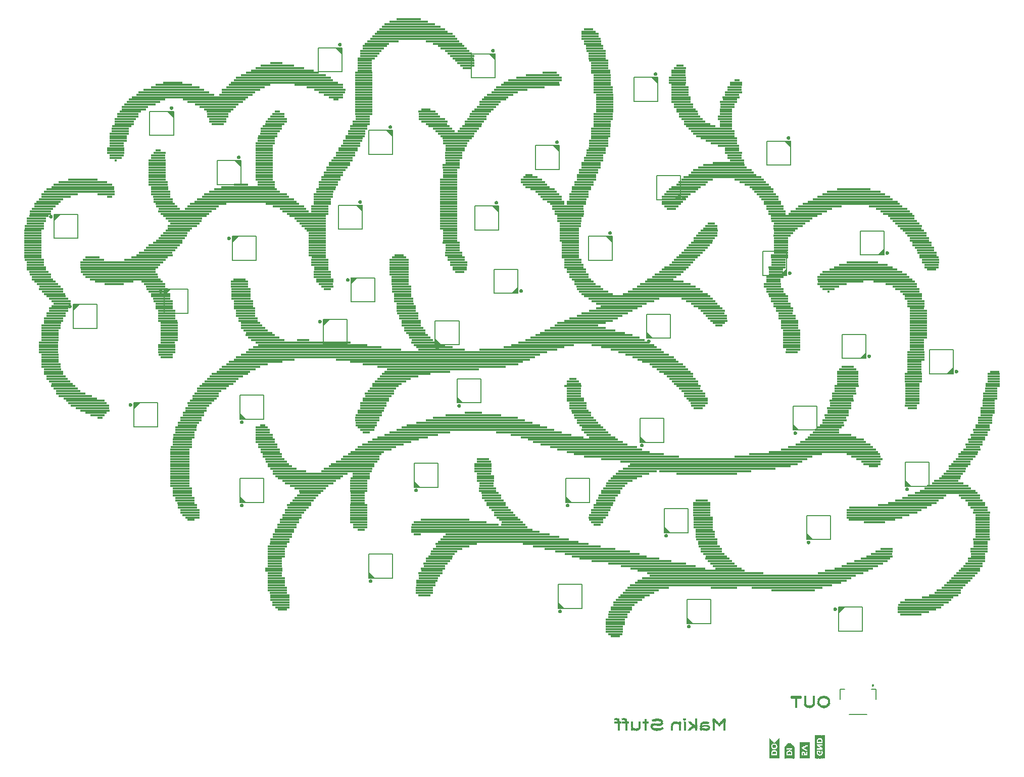
<source format=gbo>
G04 EAGLE Gerber RS-274X export*
G75*
%MOMM*%
%FSLAX34Y34*%
%LPD*%
%INSilkscreen Bottom*%
%IPPOS*%
%AMOC8*
5,1,8,0,0,1.08239X$1,22.5*%
G01*
%ADD10C,0.203200*%
%ADD11C,0.304800*%
%ADD12R,4.080000X0.410000*%
%ADD13R,6.520000X0.400000*%
%ADD14R,8.560000X0.410000*%
%ADD15R,9.780000X0.410000*%
%ADD16R,1.630000X0.410000*%
%ADD17R,11.000000X0.410000*%
%ADD18R,2.450000X0.400000*%
%ADD19R,11.820000X0.400000*%
%ADD20R,2.860000X0.410000*%
%ADD21R,13.050000X0.410000*%
%ADD22R,13.860000X0.410000*%
%ADD23R,3.260000X0.410000*%
%ADD24R,14.670000X0.410000*%
%ADD25R,2.850000X0.400000*%
%ADD26R,5.710000X0.400000*%
%ADD27R,5.300000X0.400000*%
%ADD28R,2.850000X0.410000*%
%ADD29R,4.890000X0.410000*%
%ADD30R,4.490000X0.410000*%
%ADD31R,4.480000X0.410000*%
%ADD32R,3.670000X0.410000*%
%ADD33R,4.080000X0.400000*%
%ADD34R,3.260000X0.400000*%
%ADD35R,3.270000X0.410000*%
%ADD36R,2.440000X0.410000*%
%ADD37R,2.860000X0.400000*%
%ADD38R,2.440000X0.400000*%
%ADD39R,2.040000X0.400000*%
%ADD40R,1.220000X0.410000*%
%ADD41R,2.450000X0.410000*%
%ADD42R,5.710000X0.410000*%
%ADD43R,2.040000X0.410000*%
%ADD44R,8.150000X0.410000*%
%ADD45R,10.600000X0.410000*%
%ADD46R,12.230000X0.400000*%
%ADD47R,5.700000X0.410000*%
%ADD48R,14.270000X0.410000*%
%ADD49R,7.740000X0.410000*%
%ADD50R,15.890000X0.410000*%
%ADD51R,0.810000X0.410000*%
%ADD52R,8.970000X0.410000*%
%ADD53R,16.710000X0.410000*%
%ADD54R,9.370000X0.400000*%
%ADD55R,17.940000X0.400000*%
%ADD56R,6.930000X0.410000*%
%ADD57R,6.120000X0.410000*%
%ADD58R,8.160000X0.410000*%
%ADD59R,6.110000X0.410000*%
%ADD60R,6.520000X0.410000*%
%ADD61R,5.300000X0.410000*%
%ADD62R,10.190000X0.410000*%
%ADD63R,11.820000X0.410000*%
%ADD64R,4.490000X0.400000*%
%ADD65R,13.050000X0.400000*%
%ADD66R,4.070000X0.410000*%
%ADD67R,19.560000X0.410000*%
%ADD68R,0.820000X0.410000*%
%ADD69R,9.380000X0.410000*%
%ADD70R,7.330000X0.400000*%
%ADD71R,3.670000X0.400000*%
%ADD72R,4.890000X0.400000*%
%ADD73R,7.340000X0.410000*%
%ADD74R,6.940000X0.410000*%
%ADD75R,6.530000X0.400000*%
%ADD76R,3.270000X0.400000*%
%ADD77R,2.030000X0.410000*%
%ADD78R,0.410000X0.410000*%
%ADD79R,8.150000X0.400000*%
%ADD80R,9.790000X0.410000*%
%ADD81R,11.410000X0.410000*%
%ADD82R,4.070000X0.400000*%
%ADD83R,8.970000X0.400000*%
%ADD84R,10.600000X0.400000*%
%ADD85R,8.960000X0.410000*%
%ADD86R,3.660000X0.410000*%
%ADD87R,12.220000X0.400000*%
%ADD88R,4.480000X0.400000*%
%ADD89R,14.670000X0.400000*%
%ADD90R,0.820000X0.400000*%
%ADD91R,4.900000X0.400000*%
%ADD92R,13.450000X0.410000*%
%ADD93R,16.310000X0.410000*%
%ADD94R,15.090000X0.410000*%
%ADD95R,17.120000X0.410000*%
%ADD96R,6.110000X0.400000*%
%ADD97R,1.630000X0.400000*%
%ADD98R,5.290000X0.400000*%
%ADD99R,4.900000X0.410000*%
%ADD100R,7.750000X0.410000*%
%ADD101R,7.330000X0.410000*%
%ADD102R,6.930000X0.400000*%
%ADD103R,6.120000X0.400000*%
%ADD104R,3.660000X0.400000*%
%ADD105R,13.040000X0.410000*%
%ADD106R,11.420000X0.400000*%
%ADD107R,12.630000X0.400000*%
%ADD108R,1.640000X0.410000*%
%ADD109R,12.630000X0.410000*%
%ADD110R,14.680000X0.410000*%
%ADD111R,12.640000X0.410000*%
%ADD112R,15.490000X0.410000*%
%ADD113R,12.230000X0.410000*%
%ADD114R,15.890000X0.400000*%
%ADD115R,11.420000X0.410000*%
%ADD116R,0.400000X0.400000*%
%ADD117R,12.640000X0.400000*%
%ADD118R,21.200000X0.410000*%
%ADD119R,2.030000X0.400000*%
%ADD120R,1.230000X0.410000*%
%ADD121R,14.270000X0.400000*%
%ADD122R,16.300000X0.410000*%
%ADD123R,18.350000X0.410000*%
%ADD124R,19.970000X0.410000*%
%ADD125R,22.020000X0.400000*%
%ADD126R,15.900000X0.400000*%
%ADD127R,21.610000X0.410000*%
%ADD128R,8.570000X0.410000*%
%ADD129R,25.690000X0.410000*%
%ADD130R,7.740000X0.400000*%
%ADD131R,50.550000X0.400000*%
%ADD132R,50.140000X0.410000*%
%ADD133R,32.610000X0.410000*%
%ADD134R,28.940000X0.410000*%
%ADD135R,5.700000X0.400000*%
%ADD136R,26.090000X0.400000*%
%ADD137R,11.010000X0.410000*%
%ADD138R,9.380000X0.400000*%
%ADD139R,14.260000X0.410000*%
%ADD140R,16.720000X0.410000*%
%ADD141R,19.570000X0.410000*%
%ADD142R,22.420000X0.400000*%
%ADD143R,24.460000X0.410000*%
%ADD144R,26.500000X0.410000*%
%ADD145R,10.190000X0.400000*%
%ADD146R,15.080000X0.410000*%
%ADD147R,14.680000X0.400000*%
%ADD148R,15.900000X0.410000*%
%ADD149R,13.040000X0.400000*%
%ADD150R,34.650000X0.410000*%
%ADD151R,30.570000X0.410000*%
%ADD152R,28.120000X0.410000*%
%ADD153R,27.310000X0.400000*%
%ADD154R,11.410000X0.400000*%
%ADD155R,5.290000X0.410000*%
%ADD156R,6.530000X0.410000*%
%ADD157R,7.750000X0.400000*%
%ADD158R,9.370000X0.410000*%
%ADD159R,1.230000X0.400000*%
%ADD160R,20.380000X0.400000*%
%ADD161R,1.220000X0.400000*%
%ADD162R,21.600000X0.410000*%
%ADD163R,17.530000X0.410000*%
%ADD164R,21.600000X0.400000*%
%ADD165R,23.650000X0.410000*%
%ADD166R,13.460000X0.400000*%
%ADD167R,7.340000X0.400000*%
%ADD168R,35.060000X0.410000*%
%ADD169R,35.060000X0.400000*%
%ADD170R,33.830000X0.410000*%
%ADD171R,0.350000X0.080000*%
%ADD172R,0.420000X0.060000*%
%ADD173R,0.350000X0.060000*%
%ADD174R,0.700000X0.060000*%
%ADD175R,0.630000X0.060000*%
%ADD176R,0.350000X0.070000*%
%ADD177R,0.420000X0.070000*%
%ADD178R,0.490000X0.070000*%
%ADD179R,0.700000X0.070000*%
%ADD180R,0.840000X0.070000*%
%ADD181R,0.770000X0.070000*%
%ADD182R,1.330000X0.070000*%
%ADD183R,0.560000X0.080000*%
%ADD184R,0.420000X0.080000*%
%ADD185R,0.490000X0.080000*%
%ADD186R,1.610000X0.080000*%
%ADD187R,0.840000X0.080000*%
%ADD188R,0.630000X0.070000*%
%ADD189R,1.750000X0.070000*%
%ADD190R,0.560000X0.070000*%
%ADD191R,0.070000X0.070000*%
%ADD192R,0.070000X0.060000*%
%ADD193R,1.820000X0.060000*%
%ADD194R,0.770000X0.080000*%
%ADD195R,0.630000X0.080000*%
%ADD196R,0.280000X0.070000*%
%ADD197R,0.910000X0.070000*%
%ADD198R,1.050000X0.070000*%
%ADD199R,1.120000X0.070000*%
%ADD200R,0.980000X0.060000*%
%ADD201R,1.190000X0.060000*%
%ADD202R,0.560000X0.060000*%
%ADD203R,1.400000X0.060000*%
%ADD204R,1.050000X0.060000*%
%ADD205R,1.120000X0.060000*%
%ADD206R,1.400000X0.080000*%
%ADD207R,1.470000X0.080000*%
%ADD208R,1.050000X0.080000*%
%ADD209R,1.120000X0.080000*%
%ADD210R,1.400000X0.070000*%
%ADD211R,1.540000X0.070000*%
%ADD212R,0.980000X0.070000*%
%ADD213R,1.610000X0.070000*%
%ADD214R,1.820000X0.070000*%
%ADD215R,0.140000X0.070000*%
%ADD216R,1.890000X0.070000*%
%ADD217R,1.960000X0.070000*%
%ADD218R,0.280000X0.080000*%
%ADD219R,1.540000X0.080000*%
%ADD220R,0.910000X0.080000*%
%ADD221R,1.680000X0.070000*%
%ADD222R,1.190000X0.070000*%
%ADD223R,2.100000X0.070000*%
%ADD224R,1.680000X0.060000*%
%ADD225R,2.030000X0.060000*%
%ADD226R,1.540000X0.060000*%
%ADD227R,1.470000X0.070000*%
%ADD228R,0.840000X0.060000*%
%ADD229R,0.770000X0.060000*%
%ADD230R,0.210000X0.070000*%
%ADD231R,0.040000X2.680000*%
%ADD232R,0.040000X1.320000*%
%ADD233R,0.040000X0.720000*%
%ADD234R,0.040000X0.560000*%
%ADD235R,0.040000X0.520000*%
%ADD236R,0.040000X0.160000*%
%ADD237R,0.040000X0.640000*%
%ADD238R,0.040000X0.480000*%
%ADD239R,0.040000X0.120000*%
%ADD240R,0.040000X0.440000*%
%ADD241R,0.040000X0.400000*%
%ADD242R,0.040000X0.200000*%
%ADD243R,0.040000X0.360000*%
%ADD244R,0.040000X0.320000*%
%ADD245R,0.040000X0.240000*%
%ADD246R,0.040000X0.600000*%
%ADD247R,0.040000X0.080000*%
%ADD248R,0.040000X0.680000*%
%ADD249R,0.040000X0.840000*%
%ADD250R,0.040000X0.880000*%
%ADD251R,0.040000X0.280000*%
%ADD252R,0.040000X0.760000*%
%ADD253R,0.040000X0.800000*%
%ADD254R,0.040000X3.880000*%
%ADD255R,0.040000X2.800000*%
%ADD256R,0.040000X0.040000*%
%ADD257R,0.040000X1.920000*%
%ADD258R,0.040000X1.960000*%
%ADD259R,0.040000X2.040000*%
%ADD260R,0.040000X2.080000*%
%ADD261R,0.040000X2.120000*%
%ADD262R,0.040000X2.160000*%
%ADD263R,0.040000X2.200000*%
%ADD264R,0.040000X2.240000*%
%ADD265R,0.040000X3.320000*%
%ADD266R,0.040000X3.280000*%
%ADD267R,0.040000X3.240000*%
%ADD268R,0.040000X3.200000*%
%ADD269R,0.040000X3.160000*%
%ADD270R,0.040000X3.120000*%
%ADD271R,0.040000X3.080000*%
%ADD272R,0.040000X1.880000*%
%ADD273R,0.040000X1.000000*%
%ADD274R,1.330000X0.080000*%
%ADD275R,1.820000X0.080000*%
%ADD276R,0.700000X0.080000*%
%ADD277R,1.680000X0.080000*%
%ADD278R,0.490000X0.060000*%
%ADD279R,1.470000X0.060000*%
%ADD280R,1.260000X0.070000*%
%ADD281R,0.910000X0.060000*%

G36*
X557760Y1239753D02*
X557760Y1239753D01*
X557849Y1239755D01*
X557871Y1239764D01*
X557894Y1239767D01*
X557974Y1239806D01*
X558056Y1239840D01*
X558074Y1239856D01*
X558095Y1239866D01*
X558156Y1239931D01*
X558222Y1239991D01*
X558233Y1240012D01*
X558249Y1240029D01*
X558284Y1240111D01*
X558325Y1240191D01*
X558328Y1240217D01*
X558337Y1240236D01*
X558339Y1240286D01*
X558352Y1240376D01*
X558352Y1250376D01*
X558341Y1250441D01*
X558339Y1250507D01*
X558321Y1250550D01*
X558313Y1250597D01*
X558279Y1250654D01*
X558254Y1250714D01*
X558223Y1250749D01*
X558198Y1250790D01*
X558147Y1250832D01*
X558103Y1250880D01*
X558061Y1250902D01*
X558024Y1250931D01*
X557962Y1250952D01*
X557903Y1250983D01*
X557849Y1250991D01*
X557812Y1251003D01*
X557772Y1251002D01*
X557718Y1251010D01*
X547718Y1251010D01*
X547630Y1250994D01*
X547542Y1250985D01*
X547521Y1250975D01*
X547497Y1250971D01*
X547420Y1250925D01*
X547341Y1250886D01*
X547324Y1250869D01*
X547304Y1250856D01*
X547248Y1250787D01*
X547187Y1250723D01*
X547178Y1250701D01*
X547163Y1250682D01*
X547134Y1250598D01*
X547099Y1250516D01*
X547098Y1250492D01*
X547091Y1250470D01*
X547093Y1250381D01*
X547089Y1250292D01*
X547097Y1250269D01*
X547097Y1250245D01*
X547131Y1250163D01*
X547158Y1250078D01*
X547174Y1250057D01*
X547182Y1250038D01*
X547216Y1250000D01*
X547270Y1249928D01*
X557270Y1239928D01*
X557343Y1239877D01*
X557412Y1239821D01*
X557434Y1239813D01*
X557454Y1239799D01*
X557540Y1239777D01*
X557624Y1239749D01*
X557648Y1239749D01*
X557671Y1239744D01*
X557760Y1239753D01*
G37*
G36*
X814300Y1230101D02*
X814300Y1230101D01*
X814389Y1230103D01*
X814411Y1230112D01*
X814434Y1230115D01*
X814514Y1230154D01*
X814596Y1230188D01*
X814614Y1230204D01*
X814635Y1230214D01*
X814696Y1230279D01*
X814762Y1230339D01*
X814773Y1230360D01*
X814789Y1230377D01*
X814824Y1230459D01*
X814865Y1230539D01*
X814868Y1230565D01*
X814877Y1230584D01*
X814879Y1230634D01*
X814892Y1230724D01*
X814892Y1240724D01*
X814881Y1240789D01*
X814879Y1240855D01*
X814861Y1240898D01*
X814853Y1240945D01*
X814819Y1241002D01*
X814794Y1241062D01*
X814763Y1241097D01*
X814738Y1241138D01*
X814687Y1241180D01*
X814643Y1241228D01*
X814601Y1241250D01*
X814564Y1241279D01*
X814502Y1241300D01*
X814443Y1241331D01*
X814389Y1241339D01*
X814352Y1241351D01*
X814312Y1241350D01*
X814258Y1241358D01*
X804258Y1241358D01*
X804170Y1241342D01*
X804082Y1241333D01*
X804061Y1241323D01*
X804037Y1241319D01*
X803960Y1241273D01*
X803881Y1241234D01*
X803864Y1241217D01*
X803844Y1241204D01*
X803788Y1241135D01*
X803727Y1241071D01*
X803718Y1241049D01*
X803703Y1241030D01*
X803674Y1240946D01*
X803639Y1240864D01*
X803638Y1240840D01*
X803631Y1240818D01*
X803633Y1240729D01*
X803629Y1240640D01*
X803637Y1240617D01*
X803637Y1240593D01*
X803671Y1240511D01*
X803698Y1240426D01*
X803714Y1240405D01*
X803722Y1240386D01*
X803756Y1240348D01*
X803810Y1240276D01*
X813810Y1230276D01*
X813883Y1230225D01*
X813952Y1230169D01*
X813974Y1230161D01*
X813994Y1230147D01*
X814080Y1230125D01*
X814164Y1230097D01*
X814188Y1230097D01*
X814211Y1230092D01*
X814300Y1230101D01*
G37*
G36*
X1086842Y1190477D02*
X1086842Y1190477D01*
X1086931Y1190479D01*
X1086953Y1190488D01*
X1086976Y1190491D01*
X1087056Y1190530D01*
X1087138Y1190564D01*
X1087156Y1190580D01*
X1087177Y1190590D01*
X1087238Y1190655D01*
X1087304Y1190715D01*
X1087315Y1190736D01*
X1087331Y1190753D01*
X1087366Y1190835D01*
X1087407Y1190915D01*
X1087410Y1190941D01*
X1087419Y1190960D01*
X1087421Y1191010D01*
X1087434Y1191100D01*
X1087434Y1201100D01*
X1087423Y1201165D01*
X1087421Y1201231D01*
X1087403Y1201274D01*
X1087395Y1201321D01*
X1087361Y1201378D01*
X1087336Y1201438D01*
X1087305Y1201473D01*
X1087280Y1201514D01*
X1087229Y1201556D01*
X1087185Y1201604D01*
X1087143Y1201626D01*
X1087106Y1201655D01*
X1087044Y1201676D01*
X1086985Y1201707D01*
X1086931Y1201715D01*
X1086894Y1201727D01*
X1086854Y1201726D01*
X1086800Y1201734D01*
X1076800Y1201734D01*
X1076712Y1201718D01*
X1076624Y1201709D01*
X1076603Y1201699D01*
X1076579Y1201695D01*
X1076502Y1201649D01*
X1076423Y1201610D01*
X1076406Y1201593D01*
X1076386Y1201580D01*
X1076330Y1201511D01*
X1076269Y1201447D01*
X1076260Y1201425D01*
X1076245Y1201406D01*
X1076216Y1201322D01*
X1076181Y1201240D01*
X1076180Y1201216D01*
X1076173Y1201194D01*
X1076175Y1201105D01*
X1076171Y1201016D01*
X1076179Y1200993D01*
X1076179Y1200969D01*
X1076213Y1200887D01*
X1076240Y1200802D01*
X1076256Y1200781D01*
X1076264Y1200762D01*
X1076298Y1200724D01*
X1076352Y1200652D01*
X1086352Y1190652D01*
X1086425Y1190601D01*
X1086494Y1190545D01*
X1086516Y1190537D01*
X1086536Y1190523D01*
X1086622Y1190501D01*
X1086706Y1190473D01*
X1086730Y1190473D01*
X1086753Y1190468D01*
X1086842Y1190477D01*
G37*
G36*
X275566Y1133581D02*
X275566Y1133581D01*
X275655Y1133583D01*
X275677Y1133592D01*
X275700Y1133595D01*
X275780Y1133634D01*
X275862Y1133668D01*
X275880Y1133684D01*
X275901Y1133694D01*
X275962Y1133759D01*
X276028Y1133819D01*
X276039Y1133840D01*
X276055Y1133857D01*
X276090Y1133939D01*
X276131Y1134019D01*
X276134Y1134045D01*
X276143Y1134064D01*
X276145Y1134114D01*
X276158Y1134204D01*
X276158Y1144204D01*
X276147Y1144269D01*
X276145Y1144335D01*
X276127Y1144378D01*
X276119Y1144425D01*
X276085Y1144482D01*
X276060Y1144542D01*
X276029Y1144577D01*
X276004Y1144618D01*
X275953Y1144660D01*
X275909Y1144708D01*
X275867Y1144730D01*
X275830Y1144759D01*
X275768Y1144780D01*
X275709Y1144811D01*
X275655Y1144819D01*
X275618Y1144831D01*
X275578Y1144830D01*
X275524Y1144838D01*
X265524Y1144838D01*
X265436Y1144822D01*
X265348Y1144813D01*
X265327Y1144803D01*
X265303Y1144799D01*
X265226Y1144753D01*
X265147Y1144714D01*
X265130Y1144697D01*
X265110Y1144684D01*
X265054Y1144615D01*
X264993Y1144551D01*
X264984Y1144529D01*
X264969Y1144510D01*
X264940Y1144426D01*
X264905Y1144344D01*
X264904Y1144320D01*
X264897Y1144298D01*
X264899Y1144209D01*
X264895Y1144120D01*
X264903Y1144097D01*
X264903Y1144073D01*
X264937Y1143991D01*
X264964Y1143906D01*
X264980Y1143885D01*
X264988Y1143866D01*
X265022Y1143828D01*
X265076Y1143756D01*
X275076Y1133756D01*
X275149Y1133705D01*
X275218Y1133649D01*
X275240Y1133641D01*
X275260Y1133627D01*
X275346Y1133605D01*
X275430Y1133577D01*
X275454Y1133577D01*
X275477Y1133572D01*
X275566Y1133581D01*
G37*
G36*
X642342Y1101577D02*
X642342Y1101577D01*
X642431Y1101579D01*
X642453Y1101588D01*
X642476Y1101591D01*
X642556Y1101630D01*
X642638Y1101664D01*
X642656Y1101680D01*
X642677Y1101690D01*
X642738Y1101755D01*
X642804Y1101815D01*
X642815Y1101836D01*
X642831Y1101853D01*
X642866Y1101935D01*
X642907Y1102015D01*
X642910Y1102041D01*
X642919Y1102060D01*
X642921Y1102110D01*
X642934Y1102200D01*
X642934Y1112200D01*
X642923Y1112265D01*
X642921Y1112331D01*
X642903Y1112374D01*
X642895Y1112421D01*
X642861Y1112478D01*
X642836Y1112538D01*
X642805Y1112573D01*
X642780Y1112614D01*
X642729Y1112656D01*
X642685Y1112704D01*
X642643Y1112726D01*
X642606Y1112755D01*
X642544Y1112776D01*
X642485Y1112807D01*
X642431Y1112815D01*
X642394Y1112827D01*
X642354Y1112826D01*
X642300Y1112834D01*
X632300Y1112834D01*
X632212Y1112818D01*
X632124Y1112809D01*
X632103Y1112799D01*
X632079Y1112795D01*
X632002Y1112749D01*
X631923Y1112710D01*
X631906Y1112693D01*
X631886Y1112680D01*
X631830Y1112611D01*
X631769Y1112547D01*
X631760Y1112525D01*
X631745Y1112506D01*
X631716Y1112422D01*
X631681Y1112340D01*
X631680Y1112316D01*
X631673Y1112294D01*
X631675Y1112205D01*
X631671Y1112116D01*
X631679Y1112093D01*
X631679Y1112069D01*
X631713Y1111987D01*
X631740Y1111902D01*
X631756Y1111881D01*
X631764Y1111862D01*
X631798Y1111824D01*
X631852Y1111752D01*
X641852Y1101752D01*
X641925Y1101701D01*
X641994Y1101645D01*
X642016Y1101637D01*
X642036Y1101623D01*
X642122Y1101601D01*
X642206Y1101573D01*
X642230Y1101573D01*
X642253Y1101568D01*
X642342Y1101577D01*
G37*
G36*
X1309600Y1083289D02*
X1309600Y1083289D01*
X1309689Y1083291D01*
X1309711Y1083300D01*
X1309734Y1083303D01*
X1309814Y1083342D01*
X1309896Y1083376D01*
X1309914Y1083392D01*
X1309935Y1083402D01*
X1309996Y1083467D01*
X1310062Y1083527D01*
X1310073Y1083548D01*
X1310089Y1083565D01*
X1310124Y1083647D01*
X1310165Y1083727D01*
X1310168Y1083753D01*
X1310177Y1083772D01*
X1310179Y1083822D01*
X1310192Y1083912D01*
X1310192Y1093912D01*
X1310181Y1093977D01*
X1310179Y1094043D01*
X1310161Y1094086D01*
X1310153Y1094133D01*
X1310119Y1094190D01*
X1310094Y1094250D01*
X1310063Y1094285D01*
X1310038Y1094326D01*
X1309987Y1094368D01*
X1309943Y1094416D01*
X1309901Y1094438D01*
X1309864Y1094467D01*
X1309802Y1094488D01*
X1309743Y1094519D01*
X1309689Y1094527D01*
X1309652Y1094539D01*
X1309612Y1094538D01*
X1309558Y1094546D01*
X1299558Y1094546D01*
X1299470Y1094530D01*
X1299382Y1094521D01*
X1299361Y1094511D01*
X1299337Y1094507D01*
X1299260Y1094461D01*
X1299181Y1094422D01*
X1299164Y1094405D01*
X1299144Y1094392D01*
X1299088Y1094323D01*
X1299027Y1094259D01*
X1299018Y1094237D01*
X1299003Y1094218D01*
X1298974Y1094134D01*
X1298939Y1094052D01*
X1298938Y1094028D01*
X1298931Y1094006D01*
X1298933Y1093917D01*
X1298929Y1093828D01*
X1298937Y1093805D01*
X1298937Y1093781D01*
X1298971Y1093699D01*
X1298998Y1093614D01*
X1299014Y1093593D01*
X1299022Y1093574D01*
X1299056Y1093536D01*
X1299110Y1093464D01*
X1309110Y1083464D01*
X1309183Y1083413D01*
X1309252Y1083357D01*
X1309274Y1083349D01*
X1309294Y1083335D01*
X1309380Y1083313D01*
X1309464Y1083285D01*
X1309488Y1083285D01*
X1309511Y1083280D01*
X1309600Y1083289D01*
G37*
G36*
X921742Y1076177D02*
X921742Y1076177D01*
X921831Y1076179D01*
X921853Y1076188D01*
X921876Y1076191D01*
X921956Y1076230D01*
X922038Y1076264D01*
X922056Y1076280D01*
X922077Y1076290D01*
X922138Y1076355D01*
X922204Y1076415D01*
X922215Y1076436D01*
X922231Y1076453D01*
X922266Y1076535D01*
X922307Y1076615D01*
X922310Y1076641D01*
X922319Y1076660D01*
X922321Y1076710D01*
X922334Y1076800D01*
X922334Y1086800D01*
X922323Y1086865D01*
X922321Y1086931D01*
X922303Y1086974D01*
X922295Y1087021D01*
X922261Y1087078D01*
X922236Y1087138D01*
X922205Y1087173D01*
X922180Y1087214D01*
X922129Y1087256D01*
X922085Y1087304D01*
X922043Y1087326D01*
X922006Y1087355D01*
X921944Y1087376D01*
X921885Y1087407D01*
X921831Y1087415D01*
X921794Y1087427D01*
X921754Y1087426D01*
X921700Y1087434D01*
X911700Y1087434D01*
X911612Y1087418D01*
X911524Y1087409D01*
X911503Y1087399D01*
X911479Y1087395D01*
X911402Y1087349D01*
X911323Y1087310D01*
X911306Y1087293D01*
X911286Y1087280D01*
X911230Y1087211D01*
X911169Y1087147D01*
X911160Y1087125D01*
X911145Y1087106D01*
X911116Y1087022D01*
X911081Y1086940D01*
X911080Y1086916D01*
X911073Y1086894D01*
X911075Y1086805D01*
X911071Y1086716D01*
X911079Y1086693D01*
X911079Y1086669D01*
X911113Y1086587D01*
X911140Y1086502D01*
X911156Y1086481D01*
X911164Y1086462D01*
X911198Y1086424D01*
X911252Y1086352D01*
X921252Y1076352D01*
X921325Y1076301D01*
X921394Y1076245D01*
X921416Y1076237D01*
X921436Y1076223D01*
X921522Y1076201D01*
X921606Y1076173D01*
X921630Y1076173D01*
X921653Y1076168D01*
X921742Y1076177D01*
G37*
G36*
X388342Y1050777D02*
X388342Y1050777D01*
X388431Y1050779D01*
X388453Y1050788D01*
X388476Y1050791D01*
X388556Y1050830D01*
X388638Y1050864D01*
X388656Y1050880D01*
X388677Y1050890D01*
X388738Y1050955D01*
X388804Y1051015D01*
X388815Y1051036D01*
X388831Y1051053D01*
X388866Y1051135D01*
X388907Y1051215D01*
X388910Y1051241D01*
X388919Y1051260D01*
X388921Y1051310D01*
X388934Y1051400D01*
X388934Y1061400D01*
X388923Y1061465D01*
X388921Y1061531D01*
X388903Y1061574D01*
X388895Y1061621D01*
X388861Y1061678D01*
X388836Y1061738D01*
X388805Y1061773D01*
X388780Y1061814D01*
X388729Y1061856D01*
X388685Y1061904D01*
X388643Y1061926D01*
X388606Y1061955D01*
X388544Y1061976D01*
X388485Y1062007D01*
X388431Y1062015D01*
X388394Y1062027D01*
X388354Y1062026D01*
X388300Y1062034D01*
X378300Y1062034D01*
X378212Y1062018D01*
X378124Y1062009D01*
X378103Y1061999D01*
X378079Y1061995D01*
X378002Y1061949D01*
X377923Y1061910D01*
X377906Y1061893D01*
X377886Y1061880D01*
X377830Y1061811D01*
X377769Y1061747D01*
X377760Y1061725D01*
X377745Y1061706D01*
X377716Y1061622D01*
X377681Y1061540D01*
X377680Y1061516D01*
X377673Y1061494D01*
X377675Y1061405D01*
X377671Y1061316D01*
X377679Y1061293D01*
X377679Y1061269D01*
X377713Y1061187D01*
X377740Y1061102D01*
X377756Y1061081D01*
X377764Y1061062D01*
X377798Y1061024D01*
X377852Y1060952D01*
X387852Y1050952D01*
X387925Y1050901D01*
X387994Y1050845D01*
X388016Y1050837D01*
X388036Y1050823D01*
X388122Y1050801D01*
X388206Y1050773D01*
X388230Y1050773D01*
X388253Y1050768D01*
X388342Y1050777D01*
G37*
G36*
X1124965Y995377D02*
X1124965Y995377D01*
X1125031Y995379D01*
X1125074Y995397D01*
X1125121Y995405D01*
X1125178Y995439D01*
X1125238Y995464D01*
X1125273Y995495D01*
X1125314Y995520D01*
X1125356Y995571D01*
X1125404Y995615D01*
X1125426Y995657D01*
X1125455Y995694D01*
X1125476Y995756D01*
X1125507Y995815D01*
X1125515Y995869D01*
X1125527Y995906D01*
X1125526Y995946D01*
X1125534Y996000D01*
X1125534Y1006000D01*
X1125518Y1006088D01*
X1125509Y1006176D01*
X1125499Y1006197D01*
X1125495Y1006221D01*
X1125449Y1006298D01*
X1125410Y1006377D01*
X1125393Y1006394D01*
X1125380Y1006414D01*
X1125311Y1006470D01*
X1125247Y1006531D01*
X1125225Y1006540D01*
X1125206Y1006555D01*
X1125122Y1006584D01*
X1125040Y1006619D01*
X1125016Y1006620D01*
X1124994Y1006627D01*
X1124905Y1006625D01*
X1124816Y1006629D01*
X1124793Y1006621D01*
X1124769Y1006621D01*
X1124687Y1006587D01*
X1124602Y1006560D01*
X1124581Y1006544D01*
X1124562Y1006536D01*
X1124524Y1006502D01*
X1124452Y1006448D01*
X1114452Y996448D01*
X1114401Y996375D01*
X1114345Y996306D01*
X1114337Y996284D01*
X1114323Y996264D01*
X1114301Y996178D01*
X1114273Y996094D01*
X1114273Y996070D01*
X1114268Y996047D01*
X1114277Y995958D01*
X1114279Y995869D01*
X1114288Y995847D01*
X1114291Y995824D01*
X1114330Y995744D01*
X1114364Y995662D01*
X1114380Y995644D01*
X1114390Y995623D01*
X1114455Y995562D01*
X1114515Y995496D01*
X1114536Y995485D01*
X1114553Y995469D01*
X1114635Y995434D01*
X1114715Y995393D01*
X1114741Y995390D01*
X1114760Y995381D01*
X1114810Y995379D01*
X1114900Y995366D01*
X1124900Y995366D01*
X1124965Y995377D01*
G37*
G36*
X591542Y975847D02*
X591542Y975847D01*
X591631Y975849D01*
X591653Y975858D01*
X591676Y975861D01*
X591756Y975900D01*
X591838Y975934D01*
X591856Y975950D01*
X591877Y975960D01*
X591938Y976025D01*
X592004Y976085D01*
X592015Y976106D01*
X592031Y976123D01*
X592066Y976205D01*
X592107Y976285D01*
X592110Y976311D01*
X592119Y976330D01*
X592121Y976380D01*
X592134Y976470D01*
X592134Y986470D01*
X592123Y986535D01*
X592121Y986601D01*
X592103Y986644D01*
X592095Y986691D01*
X592061Y986748D01*
X592036Y986808D01*
X592005Y986843D01*
X591980Y986884D01*
X591929Y986926D01*
X591885Y986974D01*
X591843Y986996D01*
X591806Y987025D01*
X591744Y987046D01*
X591685Y987077D01*
X591631Y987085D01*
X591594Y987097D01*
X591554Y987096D01*
X591500Y987104D01*
X581500Y987104D01*
X581412Y987088D01*
X581324Y987079D01*
X581303Y987069D01*
X581279Y987065D01*
X581202Y987019D01*
X581123Y986980D01*
X581106Y986963D01*
X581086Y986950D01*
X581030Y986881D01*
X580969Y986817D01*
X580960Y986795D01*
X580945Y986776D01*
X580916Y986692D01*
X580881Y986610D01*
X580880Y986586D01*
X580873Y986564D01*
X580875Y986475D01*
X580871Y986386D01*
X580879Y986363D01*
X580879Y986339D01*
X580913Y986257D01*
X580940Y986172D01*
X580956Y986151D01*
X580964Y986132D01*
X580998Y986094D01*
X581052Y986022D01*
X591052Y976022D01*
X591125Y975971D01*
X591194Y975915D01*
X591216Y975907D01*
X591236Y975893D01*
X591322Y975871D01*
X591406Y975843D01*
X591430Y975843D01*
X591453Y975838D01*
X591542Y975847D01*
G37*
G36*
X820142Y974577D02*
X820142Y974577D01*
X820231Y974579D01*
X820253Y974588D01*
X820276Y974591D01*
X820356Y974630D01*
X820438Y974664D01*
X820456Y974680D01*
X820477Y974690D01*
X820538Y974755D01*
X820604Y974815D01*
X820615Y974836D01*
X820631Y974853D01*
X820666Y974935D01*
X820707Y975015D01*
X820710Y975041D01*
X820719Y975060D01*
X820721Y975110D01*
X820734Y975200D01*
X820734Y985200D01*
X820723Y985265D01*
X820721Y985331D01*
X820703Y985374D01*
X820695Y985421D01*
X820661Y985478D01*
X820636Y985538D01*
X820605Y985573D01*
X820580Y985614D01*
X820529Y985656D01*
X820485Y985704D01*
X820443Y985726D01*
X820406Y985755D01*
X820344Y985776D01*
X820285Y985807D01*
X820231Y985815D01*
X820194Y985827D01*
X820154Y985826D01*
X820100Y985834D01*
X810100Y985834D01*
X810012Y985818D01*
X809924Y985809D01*
X809903Y985799D01*
X809879Y985795D01*
X809802Y985749D01*
X809723Y985710D01*
X809706Y985693D01*
X809686Y985680D01*
X809630Y985611D01*
X809569Y985547D01*
X809560Y985525D01*
X809545Y985506D01*
X809516Y985422D01*
X809481Y985340D01*
X809480Y985316D01*
X809473Y985294D01*
X809475Y985205D01*
X809471Y985116D01*
X809479Y985093D01*
X809479Y985069D01*
X809513Y984987D01*
X809540Y984902D01*
X809556Y984881D01*
X809564Y984862D01*
X809598Y984824D01*
X809652Y984752D01*
X819652Y974752D01*
X819725Y974701D01*
X819794Y974645D01*
X819816Y974637D01*
X819836Y974623D01*
X819922Y974601D01*
X820006Y974573D01*
X820030Y974573D01*
X820053Y974568D01*
X820142Y974577D01*
G37*
G36*
X75357Y960355D02*
X75357Y960355D01*
X75381Y960355D01*
X75463Y960389D01*
X75548Y960416D01*
X75569Y960432D01*
X75588Y960440D01*
X75626Y960474D01*
X75698Y960528D01*
X85698Y970528D01*
X85749Y970601D01*
X85805Y970670D01*
X85813Y970692D01*
X85827Y970712D01*
X85849Y970798D01*
X85877Y970882D01*
X85877Y970906D01*
X85883Y970929D01*
X85873Y971018D01*
X85871Y971107D01*
X85862Y971129D01*
X85859Y971152D01*
X85820Y971232D01*
X85786Y971314D01*
X85770Y971332D01*
X85760Y971353D01*
X85695Y971414D01*
X85635Y971480D01*
X85614Y971491D01*
X85597Y971507D01*
X85515Y971542D01*
X85435Y971583D01*
X85409Y971586D01*
X85390Y971595D01*
X85340Y971597D01*
X85250Y971610D01*
X75250Y971610D01*
X75185Y971599D01*
X75119Y971597D01*
X75076Y971579D01*
X75029Y971571D01*
X74972Y971537D01*
X74912Y971512D01*
X74877Y971481D01*
X74836Y971456D01*
X74795Y971405D01*
X74746Y971361D01*
X74724Y971319D01*
X74695Y971282D01*
X74674Y971220D01*
X74643Y971161D01*
X74635Y971107D01*
X74623Y971070D01*
X74624Y971030D01*
X74616Y970976D01*
X74616Y960976D01*
X74632Y960888D01*
X74641Y960800D01*
X74651Y960779D01*
X74655Y960755D01*
X74701Y960678D01*
X74740Y960599D01*
X74757Y960582D01*
X74770Y960562D01*
X74839Y960506D01*
X74903Y960445D01*
X74925Y960436D01*
X74944Y960421D01*
X75028Y960392D01*
X75110Y960357D01*
X75134Y960356D01*
X75156Y960349D01*
X75245Y960351D01*
X75334Y960347D01*
X75357Y960355D01*
G37*
G36*
X373807Y923779D02*
X373807Y923779D01*
X373831Y923779D01*
X373913Y923813D01*
X373998Y923840D01*
X374019Y923856D01*
X374038Y923864D01*
X374076Y923898D01*
X374148Y923952D01*
X384148Y933952D01*
X384199Y934025D01*
X384255Y934094D01*
X384263Y934116D01*
X384277Y934136D01*
X384299Y934222D01*
X384327Y934306D01*
X384327Y934330D01*
X384333Y934353D01*
X384323Y934442D01*
X384321Y934531D01*
X384312Y934553D01*
X384309Y934576D01*
X384270Y934656D01*
X384236Y934738D01*
X384220Y934756D01*
X384210Y934777D01*
X384145Y934838D01*
X384085Y934904D01*
X384064Y934915D01*
X384047Y934931D01*
X383965Y934966D01*
X383885Y935007D01*
X383859Y935010D01*
X383840Y935019D01*
X383790Y935021D01*
X383700Y935034D01*
X373700Y935034D01*
X373635Y935023D01*
X373569Y935021D01*
X373526Y935003D01*
X373479Y934995D01*
X373422Y934961D01*
X373362Y934936D01*
X373327Y934905D01*
X373286Y934880D01*
X373245Y934829D01*
X373196Y934785D01*
X373174Y934743D01*
X373145Y934706D01*
X373124Y934644D01*
X373093Y934585D01*
X373085Y934531D01*
X373073Y934494D01*
X373074Y934454D01*
X373066Y934400D01*
X373066Y924400D01*
X373082Y924312D01*
X373091Y924224D01*
X373101Y924203D01*
X373105Y924179D01*
X373151Y924102D01*
X373190Y924023D01*
X373207Y924006D01*
X373220Y923986D01*
X373289Y923930D01*
X373353Y923869D01*
X373375Y923860D01*
X373394Y923845D01*
X373478Y923816D01*
X373560Y923781D01*
X373584Y923780D01*
X373606Y923773D01*
X373695Y923775D01*
X373784Y923771D01*
X373807Y923779D01*
G37*
G36*
X1010642Y923777D02*
X1010642Y923777D01*
X1010731Y923779D01*
X1010753Y923788D01*
X1010776Y923791D01*
X1010856Y923830D01*
X1010938Y923864D01*
X1010956Y923880D01*
X1010977Y923890D01*
X1011038Y923955D01*
X1011104Y924015D01*
X1011115Y924036D01*
X1011131Y924053D01*
X1011166Y924135D01*
X1011207Y924215D01*
X1011210Y924241D01*
X1011219Y924260D01*
X1011221Y924310D01*
X1011234Y924400D01*
X1011234Y934400D01*
X1011223Y934465D01*
X1011221Y934531D01*
X1011203Y934574D01*
X1011195Y934621D01*
X1011161Y934678D01*
X1011136Y934738D01*
X1011105Y934773D01*
X1011080Y934814D01*
X1011029Y934856D01*
X1010985Y934904D01*
X1010943Y934926D01*
X1010906Y934955D01*
X1010844Y934976D01*
X1010785Y935007D01*
X1010731Y935015D01*
X1010694Y935027D01*
X1010654Y935026D01*
X1010600Y935034D01*
X1000600Y935034D01*
X1000512Y935018D01*
X1000424Y935009D01*
X1000403Y934999D01*
X1000379Y934995D01*
X1000302Y934949D01*
X1000223Y934910D01*
X1000206Y934893D01*
X1000186Y934880D01*
X1000130Y934811D01*
X1000069Y934747D01*
X1000060Y934725D01*
X1000045Y934706D01*
X1000016Y934622D01*
X999981Y934540D01*
X999980Y934516D01*
X999973Y934494D01*
X999975Y934405D01*
X999971Y934316D01*
X999979Y934293D01*
X999979Y934269D01*
X1000013Y934187D01*
X1000040Y934102D01*
X1000056Y934081D01*
X1000064Y934062D01*
X1000098Y934024D01*
X1000152Y933952D01*
X1010152Y923952D01*
X1010225Y923901D01*
X1010294Y923845D01*
X1010316Y923837D01*
X1010336Y923823D01*
X1010422Y923801D01*
X1010506Y923773D01*
X1010530Y923773D01*
X1010553Y923768D01*
X1010642Y923777D01*
G37*
G36*
X1466087Y902413D02*
X1466087Y902413D01*
X1466153Y902415D01*
X1466196Y902433D01*
X1466243Y902441D01*
X1466300Y902475D01*
X1466360Y902500D01*
X1466395Y902531D01*
X1466436Y902556D01*
X1466478Y902607D01*
X1466526Y902651D01*
X1466548Y902693D01*
X1466577Y902730D01*
X1466598Y902792D01*
X1466629Y902851D01*
X1466637Y902905D01*
X1466649Y902942D01*
X1466648Y902982D01*
X1466656Y903036D01*
X1466656Y913036D01*
X1466640Y913124D01*
X1466631Y913212D01*
X1466621Y913233D01*
X1466617Y913257D01*
X1466571Y913334D01*
X1466532Y913413D01*
X1466515Y913430D01*
X1466502Y913450D01*
X1466433Y913506D01*
X1466369Y913567D01*
X1466347Y913576D01*
X1466328Y913591D01*
X1466244Y913620D01*
X1466162Y913655D01*
X1466138Y913656D01*
X1466116Y913663D01*
X1466027Y913661D01*
X1465938Y913665D01*
X1465915Y913657D01*
X1465891Y913657D01*
X1465809Y913623D01*
X1465724Y913596D01*
X1465703Y913580D01*
X1465684Y913572D01*
X1465646Y913538D01*
X1465574Y913484D01*
X1455574Y903484D01*
X1455523Y903411D01*
X1455467Y903342D01*
X1455459Y903320D01*
X1455445Y903300D01*
X1455423Y903214D01*
X1455395Y903130D01*
X1455395Y903106D01*
X1455390Y903083D01*
X1455399Y902994D01*
X1455401Y902905D01*
X1455410Y902883D01*
X1455413Y902860D01*
X1455452Y902780D01*
X1455486Y902698D01*
X1455502Y902680D01*
X1455512Y902659D01*
X1455577Y902598D01*
X1455637Y902532D01*
X1455658Y902521D01*
X1455675Y902505D01*
X1455757Y902470D01*
X1455837Y902429D01*
X1455863Y902426D01*
X1455882Y902417D01*
X1455932Y902415D01*
X1456022Y902402D01*
X1466022Y902402D01*
X1466087Y902413D01*
G37*
G36*
X1302765Y868377D02*
X1302765Y868377D01*
X1302831Y868379D01*
X1302874Y868397D01*
X1302921Y868405D01*
X1302978Y868439D01*
X1303038Y868464D01*
X1303073Y868495D01*
X1303114Y868520D01*
X1303156Y868571D01*
X1303204Y868615D01*
X1303226Y868657D01*
X1303255Y868694D01*
X1303276Y868756D01*
X1303307Y868815D01*
X1303315Y868869D01*
X1303327Y868906D01*
X1303326Y868946D01*
X1303334Y869000D01*
X1303334Y879000D01*
X1303318Y879088D01*
X1303309Y879176D01*
X1303299Y879197D01*
X1303295Y879221D01*
X1303249Y879298D01*
X1303210Y879377D01*
X1303193Y879394D01*
X1303180Y879414D01*
X1303111Y879470D01*
X1303047Y879531D01*
X1303025Y879540D01*
X1303006Y879555D01*
X1302922Y879584D01*
X1302840Y879619D01*
X1302816Y879620D01*
X1302794Y879627D01*
X1302705Y879625D01*
X1302616Y879629D01*
X1302593Y879621D01*
X1302569Y879621D01*
X1302487Y879587D01*
X1302402Y879560D01*
X1302381Y879544D01*
X1302362Y879536D01*
X1302324Y879502D01*
X1302252Y879448D01*
X1292252Y869448D01*
X1292201Y869375D01*
X1292145Y869306D01*
X1292137Y869284D01*
X1292123Y869264D01*
X1292101Y869178D01*
X1292073Y869094D01*
X1292073Y869070D01*
X1292068Y869047D01*
X1292077Y868958D01*
X1292079Y868869D01*
X1292088Y868847D01*
X1292091Y868824D01*
X1292130Y868744D01*
X1292164Y868662D01*
X1292180Y868644D01*
X1292190Y868623D01*
X1292255Y868562D01*
X1292315Y868496D01*
X1292336Y868485D01*
X1292353Y868469D01*
X1292435Y868434D01*
X1292515Y868393D01*
X1292541Y868390D01*
X1292560Y868381D01*
X1292610Y868379D01*
X1292700Y868366D01*
X1302700Y868366D01*
X1302765Y868377D01*
G37*
G36*
X572689Y853929D02*
X572689Y853929D01*
X572713Y853929D01*
X572795Y853963D01*
X572880Y853990D01*
X572901Y854006D01*
X572920Y854014D01*
X572958Y854048D01*
X573030Y854102D01*
X583030Y864102D01*
X583081Y864175D01*
X583137Y864244D01*
X583145Y864266D01*
X583159Y864286D01*
X583181Y864372D01*
X583209Y864456D01*
X583209Y864480D01*
X583215Y864503D01*
X583205Y864592D01*
X583203Y864681D01*
X583194Y864703D01*
X583191Y864726D01*
X583152Y864806D01*
X583118Y864888D01*
X583102Y864906D01*
X583092Y864927D01*
X583027Y864988D01*
X582967Y865054D01*
X582946Y865065D01*
X582929Y865081D01*
X582847Y865116D01*
X582767Y865157D01*
X582741Y865160D01*
X582722Y865169D01*
X582672Y865171D01*
X582582Y865184D01*
X572582Y865184D01*
X572517Y865173D01*
X572451Y865171D01*
X572408Y865153D01*
X572361Y865145D01*
X572304Y865111D01*
X572244Y865086D01*
X572209Y865055D01*
X572168Y865030D01*
X572127Y864979D01*
X572078Y864935D01*
X572056Y864893D01*
X572027Y864856D01*
X572006Y864794D01*
X571975Y864735D01*
X571967Y864681D01*
X571955Y864644D01*
X571956Y864604D01*
X571948Y864550D01*
X571948Y854550D01*
X571964Y854462D01*
X571973Y854374D01*
X571983Y854353D01*
X571987Y854329D01*
X572033Y854252D01*
X572072Y854173D01*
X572089Y854156D01*
X572102Y854136D01*
X572171Y854080D01*
X572235Y854019D01*
X572257Y854010D01*
X572276Y853995D01*
X572360Y853966D01*
X572442Y853931D01*
X572466Y853930D01*
X572488Y853923D01*
X572577Y853925D01*
X572666Y853921D01*
X572689Y853929D01*
G37*
G36*
X852423Y838405D02*
X852423Y838405D01*
X852489Y838407D01*
X852532Y838425D01*
X852579Y838433D01*
X852636Y838467D01*
X852696Y838492D01*
X852731Y838523D01*
X852772Y838548D01*
X852814Y838599D01*
X852862Y838643D01*
X852884Y838685D01*
X852913Y838722D01*
X852934Y838784D01*
X852965Y838843D01*
X852973Y838897D01*
X852985Y838934D01*
X852984Y838974D01*
X852992Y839028D01*
X852992Y849028D01*
X852976Y849116D01*
X852967Y849204D01*
X852957Y849225D01*
X852953Y849249D01*
X852907Y849326D01*
X852868Y849405D01*
X852851Y849422D01*
X852838Y849442D01*
X852769Y849498D01*
X852705Y849559D01*
X852683Y849568D01*
X852664Y849583D01*
X852580Y849612D01*
X852498Y849647D01*
X852474Y849648D01*
X852452Y849655D01*
X852363Y849653D01*
X852274Y849657D01*
X852251Y849649D01*
X852227Y849649D01*
X852145Y849615D01*
X852060Y849588D01*
X852039Y849572D01*
X852020Y849564D01*
X851982Y849530D01*
X851910Y849476D01*
X841910Y839476D01*
X841859Y839403D01*
X841803Y839334D01*
X841795Y839312D01*
X841781Y839292D01*
X841759Y839206D01*
X841731Y839122D01*
X841731Y839098D01*
X841726Y839075D01*
X841735Y838986D01*
X841737Y838897D01*
X841746Y838875D01*
X841749Y838852D01*
X841788Y838772D01*
X841822Y838690D01*
X841838Y838672D01*
X841848Y838651D01*
X841913Y838590D01*
X841973Y838524D01*
X841994Y838513D01*
X842011Y838497D01*
X842093Y838462D01*
X842173Y838421D01*
X842199Y838418D01*
X842218Y838409D01*
X842268Y838407D01*
X842358Y838394D01*
X852358Y838394D01*
X852423Y838405D01*
G37*
G36*
X259507Y834879D02*
X259507Y834879D01*
X259531Y834879D01*
X259613Y834913D01*
X259698Y834940D01*
X259719Y834956D01*
X259738Y834964D01*
X259776Y834998D01*
X259848Y835052D01*
X269848Y845052D01*
X269899Y845125D01*
X269955Y845194D01*
X269963Y845216D01*
X269977Y845236D01*
X269999Y845322D01*
X270027Y845406D01*
X270027Y845430D01*
X270033Y845453D01*
X270023Y845542D01*
X270021Y845631D01*
X270012Y845653D01*
X270009Y845676D01*
X269970Y845756D01*
X269936Y845838D01*
X269920Y845856D01*
X269910Y845877D01*
X269845Y845938D01*
X269785Y846004D01*
X269764Y846015D01*
X269747Y846031D01*
X269665Y846066D01*
X269585Y846107D01*
X269559Y846110D01*
X269540Y846119D01*
X269490Y846121D01*
X269400Y846134D01*
X259400Y846134D01*
X259335Y846123D01*
X259269Y846121D01*
X259226Y846103D01*
X259179Y846095D01*
X259122Y846061D01*
X259062Y846036D01*
X259027Y846005D01*
X258986Y845980D01*
X258945Y845929D01*
X258896Y845885D01*
X258874Y845843D01*
X258845Y845806D01*
X258824Y845744D01*
X258793Y845685D01*
X258785Y845631D01*
X258773Y845594D01*
X258774Y845554D01*
X258766Y845500D01*
X258766Y835500D01*
X258782Y835412D01*
X258791Y835324D01*
X258801Y835303D01*
X258805Y835279D01*
X258851Y835202D01*
X258890Y835123D01*
X258907Y835106D01*
X258920Y835086D01*
X258989Y835030D01*
X259053Y834969D01*
X259075Y834960D01*
X259094Y834945D01*
X259178Y834916D01*
X259260Y834881D01*
X259284Y834880D01*
X259306Y834873D01*
X259395Y834875D01*
X259484Y834871D01*
X259507Y834879D01*
G37*
G36*
X107107Y809479D02*
X107107Y809479D01*
X107131Y809479D01*
X107213Y809513D01*
X107298Y809540D01*
X107319Y809556D01*
X107338Y809564D01*
X107376Y809598D01*
X107448Y809652D01*
X117448Y819652D01*
X117499Y819725D01*
X117555Y819794D01*
X117563Y819816D01*
X117577Y819836D01*
X117599Y819922D01*
X117627Y820006D01*
X117627Y820030D01*
X117633Y820053D01*
X117623Y820142D01*
X117621Y820231D01*
X117612Y820253D01*
X117609Y820276D01*
X117570Y820356D01*
X117536Y820438D01*
X117520Y820456D01*
X117510Y820477D01*
X117445Y820538D01*
X117385Y820604D01*
X117364Y820615D01*
X117347Y820631D01*
X117265Y820666D01*
X117185Y820707D01*
X117159Y820710D01*
X117140Y820719D01*
X117090Y820721D01*
X117000Y820734D01*
X107000Y820734D01*
X106935Y820723D01*
X106869Y820721D01*
X106826Y820703D01*
X106779Y820695D01*
X106722Y820661D01*
X106662Y820636D01*
X106627Y820605D01*
X106586Y820580D01*
X106545Y820529D01*
X106496Y820485D01*
X106474Y820443D01*
X106445Y820406D01*
X106424Y820344D01*
X106393Y820285D01*
X106385Y820231D01*
X106373Y820194D01*
X106374Y820154D01*
X106366Y820100D01*
X106366Y810100D01*
X106382Y810012D01*
X106391Y809924D01*
X106401Y809903D01*
X106405Y809879D01*
X106451Y809802D01*
X106490Y809723D01*
X106507Y809706D01*
X106520Y809686D01*
X106589Y809630D01*
X106653Y809569D01*
X106675Y809560D01*
X106694Y809545D01*
X106778Y809516D01*
X106860Y809481D01*
X106884Y809480D01*
X106906Y809473D01*
X106995Y809475D01*
X107084Y809471D01*
X107107Y809479D01*
G37*
G36*
X526207Y784079D02*
X526207Y784079D01*
X526231Y784079D01*
X526313Y784113D01*
X526398Y784140D01*
X526419Y784156D01*
X526438Y784164D01*
X526476Y784198D01*
X526548Y784252D01*
X536548Y794252D01*
X536599Y794325D01*
X536655Y794394D01*
X536663Y794416D01*
X536677Y794436D01*
X536699Y794522D01*
X536727Y794606D01*
X536727Y794630D01*
X536733Y794653D01*
X536723Y794742D01*
X536721Y794831D01*
X536712Y794853D01*
X536709Y794876D01*
X536670Y794956D01*
X536636Y795038D01*
X536620Y795056D01*
X536610Y795077D01*
X536545Y795138D01*
X536485Y795204D01*
X536464Y795215D01*
X536447Y795231D01*
X536365Y795266D01*
X536285Y795307D01*
X536259Y795310D01*
X536240Y795319D01*
X536190Y795321D01*
X536100Y795334D01*
X526100Y795334D01*
X526035Y795323D01*
X525969Y795321D01*
X525926Y795303D01*
X525879Y795295D01*
X525822Y795261D01*
X525762Y795236D01*
X525727Y795205D01*
X525686Y795180D01*
X525645Y795129D01*
X525596Y795085D01*
X525574Y795043D01*
X525545Y795006D01*
X525524Y794944D01*
X525493Y794885D01*
X525485Y794831D01*
X525473Y794794D01*
X525474Y794754D01*
X525466Y794700D01*
X525466Y784700D01*
X525482Y784612D01*
X525491Y784524D01*
X525501Y784503D01*
X525505Y784479D01*
X525551Y784402D01*
X525590Y784323D01*
X525607Y784306D01*
X525620Y784286D01*
X525689Y784230D01*
X525753Y784169D01*
X525775Y784160D01*
X525794Y784145D01*
X525878Y784116D01*
X525960Y784081D01*
X525984Y784080D01*
X526006Y784073D01*
X526095Y784075D01*
X526184Y784071D01*
X526207Y784079D01*
G37*
G36*
X1078478Y762972D02*
X1078478Y762972D01*
X1078566Y762981D01*
X1078587Y762991D01*
X1078611Y762995D01*
X1078688Y763041D01*
X1078767Y763080D01*
X1078784Y763097D01*
X1078804Y763110D01*
X1078860Y763179D01*
X1078921Y763243D01*
X1078930Y763265D01*
X1078945Y763284D01*
X1078974Y763368D01*
X1079009Y763450D01*
X1079010Y763474D01*
X1079017Y763496D01*
X1079015Y763585D01*
X1079019Y763674D01*
X1079011Y763697D01*
X1079011Y763721D01*
X1078977Y763803D01*
X1078950Y763888D01*
X1078934Y763909D01*
X1078926Y763928D01*
X1078892Y763966D01*
X1078838Y764038D01*
X1068838Y774038D01*
X1068765Y774089D01*
X1068696Y774145D01*
X1068674Y774153D01*
X1068654Y774167D01*
X1068568Y774189D01*
X1068484Y774217D01*
X1068460Y774217D01*
X1068437Y774223D01*
X1068348Y774213D01*
X1068259Y774211D01*
X1068237Y774202D01*
X1068214Y774199D01*
X1068134Y774160D01*
X1068052Y774126D01*
X1068034Y774110D01*
X1068013Y774100D01*
X1067952Y774035D01*
X1067886Y773975D01*
X1067875Y773954D01*
X1067859Y773937D01*
X1067824Y773855D01*
X1067783Y773775D01*
X1067780Y773749D01*
X1067771Y773730D01*
X1067769Y773680D01*
X1067756Y773590D01*
X1067756Y763590D01*
X1067767Y763525D01*
X1067769Y763459D01*
X1067787Y763416D01*
X1067795Y763369D01*
X1067829Y763312D01*
X1067854Y763252D01*
X1067885Y763217D01*
X1067910Y763176D01*
X1067961Y763135D01*
X1068005Y763086D01*
X1068047Y763064D01*
X1068084Y763035D01*
X1068146Y763014D01*
X1068205Y762983D01*
X1068259Y762975D01*
X1068296Y762963D01*
X1068336Y762964D01*
X1068390Y762956D01*
X1078390Y762956D01*
X1078478Y762972D01*
G37*
G36*
X723894Y751796D02*
X723894Y751796D01*
X723982Y751805D01*
X724003Y751815D01*
X724027Y751819D01*
X724104Y751865D01*
X724183Y751904D01*
X724200Y751921D01*
X724220Y751934D01*
X724276Y752003D01*
X724337Y752067D01*
X724346Y752089D01*
X724361Y752108D01*
X724390Y752192D01*
X724425Y752274D01*
X724426Y752298D01*
X724433Y752320D01*
X724431Y752409D01*
X724435Y752498D01*
X724427Y752521D01*
X724427Y752545D01*
X724393Y752627D01*
X724366Y752712D01*
X724350Y752733D01*
X724342Y752752D01*
X724308Y752790D01*
X724254Y752862D01*
X714254Y762862D01*
X714181Y762913D01*
X714112Y762969D01*
X714090Y762977D01*
X714070Y762991D01*
X713984Y763013D01*
X713900Y763041D01*
X713876Y763041D01*
X713853Y763047D01*
X713764Y763037D01*
X713675Y763035D01*
X713653Y763026D01*
X713630Y763023D01*
X713550Y762984D01*
X713468Y762950D01*
X713450Y762934D01*
X713429Y762924D01*
X713368Y762859D01*
X713302Y762799D01*
X713291Y762778D01*
X713275Y762761D01*
X713240Y762679D01*
X713199Y762599D01*
X713196Y762573D01*
X713187Y762554D01*
X713185Y762504D01*
X713172Y762414D01*
X713172Y752414D01*
X713183Y752349D01*
X713185Y752283D01*
X713203Y752240D01*
X713211Y752193D01*
X713245Y752136D01*
X713270Y752076D01*
X713301Y752041D01*
X713326Y752000D01*
X713377Y751959D01*
X713421Y751910D01*
X713463Y751888D01*
X713500Y751859D01*
X713562Y751838D01*
X713621Y751807D01*
X713675Y751799D01*
X713712Y751787D01*
X713752Y751788D01*
X713806Y751780D01*
X723806Y751780D01*
X723894Y751796D01*
G37*
G36*
X1435861Y728931D02*
X1435861Y728931D01*
X1435927Y728933D01*
X1435970Y728951D01*
X1436017Y728959D01*
X1436074Y728993D01*
X1436134Y729018D01*
X1436169Y729049D01*
X1436210Y729074D01*
X1436252Y729125D01*
X1436300Y729169D01*
X1436322Y729211D01*
X1436351Y729248D01*
X1436372Y729310D01*
X1436403Y729369D01*
X1436411Y729423D01*
X1436423Y729460D01*
X1436422Y729500D01*
X1436430Y729554D01*
X1436430Y739554D01*
X1436414Y739642D01*
X1436405Y739730D01*
X1436395Y739751D01*
X1436391Y739775D01*
X1436345Y739852D01*
X1436306Y739931D01*
X1436289Y739948D01*
X1436276Y739968D01*
X1436207Y740024D01*
X1436143Y740085D01*
X1436121Y740094D01*
X1436102Y740109D01*
X1436018Y740138D01*
X1435936Y740173D01*
X1435912Y740174D01*
X1435890Y740181D01*
X1435801Y740179D01*
X1435712Y740183D01*
X1435689Y740175D01*
X1435665Y740175D01*
X1435583Y740141D01*
X1435498Y740114D01*
X1435477Y740098D01*
X1435458Y740090D01*
X1435420Y740056D01*
X1435348Y740002D01*
X1425348Y730002D01*
X1425297Y729929D01*
X1425241Y729860D01*
X1425233Y729838D01*
X1425219Y729818D01*
X1425197Y729732D01*
X1425169Y729648D01*
X1425169Y729624D01*
X1425164Y729601D01*
X1425173Y729512D01*
X1425175Y729423D01*
X1425184Y729401D01*
X1425187Y729378D01*
X1425226Y729298D01*
X1425260Y729216D01*
X1425276Y729198D01*
X1425286Y729177D01*
X1425351Y729116D01*
X1425411Y729050D01*
X1425432Y729039D01*
X1425449Y729023D01*
X1425531Y728988D01*
X1425611Y728947D01*
X1425637Y728944D01*
X1425656Y728935D01*
X1425706Y728933D01*
X1425796Y728920D01*
X1435796Y728920D01*
X1435861Y728931D01*
G37*
G36*
X1582165Y703277D02*
X1582165Y703277D01*
X1582231Y703279D01*
X1582274Y703297D01*
X1582321Y703305D01*
X1582378Y703339D01*
X1582438Y703364D01*
X1582473Y703395D01*
X1582514Y703420D01*
X1582556Y703471D01*
X1582604Y703515D01*
X1582626Y703557D01*
X1582655Y703594D01*
X1582676Y703656D01*
X1582707Y703715D01*
X1582715Y703769D01*
X1582727Y703806D01*
X1582726Y703846D01*
X1582734Y703900D01*
X1582734Y713900D01*
X1582718Y713988D01*
X1582709Y714076D01*
X1582699Y714097D01*
X1582695Y714121D01*
X1582649Y714198D01*
X1582610Y714277D01*
X1582593Y714294D01*
X1582580Y714314D01*
X1582511Y714370D01*
X1582447Y714431D01*
X1582425Y714440D01*
X1582406Y714455D01*
X1582322Y714484D01*
X1582240Y714519D01*
X1582216Y714520D01*
X1582194Y714527D01*
X1582105Y714525D01*
X1582016Y714529D01*
X1581993Y714521D01*
X1581969Y714521D01*
X1581887Y714487D01*
X1581802Y714460D01*
X1581781Y714444D01*
X1581762Y714436D01*
X1581724Y714402D01*
X1581652Y714348D01*
X1571652Y704348D01*
X1571601Y704275D01*
X1571545Y704206D01*
X1571537Y704184D01*
X1571523Y704164D01*
X1571501Y704078D01*
X1571473Y703994D01*
X1571473Y703970D01*
X1571468Y703947D01*
X1571477Y703858D01*
X1571479Y703769D01*
X1571488Y703747D01*
X1571491Y703724D01*
X1571530Y703644D01*
X1571564Y703562D01*
X1571580Y703544D01*
X1571590Y703523D01*
X1571655Y703462D01*
X1571715Y703396D01*
X1571736Y703385D01*
X1571753Y703369D01*
X1571835Y703334D01*
X1571915Y703293D01*
X1571941Y703290D01*
X1571960Y703281D01*
X1572010Y703279D01*
X1572100Y703266D01*
X1582100Y703266D01*
X1582165Y703277D01*
G37*
G36*
X760724Y654514D02*
X760724Y654514D01*
X760812Y654523D01*
X760833Y654533D01*
X760857Y654537D01*
X760934Y654583D01*
X761013Y654622D01*
X761030Y654639D01*
X761050Y654652D01*
X761106Y654721D01*
X761167Y654785D01*
X761176Y654807D01*
X761191Y654826D01*
X761220Y654910D01*
X761255Y654992D01*
X761256Y655016D01*
X761263Y655038D01*
X761261Y655127D01*
X761265Y655216D01*
X761257Y655239D01*
X761257Y655263D01*
X761223Y655345D01*
X761196Y655430D01*
X761180Y655451D01*
X761172Y655470D01*
X761138Y655508D01*
X761084Y655580D01*
X751084Y665580D01*
X751011Y665631D01*
X750942Y665687D01*
X750920Y665695D01*
X750900Y665709D01*
X750814Y665731D01*
X750730Y665759D01*
X750706Y665759D01*
X750683Y665765D01*
X750594Y665755D01*
X750505Y665753D01*
X750483Y665744D01*
X750460Y665741D01*
X750380Y665702D01*
X750298Y665668D01*
X750280Y665652D01*
X750259Y665642D01*
X750198Y665577D01*
X750132Y665517D01*
X750121Y665496D01*
X750105Y665479D01*
X750070Y665397D01*
X750029Y665317D01*
X750026Y665291D01*
X750017Y665272D01*
X750015Y665222D01*
X750002Y665132D01*
X750002Y655132D01*
X750013Y655067D01*
X750015Y655001D01*
X750033Y654958D01*
X750041Y654911D01*
X750075Y654854D01*
X750100Y654794D01*
X750131Y654759D01*
X750156Y654718D01*
X750207Y654677D01*
X750251Y654628D01*
X750293Y654606D01*
X750330Y654577D01*
X750392Y654556D01*
X750451Y654525D01*
X750505Y654517D01*
X750542Y654505D01*
X750582Y654506D01*
X750636Y654498D01*
X760636Y654498D01*
X760724Y654514D01*
G37*
G36*
X208707Y644379D02*
X208707Y644379D01*
X208731Y644379D01*
X208813Y644413D01*
X208898Y644440D01*
X208919Y644456D01*
X208938Y644464D01*
X208976Y644498D01*
X209048Y644552D01*
X219048Y654552D01*
X219099Y654625D01*
X219155Y654694D01*
X219163Y654716D01*
X219177Y654736D01*
X219199Y654822D01*
X219227Y654906D01*
X219227Y654930D01*
X219233Y654953D01*
X219223Y655042D01*
X219221Y655131D01*
X219212Y655153D01*
X219209Y655176D01*
X219170Y655256D01*
X219136Y655338D01*
X219120Y655356D01*
X219110Y655377D01*
X219045Y655438D01*
X218985Y655504D01*
X218964Y655515D01*
X218947Y655531D01*
X218865Y655566D01*
X218785Y655607D01*
X218759Y655610D01*
X218740Y655619D01*
X218690Y655621D01*
X218600Y655634D01*
X208600Y655634D01*
X208535Y655623D01*
X208469Y655621D01*
X208426Y655603D01*
X208379Y655595D01*
X208322Y655561D01*
X208262Y655536D01*
X208227Y655505D01*
X208186Y655480D01*
X208145Y655429D01*
X208096Y655385D01*
X208074Y655343D01*
X208045Y655306D01*
X208024Y655244D01*
X207993Y655185D01*
X207985Y655131D01*
X207973Y655094D01*
X207974Y655054D01*
X207966Y655000D01*
X207966Y645000D01*
X207982Y644912D01*
X207991Y644824D01*
X208001Y644803D01*
X208005Y644779D01*
X208051Y644702D01*
X208090Y644623D01*
X208107Y644606D01*
X208120Y644586D01*
X208189Y644530D01*
X208253Y644469D01*
X208275Y644460D01*
X208294Y644445D01*
X208378Y644416D01*
X208460Y644381D01*
X208484Y644380D01*
X208506Y644373D01*
X208595Y644375D01*
X208684Y644371D01*
X208707Y644379D01*
G37*
G36*
X396488Y627082D02*
X396488Y627082D01*
X396576Y627091D01*
X396597Y627101D01*
X396621Y627105D01*
X396698Y627151D01*
X396777Y627190D01*
X396794Y627207D01*
X396814Y627220D01*
X396870Y627289D01*
X396931Y627353D01*
X396940Y627375D01*
X396955Y627394D01*
X396984Y627478D01*
X397019Y627560D01*
X397020Y627584D01*
X397027Y627606D01*
X397025Y627695D01*
X397029Y627784D01*
X397021Y627807D01*
X397021Y627831D01*
X396987Y627913D01*
X396960Y627998D01*
X396944Y628019D01*
X396936Y628038D01*
X396902Y628076D01*
X396848Y628148D01*
X386848Y638148D01*
X386775Y638199D01*
X386706Y638255D01*
X386684Y638263D01*
X386664Y638277D01*
X386578Y638299D01*
X386494Y638327D01*
X386470Y638327D01*
X386447Y638333D01*
X386358Y638323D01*
X386269Y638321D01*
X386247Y638312D01*
X386224Y638309D01*
X386144Y638270D01*
X386062Y638236D01*
X386044Y638220D01*
X386023Y638210D01*
X385962Y638145D01*
X385896Y638085D01*
X385885Y638064D01*
X385869Y638047D01*
X385834Y637965D01*
X385793Y637885D01*
X385790Y637859D01*
X385781Y637840D01*
X385779Y637790D01*
X385766Y637700D01*
X385766Y627700D01*
X385777Y627635D01*
X385779Y627569D01*
X385797Y627526D01*
X385805Y627479D01*
X385839Y627422D01*
X385864Y627362D01*
X385895Y627327D01*
X385920Y627286D01*
X385971Y627245D01*
X386015Y627196D01*
X386057Y627174D01*
X386094Y627145D01*
X386156Y627124D01*
X386215Y627093D01*
X386269Y627085D01*
X386306Y627073D01*
X386346Y627074D01*
X386400Y627066D01*
X396400Y627066D01*
X396488Y627082D01*
G37*
G36*
X1323842Y608794D02*
X1323842Y608794D01*
X1323930Y608803D01*
X1323951Y608813D01*
X1323975Y608817D01*
X1324052Y608863D01*
X1324131Y608902D01*
X1324148Y608919D01*
X1324168Y608932D01*
X1324224Y609001D01*
X1324285Y609065D01*
X1324294Y609087D01*
X1324309Y609106D01*
X1324338Y609190D01*
X1324373Y609272D01*
X1324374Y609296D01*
X1324381Y609318D01*
X1324379Y609407D01*
X1324383Y609496D01*
X1324375Y609519D01*
X1324375Y609543D01*
X1324341Y609625D01*
X1324314Y609710D01*
X1324298Y609731D01*
X1324290Y609750D01*
X1324256Y609788D01*
X1324202Y609860D01*
X1314202Y619860D01*
X1314129Y619911D01*
X1314060Y619967D01*
X1314038Y619975D01*
X1314018Y619989D01*
X1313932Y620011D01*
X1313848Y620039D01*
X1313824Y620039D01*
X1313801Y620045D01*
X1313712Y620035D01*
X1313623Y620033D01*
X1313601Y620024D01*
X1313578Y620021D01*
X1313498Y619982D01*
X1313416Y619948D01*
X1313398Y619932D01*
X1313377Y619922D01*
X1313316Y619857D01*
X1313250Y619797D01*
X1313239Y619776D01*
X1313223Y619759D01*
X1313188Y619677D01*
X1313147Y619597D01*
X1313144Y619571D01*
X1313135Y619552D01*
X1313133Y619502D01*
X1313120Y619412D01*
X1313120Y609412D01*
X1313131Y609347D01*
X1313133Y609281D01*
X1313151Y609238D01*
X1313159Y609191D01*
X1313193Y609134D01*
X1313218Y609074D01*
X1313249Y609039D01*
X1313274Y608998D01*
X1313325Y608957D01*
X1313369Y608908D01*
X1313411Y608886D01*
X1313448Y608857D01*
X1313510Y608836D01*
X1313569Y608805D01*
X1313623Y608797D01*
X1313660Y608785D01*
X1313700Y608786D01*
X1313754Y608778D01*
X1323754Y608778D01*
X1323842Y608794D01*
G37*
G36*
X1067048Y588220D02*
X1067048Y588220D01*
X1067136Y588229D01*
X1067157Y588239D01*
X1067181Y588243D01*
X1067258Y588289D01*
X1067337Y588328D01*
X1067354Y588345D01*
X1067374Y588358D01*
X1067430Y588427D01*
X1067491Y588491D01*
X1067500Y588513D01*
X1067515Y588532D01*
X1067544Y588616D01*
X1067579Y588698D01*
X1067580Y588722D01*
X1067587Y588744D01*
X1067585Y588833D01*
X1067589Y588922D01*
X1067581Y588945D01*
X1067581Y588969D01*
X1067547Y589051D01*
X1067520Y589136D01*
X1067504Y589157D01*
X1067496Y589176D01*
X1067462Y589214D01*
X1067408Y589286D01*
X1057408Y599286D01*
X1057335Y599337D01*
X1057266Y599393D01*
X1057244Y599401D01*
X1057224Y599415D01*
X1057138Y599437D01*
X1057054Y599465D01*
X1057030Y599465D01*
X1057007Y599471D01*
X1056918Y599461D01*
X1056829Y599459D01*
X1056807Y599450D01*
X1056784Y599447D01*
X1056704Y599408D01*
X1056622Y599374D01*
X1056604Y599358D01*
X1056583Y599348D01*
X1056522Y599283D01*
X1056456Y599223D01*
X1056445Y599202D01*
X1056429Y599185D01*
X1056394Y599103D01*
X1056353Y599023D01*
X1056350Y598997D01*
X1056341Y598978D01*
X1056339Y598928D01*
X1056326Y598838D01*
X1056326Y588838D01*
X1056337Y588773D01*
X1056339Y588707D01*
X1056357Y588664D01*
X1056365Y588617D01*
X1056399Y588560D01*
X1056424Y588500D01*
X1056455Y588465D01*
X1056480Y588424D01*
X1056531Y588383D01*
X1056575Y588334D01*
X1056617Y588312D01*
X1056654Y588283D01*
X1056716Y588262D01*
X1056775Y588231D01*
X1056829Y588223D01*
X1056866Y588211D01*
X1056906Y588212D01*
X1056960Y588204D01*
X1066960Y588204D01*
X1067048Y588220D01*
G37*
G36*
X1511548Y514560D02*
X1511548Y514560D01*
X1511636Y514569D01*
X1511657Y514579D01*
X1511681Y514583D01*
X1511758Y514629D01*
X1511837Y514668D01*
X1511854Y514685D01*
X1511874Y514698D01*
X1511930Y514767D01*
X1511991Y514831D01*
X1512000Y514853D01*
X1512015Y514872D01*
X1512044Y514956D01*
X1512079Y515038D01*
X1512080Y515062D01*
X1512087Y515084D01*
X1512085Y515173D01*
X1512089Y515262D01*
X1512081Y515285D01*
X1512081Y515309D01*
X1512047Y515391D01*
X1512020Y515476D01*
X1512004Y515497D01*
X1511996Y515516D01*
X1511962Y515554D01*
X1511908Y515626D01*
X1501908Y525626D01*
X1501835Y525677D01*
X1501766Y525733D01*
X1501744Y525741D01*
X1501724Y525755D01*
X1501638Y525777D01*
X1501554Y525805D01*
X1501530Y525805D01*
X1501507Y525811D01*
X1501418Y525801D01*
X1501329Y525799D01*
X1501307Y525790D01*
X1501284Y525787D01*
X1501204Y525748D01*
X1501122Y525714D01*
X1501104Y525698D01*
X1501083Y525688D01*
X1501022Y525623D01*
X1500956Y525563D01*
X1500945Y525542D01*
X1500929Y525525D01*
X1500894Y525443D01*
X1500853Y525363D01*
X1500850Y525337D01*
X1500841Y525318D01*
X1500839Y525268D01*
X1500826Y525178D01*
X1500826Y515178D01*
X1500837Y515113D01*
X1500839Y515047D01*
X1500857Y515004D01*
X1500865Y514957D01*
X1500899Y514900D01*
X1500924Y514840D01*
X1500955Y514805D01*
X1500980Y514764D01*
X1501031Y514723D01*
X1501075Y514674D01*
X1501117Y514652D01*
X1501154Y514623D01*
X1501216Y514602D01*
X1501275Y514571D01*
X1501329Y514563D01*
X1501366Y514551D01*
X1501406Y514552D01*
X1501460Y514544D01*
X1511460Y514544D01*
X1511548Y514560D01*
G37*
G36*
X688588Y512782D02*
X688588Y512782D01*
X688676Y512791D01*
X688697Y512801D01*
X688721Y512805D01*
X688798Y512851D01*
X688877Y512890D01*
X688894Y512907D01*
X688914Y512920D01*
X688970Y512989D01*
X689031Y513053D01*
X689040Y513075D01*
X689055Y513094D01*
X689084Y513178D01*
X689119Y513260D01*
X689120Y513284D01*
X689127Y513306D01*
X689125Y513395D01*
X689129Y513484D01*
X689121Y513507D01*
X689121Y513531D01*
X689087Y513613D01*
X689060Y513698D01*
X689044Y513719D01*
X689036Y513738D01*
X689002Y513776D01*
X688948Y513848D01*
X678948Y523848D01*
X678875Y523899D01*
X678806Y523955D01*
X678784Y523963D01*
X678764Y523977D01*
X678678Y523999D01*
X678594Y524027D01*
X678570Y524027D01*
X678547Y524033D01*
X678458Y524023D01*
X678369Y524021D01*
X678347Y524012D01*
X678324Y524009D01*
X678244Y523970D01*
X678162Y523936D01*
X678144Y523920D01*
X678123Y523910D01*
X678062Y523845D01*
X677996Y523785D01*
X677985Y523764D01*
X677969Y523747D01*
X677934Y523665D01*
X677893Y523585D01*
X677890Y523559D01*
X677881Y523540D01*
X677879Y523490D01*
X677866Y523400D01*
X677866Y513400D01*
X677877Y513335D01*
X677879Y513269D01*
X677897Y513226D01*
X677905Y513179D01*
X677939Y513122D01*
X677964Y513062D01*
X677995Y513027D01*
X678020Y512986D01*
X678071Y512945D01*
X678115Y512896D01*
X678157Y512874D01*
X678194Y512845D01*
X678256Y512824D01*
X678315Y512793D01*
X678369Y512785D01*
X678406Y512773D01*
X678446Y512774D01*
X678500Y512766D01*
X688500Y512766D01*
X688588Y512782D01*
G37*
G36*
X396488Y487382D02*
X396488Y487382D01*
X396576Y487391D01*
X396597Y487401D01*
X396621Y487405D01*
X396698Y487451D01*
X396777Y487490D01*
X396794Y487507D01*
X396814Y487520D01*
X396870Y487589D01*
X396931Y487653D01*
X396940Y487675D01*
X396955Y487694D01*
X396984Y487778D01*
X397019Y487860D01*
X397020Y487884D01*
X397027Y487906D01*
X397025Y487995D01*
X397029Y488084D01*
X397021Y488107D01*
X397021Y488131D01*
X396987Y488213D01*
X396960Y488298D01*
X396944Y488319D01*
X396936Y488338D01*
X396902Y488376D01*
X396848Y488448D01*
X386848Y498448D01*
X386775Y498499D01*
X386706Y498555D01*
X386684Y498563D01*
X386664Y498577D01*
X386578Y498599D01*
X386494Y498627D01*
X386470Y498627D01*
X386447Y498633D01*
X386358Y498623D01*
X386269Y498621D01*
X386247Y498612D01*
X386224Y498609D01*
X386144Y498570D01*
X386062Y498536D01*
X386044Y498520D01*
X386023Y498510D01*
X385962Y498445D01*
X385896Y498385D01*
X385885Y498364D01*
X385869Y498347D01*
X385834Y498265D01*
X385793Y498185D01*
X385790Y498159D01*
X385781Y498140D01*
X385779Y498090D01*
X385766Y498000D01*
X385766Y488000D01*
X385777Y487935D01*
X385779Y487869D01*
X385797Y487826D01*
X385805Y487779D01*
X385839Y487722D01*
X385864Y487662D01*
X385895Y487627D01*
X385920Y487586D01*
X385971Y487545D01*
X386015Y487496D01*
X386057Y487474D01*
X386094Y487445D01*
X386156Y487424D01*
X386215Y487393D01*
X386269Y487385D01*
X386306Y487373D01*
X386346Y487374D01*
X386400Y487366D01*
X396400Y487366D01*
X396488Y487382D01*
G37*
G36*
X942588Y487382D02*
X942588Y487382D01*
X942676Y487391D01*
X942697Y487401D01*
X942721Y487405D01*
X942798Y487451D01*
X942877Y487490D01*
X942894Y487507D01*
X942914Y487520D01*
X942970Y487589D01*
X943031Y487653D01*
X943040Y487675D01*
X943055Y487694D01*
X943084Y487778D01*
X943119Y487860D01*
X943120Y487884D01*
X943127Y487906D01*
X943125Y487995D01*
X943129Y488084D01*
X943121Y488107D01*
X943121Y488131D01*
X943087Y488213D01*
X943060Y488298D01*
X943044Y488319D01*
X943036Y488338D01*
X943002Y488376D01*
X942948Y488448D01*
X932948Y498448D01*
X932875Y498499D01*
X932806Y498555D01*
X932784Y498563D01*
X932764Y498577D01*
X932678Y498599D01*
X932594Y498627D01*
X932570Y498627D01*
X932547Y498633D01*
X932458Y498623D01*
X932369Y498621D01*
X932347Y498612D01*
X932324Y498609D01*
X932244Y498570D01*
X932162Y498536D01*
X932144Y498520D01*
X932123Y498510D01*
X932062Y498445D01*
X931996Y498385D01*
X931985Y498364D01*
X931969Y498347D01*
X931934Y498265D01*
X931893Y498185D01*
X931890Y498159D01*
X931881Y498140D01*
X931879Y498090D01*
X931866Y498000D01*
X931866Y488000D01*
X931877Y487935D01*
X931879Y487869D01*
X931897Y487826D01*
X931905Y487779D01*
X931939Y487722D01*
X931964Y487662D01*
X931995Y487627D01*
X932020Y487586D01*
X932071Y487545D01*
X932115Y487496D01*
X932157Y487474D01*
X932194Y487445D01*
X932256Y487424D01*
X932315Y487393D01*
X932369Y487385D01*
X932406Y487373D01*
X932446Y487374D01*
X932500Y487366D01*
X942500Y487366D01*
X942588Y487382D01*
G37*
G36*
X1107688Y436582D02*
X1107688Y436582D01*
X1107776Y436591D01*
X1107797Y436601D01*
X1107821Y436605D01*
X1107898Y436651D01*
X1107977Y436690D01*
X1107994Y436707D01*
X1108014Y436720D01*
X1108070Y436789D01*
X1108131Y436853D01*
X1108140Y436875D01*
X1108155Y436894D01*
X1108184Y436978D01*
X1108219Y437060D01*
X1108220Y437084D01*
X1108227Y437106D01*
X1108225Y437195D01*
X1108229Y437284D01*
X1108221Y437307D01*
X1108221Y437331D01*
X1108187Y437413D01*
X1108160Y437498D01*
X1108144Y437519D01*
X1108136Y437538D01*
X1108102Y437576D01*
X1108048Y437648D01*
X1098048Y447648D01*
X1097975Y447699D01*
X1097906Y447755D01*
X1097884Y447763D01*
X1097864Y447777D01*
X1097778Y447799D01*
X1097694Y447827D01*
X1097670Y447827D01*
X1097647Y447833D01*
X1097558Y447823D01*
X1097469Y447821D01*
X1097447Y447812D01*
X1097424Y447809D01*
X1097344Y447770D01*
X1097262Y447736D01*
X1097244Y447720D01*
X1097223Y447710D01*
X1097162Y447645D01*
X1097096Y447585D01*
X1097085Y447564D01*
X1097069Y447547D01*
X1097034Y447465D01*
X1096993Y447385D01*
X1096990Y447359D01*
X1096981Y447340D01*
X1096979Y447290D01*
X1096966Y447200D01*
X1096966Y437200D01*
X1096977Y437135D01*
X1096979Y437069D01*
X1096997Y437026D01*
X1097005Y436979D01*
X1097039Y436922D01*
X1097064Y436862D01*
X1097095Y436827D01*
X1097120Y436786D01*
X1097171Y436745D01*
X1097215Y436696D01*
X1097257Y436674D01*
X1097294Y436645D01*
X1097356Y436624D01*
X1097415Y436593D01*
X1097469Y436585D01*
X1097506Y436573D01*
X1097546Y436574D01*
X1097600Y436566D01*
X1107600Y436566D01*
X1107688Y436582D01*
G37*
G36*
X1346448Y425406D02*
X1346448Y425406D01*
X1346536Y425415D01*
X1346557Y425425D01*
X1346581Y425429D01*
X1346658Y425475D01*
X1346737Y425514D01*
X1346754Y425531D01*
X1346774Y425544D01*
X1346830Y425613D01*
X1346891Y425677D01*
X1346900Y425699D01*
X1346915Y425718D01*
X1346944Y425802D01*
X1346979Y425884D01*
X1346980Y425908D01*
X1346987Y425930D01*
X1346985Y426019D01*
X1346989Y426108D01*
X1346981Y426131D01*
X1346981Y426155D01*
X1346947Y426237D01*
X1346920Y426322D01*
X1346904Y426343D01*
X1346896Y426362D01*
X1346862Y426400D01*
X1346808Y426472D01*
X1336808Y436472D01*
X1336735Y436523D01*
X1336666Y436579D01*
X1336644Y436587D01*
X1336624Y436601D01*
X1336538Y436623D01*
X1336454Y436651D01*
X1336430Y436651D01*
X1336407Y436657D01*
X1336318Y436647D01*
X1336229Y436645D01*
X1336207Y436636D01*
X1336184Y436633D01*
X1336104Y436594D01*
X1336022Y436560D01*
X1336004Y436544D01*
X1335983Y436534D01*
X1335922Y436469D01*
X1335856Y436409D01*
X1335845Y436388D01*
X1335829Y436371D01*
X1335794Y436289D01*
X1335753Y436209D01*
X1335750Y436183D01*
X1335741Y436164D01*
X1335739Y436114D01*
X1335726Y436024D01*
X1335726Y426024D01*
X1335737Y425959D01*
X1335739Y425893D01*
X1335757Y425850D01*
X1335765Y425803D01*
X1335799Y425746D01*
X1335824Y425686D01*
X1335855Y425651D01*
X1335880Y425610D01*
X1335931Y425569D01*
X1335975Y425520D01*
X1336017Y425498D01*
X1336054Y425469D01*
X1336116Y425448D01*
X1336175Y425417D01*
X1336229Y425409D01*
X1336266Y425397D01*
X1336306Y425398D01*
X1336360Y425390D01*
X1346360Y425390D01*
X1346448Y425406D01*
G37*
G36*
X612388Y360382D02*
X612388Y360382D01*
X612476Y360391D01*
X612497Y360401D01*
X612521Y360405D01*
X612598Y360451D01*
X612677Y360490D01*
X612694Y360507D01*
X612714Y360520D01*
X612770Y360589D01*
X612831Y360653D01*
X612840Y360675D01*
X612855Y360694D01*
X612884Y360778D01*
X612919Y360860D01*
X612920Y360884D01*
X612927Y360906D01*
X612925Y360995D01*
X612929Y361084D01*
X612921Y361107D01*
X612921Y361131D01*
X612887Y361213D01*
X612860Y361298D01*
X612844Y361319D01*
X612836Y361338D01*
X612802Y361376D01*
X612748Y361448D01*
X602748Y371448D01*
X602675Y371499D01*
X602606Y371555D01*
X602584Y371563D01*
X602564Y371577D01*
X602478Y371599D01*
X602394Y371627D01*
X602370Y371627D01*
X602347Y371633D01*
X602258Y371623D01*
X602169Y371621D01*
X602147Y371612D01*
X602124Y371609D01*
X602044Y371570D01*
X601962Y371536D01*
X601944Y371520D01*
X601923Y371510D01*
X601862Y371445D01*
X601796Y371385D01*
X601785Y371364D01*
X601769Y371347D01*
X601734Y371265D01*
X601693Y371185D01*
X601690Y371159D01*
X601681Y371140D01*
X601679Y371090D01*
X601666Y371000D01*
X601666Y361000D01*
X601677Y360935D01*
X601679Y360869D01*
X601697Y360826D01*
X601705Y360779D01*
X601739Y360722D01*
X601764Y360662D01*
X601795Y360627D01*
X601820Y360586D01*
X601871Y360545D01*
X601915Y360496D01*
X601957Y360474D01*
X601994Y360445D01*
X602056Y360424D01*
X602115Y360393D01*
X602169Y360385D01*
X602206Y360373D01*
X602246Y360374D01*
X602300Y360366D01*
X612300Y360366D01*
X612388Y360382D01*
G37*
G36*
X929888Y309582D02*
X929888Y309582D01*
X929976Y309591D01*
X929997Y309601D01*
X930021Y309605D01*
X930098Y309651D01*
X930177Y309690D01*
X930194Y309707D01*
X930214Y309720D01*
X930270Y309789D01*
X930331Y309853D01*
X930340Y309875D01*
X930355Y309894D01*
X930384Y309978D01*
X930419Y310060D01*
X930420Y310084D01*
X930427Y310106D01*
X930425Y310195D01*
X930429Y310284D01*
X930421Y310307D01*
X930421Y310331D01*
X930387Y310413D01*
X930360Y310498D01*
X930344Y310519D01*
X930336Y310538D01*
X930302Y310576D01*
X930248Y310648D01*
X920248Y320648D01*
X920175Y320699D01*
X920106Y320755D01*
X920084Y320763D01*
X920064Y320777D01*
X919978Y320799D01*
X919894Y320827D01*
X919870Y320827D01*
X919847Y320833D01*
X919758Y320823D01*
X919669Y320821D01*
X919647Y320812D01*
X919624Y320809D01*
X919544Y320770D01*
X919462Y320736D01*
X919444Y320720D01*
X919423Y320710D01*
X919362Y320645D01*
X919296Y320585D01*
X919285Y320564D01*
X919269Y320547D01*
X919234Y320465D01*
X919193Y320385D01*
X919190Y320359D01*
X919181Y320340D01*
X919179Y320290D01*
X919166Y320200D01*
X919166Y310200D01*
X919177Y310135D01*
X919179Y310069D01*
X919197Y310026D01*
X919205Y309979D01*
X919239Y309922D01*
X919264Y309862D01*
X919295Y309827D01*
X919320Y309786D01*
X919371Y309745D01*
X919415Y309696D01*
X919457Y309674D01*
X919494Y309645D01*
X919556Y309624D01*
X919615Y309593D01*
X919669Y309585D01*
X919706Y309573D01*
X919746Y309574D01*
X919800Y309566D01*
X929800Y309566D01*
X929888Y309582D01*
G37*
G36*
X1389807Y301479D02*
X1389807Y301479D01*
X1389831Y301479D01*
X1389913Y301513D01*
X1389998Y301540D01*
X1390019Y301556D01*
X1390038Y301564D01*
X1390076Y301598D01*
X1390148Y301652D01*
X1400148Y311652D01*
X1400199Y311725D01*
X1400255Y311794D01*
X1400263Y311816D01*
X1400277Y311836D01*
X1400299Y311922D01*
X1400327Y312006D01*
X1400327Y312030D01*
X1400333Y312053D01*
X1400323Y312142D01*
X1400321Y312231D01*
X1400312Y312253D01*
X1400309Y312276D01*
X1400270Y312356D01*
X1400236Y312438D01*
X1400220Y312456D01*
X1400210Y312477D01*
X1400145Y312538D01*
X1400085Y312604D01*
X1400064Y312615D01*
X1400047Y312631D01*
X1399965Y312666D01*
X1399885Y312707D01*
X1399859Y312710D01*
X1399840Y312719D01*
X1399790Y312721D01*
X1399700Y312734D01*
X1389700Y312734D01*
X1389635Y312723D01*
X1389569Y312721D01*
X1389526Y312703D01*
X1389479Y312695D01*
X1389422Y312661D01*
X1389362Y312636D01*
X1389327Y312605D01*
X1389286Y312580D01*
X1389245Y312529D01*
X1389196Y312485D01*
X1389174Y312443D01*
X1389145Y312406D01*
X1389124Y312344D01*
X1389093Y312285D01*
X1389085Y312231D01*
X1389073Y312194D01*
X1389074Y312154D01*
X1389066Y312100D01*
X1389066Y302100D01*
X1389082Y302012D01*
X1389091Y301924D01*
X1389101Y301903D01*
X1389105Y301879D01*
X1389151Y301802D01*
X1389190Y301723D01*
X1389207Y301706D01*
X1389220Y301686D01*
X1389289Y301630D01*
X1389353Y301569D01*
X1389375Y301560D01*
X1389394Y301545D01*
X1389478Y301516D01*
X1389560Y301481D01*
X1389584Y301480D01*
X1389606Y301473D01*
X1389695Y301475D01*
X1389784Y301471D01*
X1389807Y301479D01*
G37*
G36*
X1145788Y284182D02*
X1145788Y284182D01*
X1145876Y284191D01*
X1145897Y284201D01*
X1145921Y284205D01*
X1145998Y284251D01*
X1146077Y284290D01*
X1146094Y284307D01*
X1146114Y284320D01*
X1146170Y284389D01*
X1146231Y284453D01*
X1146240Y284475D01*
X1146255Y284494D01*
X1146284Y284578D01*
X1146319Y284660D01*
X1146320Y284684D01*
X1146327Y284706D01*
X1146325Y284795D01*
X1146329Y284884D01*
X1146321Y284907D01*
X1146321Y284931D01*
X1146287Y285013D01*
X1146260Y285098D01*
X1146244Y285119D01*
X1146236Y285138D01*
X1146202Y285176D01*
X1146148Y285248D01*
X1136148Y295248D01*
X1136075Y295299D01*
X1136006Y295355D01*
X1135984Y295363D01*
X1135964Y295377D01*
X1135878Y295399D01*
X1135794Y295427D01*
X1135770Y295427D01*
X1135747Y295433D01*
X1135658Y295423D01*
X1135569Y295421D01*
X1135547Y295412D01*
X1135524Y295409D01*
X1135444Y295370D01*
X1135362Y295336D01*
X1135344Y295320D01*
X1135323Y295310D01*
X1135262Y295245D01*
X1135196Y295185D01*
X1135185Y295164D01*
X1135169Y295147D01*
X1135134Y295065D01*
X1135093Y294985D01*
X1135090Y294959D01*
X1135081Y294940D01*
X1135079Y294890D01*
X1135066Y294800D01*
X1135066Y284800D01*
X1135077Y284735D01*
X1135079Y284669D01*
X1135097Y284626D01*
X1135105Y284579D01*
X1135139Y284522D01*
X1135164Y284462D01*
X1135195Y284427D01*
X1135220Y284386D01*
X1135271Y284345D01*
X1135315Y284296D01*
X1135357Y284274D01*
X1135394Y284245D01*
X1135456Y284224D01*
X1135515Y284193D01*
X1135569Y284185D01*
X1135606Y284173D01*
X1135646Y284174D01*
X1135700Y284166D01*
X1145700Y284166D01*
X1145788Y284182D01*
G37*
D10*
X812358Y879028D02*
X852358Y879028D01*
X852358Y839028D01*
X812358Y839028D01*
X812358Y879028D01*
D11*
X856488Y842518D02*
X856490Y842589D01*
X856496Y842660D01*
X856506Y842731D01*
X856520Y842801D01*
X856538Y842870D01*
X856559Y842937D01*
X856585Y843004D01*
X856614Y843069D01*
X856646Y843132D01*
X856683Y843194D01*
X856722Y843253D01*
X856765Y843310D01*
X856811Y843364D01*
X856860Y843416D01*
X856912Y843465D01*
X856966Y843511D01*
X857023Y843554D01*
X857082Y843593D01*
X857144Y843630D01*
X857207Y843662D01*
X857272Y843691D01*
X857339Y843717D01*
X857406Y843738D01*
X857475Y843756D01*
X857545Y843770D01*
X857616Y843780D01*
X857687Y843786D01*
X857758Y843788D01*
X857829Y843786D01*
X857900Y843780D01*
X857971Y843770D01*
X858041Y843756D01*
X858110Y843738D01*
X858177Y843717D01*
X858244Y843691D01*
X858309Y843662D01*
X858372Y843630D01*
X858434Y843593D01*
X858493Y843554D01*
X858550Y843511D01*
X858604Y843465D01*
X858656Y843416D01*
X858705Y843364D01*
X858751Y843310D01*
X858794Y843253D01*
X858833Y843194D01*
X858870Y843132D01*
X858902Y843069D01*
X858931Y843004D01*
X858957Y842937D01*
X858978Y842870D01*
X858996Y842801D01*
X859010Y842731D01*
X859020Y842660D01*
X859026Y842589D01*
X859028Y842518D01*
X859026Y842447D01*
X859020Y842376D01*
X859010Y842305D01*
X858996Y842235D01*
X858978Y842166D01*
X858957Y842099D01*
X858931Y842032D01*
X858902Y841967D01*
X858870Y841904D01*
X858833Y841842D01*
X858794Y841783D01*
X858751Y841726D01*
X858705Y841672D01*
X858656Y841620D01*
X858604Y841571D01*
X858550Y841525D01*
X858493Y841482D01*
X858434Y841443D01*
X858372Y841406D01*
X858309Y841374D01*
X858244Y841345D01*
X858177Y841319D01*
X858110Y841298D01*
X858041Y841280D01*
X857971Y841266D01*
X857900Y841256D01*
X857829Y841250D01*
X857758Y841248D01*
X857687Y841250D01*
X857616Y841256D01*
X857545Y841266D01*
X857475Y841280D01*
X857406Y841298D01*
X857339Y841319D01*
X857272Y841345D01*
X857207Y841374D01*
X857144Y841406D01*
X857082Y841443D01*
X857023Y841482D01*
X856966Y841525D01*
X856912Y841571D01*
X856860Y841620D01*
X856811Y841672D01*
X856765Y841726D01*
X856722Y841783D01*
X856683Y841842D01*
X856646Y841904D01*
X856614Y841967D01*
X856585Y842032D01*
X856559Y842099D01*
X856538Y842166D01*
X856520Y842235D01*
X856506Y842305D01*
X856496Y842376D01*
X856490Y842447D01*
X856488Y842518D01*
D10*
X612582Y824550D02*
X572582Y824550D01*
X572582Y864550D01*
X612582Y864550D01*
X612582Y824550D01*
D11*
X565912Y861060D02*
X565914Y861131D01*
X565920Y861202D01*
X565930Y861273D01*
X565944Y861343D01*
X565962Y861412D01*
X565983Y861479D01*
X566009Y861546D01*
X566038Y861611D01*
X566070Y861674D01*
X566107Y861736D01*
X566146Y861795D01*
X566189Y861852D01*
X566235Y861906D01*
X566284Y861958D01*
X566336Y862007D01*
X566390Y862053D01*
X566447Y862096D01*
X566506Y862135D01*
X566568Y862172D01*
X566631Y862204D01*
X566696Y862233D01*
X566763Y862259D01*
X566830Y862280D01*
X566899Y862298D01*
X566969Y862312D01*
X567040Y862322D01*
X567111Y862328D01*
X567182Y862330D01*
X567253Y862328D01*
X567324Y862322D01*
X567395Y862312D01*
X567465Y862298D01*
X567534Y862280D01*
X567601Y862259D01*
X567668Y862233D01*
X567733Y862204D01*
X567796Y862172D01*
X567858Y862135D01*
X567917Y862096D01*
X567974Y862053D01*
X568028Y862007D01*
X568080Y861958D01*
X568129Y861906D01*
X568175Y861852D01*
X568218Y861795D01*
X568257Y861736D01*
X568294Y861674D01*
X568326Y861611D01*
X568355Y861546D01*
X568381Y861479D01*
X568402Y861412D01*
X568420Y861343D01*
X568434Y861273D01*
X568444Y861202D01*
X568450Y861131D01*
X568452Y861060D01*
X568450Y860989D01*
X568444Y860918D01*
X568434Y860847D01*
X568420Y860777D01*
X568402Y860708D01*
X568381Y860641D01*
X568355Y860574D01*
X568326Y860509D01*
X568294Y860446D01*
X568257Y860384D01*
X568218Y860325D01*
X568175Y860268D01*
X568129Y860214D01*
X568080Y860162D01*
X568028Y860113D01*
X567974Y860067D01*
X567917Y860024D01*
X567858Y859985D01*
X567796Y859948D01*
X567733Y859916D01*
X567668Y859887D01*
X567601Y859861D01*
X567534Y859840D01*
X567465Y859822D01*
X567395Y859808D01*
X567324Y859798D01*
X567253Y859792D01*
X567182Y859790D01*
X567111Y859792D01*
X567040Y859798D01*
X566969Y859808D01*
X566899Y859822D01*
X566830Y859840D01*
X566763Y859861D01*
X566696Y859887D01*
X566631Y859916D01*
X566568Y859948D01*
X566506Y859985D01*
X566447Y860024D01*
X566390Y860067D01*
X566336Y860113D01*
X566284Y860162D01*
X566235Y860214D01*
X566189Y860268D01*
X566146Y860325D01*
X566107Y860384D01*
X566070Y860446D01*
X566038Y860509D01*
X566009Y860574D01*
X565983Y860641D01*
X565962Y860708D01*
X565944Y860777D01*
X565930Y860847D01*
X565920Y860918D01*
X565914Y860989D01*
X565912Y861060D01*
D10*
X753806Y792414D02*
X753806Y752414D01*
X713806Y752414D01*
X713806Y792414D01*
X753806Y792414D01*
D11*
X716026Y747014D02*
X716028Y747085D01*
X716034Y747156D01*
X716044Y747227D01*
X716058Y747297D01*
X716076Y747366D01*
X716097Y747433D01*
X716123Y747500D01*
X716152Y747565D01*
X716184Y747628D01*
X716221Y747690D01*
X716260Y747749D01*
X716303Y747806D01*
X716349Y747860D01*
X716398Y747912D01*
X716450Y747961D01*
X716504Y748007D01*
X716561Y748050D01*
X716620Y748089D01*
X716682Y748126D01*
X716745Y748158D01*
X716810Y748187D01*
X716877Y748213D01*
X716944Y748234D01*
X717013Y748252D01*
X717083Y748266D01*
X717154Y748276D01*
X717225Y748282D01*
X717296Y748284D01*
X717367Y748282D01*
X717438Y748276D01*
X717509Y748266D01*
X717579Y748252D01*
X717648Y748234D01*
X717715Y748213D01*
X717782Y748187D01*
X717847Y748158D01*
X717910Y748126D01*
X717972Y748089D01*
X718031Y748050D01*
X718088Y748007D01*
X718142Y747961D01*
X718194Y747912D01*
X718243Y747860D01*
X718289Y747806D01*
X718332Y747749D01*
X718371Y747690D01*
X718408Y747628D01*
X718440Y747565D01*
X718469Y747500D01*
X718495Y747433D01*
X718516Y747366D01*
X718534Y747297D01*
X718548Y747227D01*
X718558Y747156D01*
X718564Y747085D01*
X718566Y747014D01*
X718564Y746943D01*
X718558Y746872D01*
X718548Y746801D01*
X718534Y746731D01*
X718516Y746662D01*
X718495Y746595D01*
X718469Y746528D01*
X718440Y746463D01*
X718408Y746400D01*
X718371Y746338D01*
X718332Y746279D01*
X718289Y746222D01*
X718243Y746168D01*
X718194Y746116D01*
X718142Y746067D01*
X718088Y746021D01*
X718031Y745978D01*
X717972Y745939D01*
X717910Y745902D01*
X717847Y745870D01*
X717782Y745841D01*
X717715Y745815D01*
X717648Y745794D01*
X717579Y745776D01*
X717509Y745762D01*
X717438Y745752D01*
X717367Y745746D01*
X717296Y745744D01*
X717225Y745746D01*
X717154Y745752D01*
X717083Y745762D01*
X717013Y745776D01*
X716944Y745794D01*
X716877Y745815D01*
X716810Y745841D01*
X716745Y745870D01*
X716682Y745902D01*
X716620Y745939D01*
X716561Y745978D01*
X716504Y746021D01*
X716450Y746067D01*
X716398Y746116D01*
X716349Y746168D01*
X716303Y746222D01*
X716260Y746279D01*
X716221Y746338D01*
X716184Y746400D01*
X716152Y746463D01*
X716123Y746528D01*
X716097Y746595D01*
X716076Y746662D01*
X716058Y746731D01*
X716044Y746801D01*
X716034Y746872D01*
X716028Y746943D01*
X716026Y747014D01*
D10*
X1108390Y763590D02*
X1108390Y803590D01*
X1108390Y763590D02*
X1068390Y763590D01*
X1068390Y803590D01*
X1108390Y803590D01*
D11*
X1070610Y758190D02*
X1070612Y758261D01*
X1070618Y758332D01*
X1070628Y758403D01*
X1070642Y758473D01*
X1070660Y758542D01*
X1070681Y758609D01*
X1070707Y758676D01*
X1070736Y758741D01*
X1070768Y758804D01*
X1070805Y758866D01*
X1070844Y758925D01*
X1070887Y758982D01*
X1070933Y759036D01*
X1070982Y759088D01*
X1071034Y759137D01*
X1071088Y759183D01*
X1071145Y759226D01*
X1071204Y759265D01*
X1071266Y759302D01*
X1071329Y759334D01*
X1071394Y759363D01*
X1071461Y759389D01*
X1071528Y759410D01*
X1071597Y759428D01*
X1071667Y759442D01*
X1071738Y759452D01*
X1071809Y759458D01*
X1071880Y759460D01*
X1071951Y759458D01*
X1072022Y759452D01*
X1072093Y759442D01*
X1072163Y759428D01*
X1072232Y759410D01*
X1072299Y759389D01*
X1072366Y759363D01*
X1072431Y759334D01*
X1072494Y759302D01*
X1072556Y759265D01*
X1072615Y759226D01*
X1072672Y759183D01*
X1072726Y759137D01*
X1072778Y759088D01*
X1072827Y759036D01*
X1072873Y758982D01*
X1072916Y758925D01*
X1072955Y758866D01*
X1072992Y758804D01*
X1073024Y758741D01*
X1073053Y758676D01*
X1073079Y758609D01*
X1073100Y758542D01*
X1073118Y758473D01*
X1073132Y758403D01*
X1073142Y758332D01*
X1073148Y758261D01*
X1073150Y758190D01*
X1073148Y758119D01*
X1073142Y758048D01*
X1073132Y757977D01*
X1073118Y757907D01*
X1073100Y757838D01*
X1073079Y757771D01*
X1073053Y757704D01*
X1073024Y757639D01*
X1072992Y757576D01*
X1072955Y757514D01*
X1072916Y757455D01*
X1072873Y757398D01*
X1072827Y757344D01*
X1072778Y757292D01*
X1072726Y757243D01*
X1072672Y757197D01*
X1072615Y757154D01*
X1072556Y757115D01*
X1072494Y757078D01*
X1072431Y757046D01*
X1072366Y757017D01*
X1072299Y756991D01*
X1072232Y756970D01*
X1072163Y756952D01*
X1072093Y756938D01*
X1072022Y756928D01*
X1071951Y756922D01*
X1071880Y756920D01*
X1071809Y756922D01*
X1071738Y756928D01*
X1071667Y756938D01*
X1071597Y756952D01*
X1071528Y756970D01*
X1071461Y756991D01*
X1071394Y757017D01*
X1071329Y757046D01*
X1071266Y757078D01*
X1071204Y757115D01*
X1071145Y757154D01*
X1071088Y757197D01*
X1071034Y757243D01*
X1070982Y757292D01*
X1070933Y757344D01*
X1070887Y757398D01*
X1070844Y757455D01*
X1070805Y757514D01*
X1070768Y757576D01*
X1070736Y757639D01*
X1070707Y757704D01*
X1070681Y757771D01*
X1070660Y757838D01*
X1070642Y757907D01*
X1070628Y757977D01*
X1070618Y758048D01*
X1070612Y758119D01*
X1070610Y758190D01*
D10*
X970600Y894400D02*
X970600Y934400D01*
X1010600Y934400D01*
X1010600Y894400D01*
X970600Y894400D01*
D11*
X1005840Y939800D02*
X1005842Y939871D01*
X1005848Y939942D01*
X1005858Y940013D01*
X1005872Y940083D01*
X1005890Y940152D01*
X1005911Y940219D01*
X1005937Y940286D01*
X1005966Y940351D01*
X1005998Y940414D01*
X1006035Y940476D01*
X1006074Y940535D01*
X1006117Y940592D01*
X1006163Y940646D01*
X1006212Y940698D01*
X1006264Y940747D01*
X1006318Y940793D01*
X1006375Y940836D01*
X1006434Y940875D01*
X1006496Y940912D01*
X1006559Y940944D01*
X1006624Y940973D01*
X1006691Y940999D01*
X1006758Y941020D01*
X1006827Y941038D01*
X1006897Y941052D01*
X1006968Y941062D01*
X1007039Y941068D01*
X1007110Y941070D01*
X1007181Y941068D01*
X1007252Y941062D01*
X1007323Y941052D01*
X1007393Y941038D01*
X1007462Y941020D01*
X1007529Y940999D01*
X1007596Y940973D01*
X1007661Y940944D01*
X1007724Y940912D01*
X1007786Y940875D01*
X1007845Y940836D01*
X1007902Y940793D01*
X1007956Y940747D01*
X1008008Y940698D01*
X1008057Y940646D01*
X1008103Y940592D01*
X1008146Y940535D01*
X1008185Y940476D01*
X1008222Y940414D01*
X1008254Y940351D01*
X1008283Y940286D01*
X1008309Y940219D01*
X1008330Y940152D01*
X1008348Y940083D01*
X1008362Y940013D01*
X1008372Y939942D01*
X1008378Y939871D01*
X1008380Y939800D01*
X1008378Y939729D01*
X1008372Y939658D01*
X1008362Y939587D01*
X1008348Y939517D01*
X1008330Y939448D01*
X1008309Y939381D01*
X1008283Y939314D01*
X1008254Y939249D01*
X1008222Y939186D01*
X1008185Y939124D01*
X1008146Y939065D01*
X1008103Y939008D01*
X1008057Y938954D01*
X1008008Y938902D01*
X1007956Y938853D01*
X1007902Y938807D01*
X1007845Y938764D01*
X1007786Y938725D01*
X1007724Y938688D01*
X1007661Y938656D01*
X1007596Y938627D01*
X1007529Y938601D01*
X1007462Y938580D01*
X1007393Y938562D01*
X1007323Y938548D01*
X1007252Y938538D01*
X1007181Y938532D01*
X1007110Y938530D01*
X1007039Y938532D01*
X1006968Y938538D01*
X1006897Y938548D01*
X1006827Y938562D01*
X1006758Y938580D01*
X1006691Y938601D01*
X1006624Y938627D01*
X1006559Y938656D01*
X1006496Y938688D01*
X1006434Y938725D01*
X1006375Y938764D01*
X1006318Y938807D01*
X1006264Y938853D01*
X1006212Y938902D01*
X1006163Y938954D01*
X1006117Y939008D01*
X1006074Y939065D01*
X1006035Y939124D01*
X1005998Y939186D01*
X1005966Y939249D01*
X1005937Y939314D01*
X1005911Y939381D01*
X1005890Y939448D01*
X1005872Y939517D01*
X1005858Y939587D01*
X1005848Y939658D01*
X1005842Y939729D01*
X1005840Y939800D01*
D10*
X780100Y945200D02*
X780100Y985200D01*
X820100Y985200D01*
X820100Y945200D01*
X780100Y945200D01*
D11*
X815340Y990600D02*
X815342Y990671D01*
X815348Y990742D01*
X815358Y990813D01*
X815372Y990883D01*
X815390Y990952D01*
X815411Y991019D01*
X815437Y991086D01*
X815466Y991151D01*
X815498Y991214D01*
X815535Y991276D01*
X815574Y991335D01*
X815617Y991392D01*
X815663Y991446D01*
X815712Y991498D01*
X815764Y991547D01*
X815818Y991593D01*
X815875Y991636D01*
X815934Y991675D01*
X815996Y991712D01*
X816059Y991744D01*
X816124Y991773D01*
X816191Y991799D01*
X816258Y991820D01*
X816327Y991838D01*
X816397Y991852D01*
X816468Y991862D01*
X816539Y991868D01*
X816610Y991870D01*
X816681Y991868D01*
X816752Y991862D01*
X816823Y991852D01*
X816893Y991838D01*
X816962Y991820D01*
X817029Y991799D01*
X817096Y991773D01*
X817161Y991744D01*
X817224Y991712D01*
X817286Y991675D01*
X817345Y991636D01*
X817402Y991593D01*
X817456Y991547D01*
X817508Y991498D01*
X817557Y991446D01*
X817603Y991392D01*
X817646Y991335D01*
X817685Y991276D01*
X817722Y991214D01*
X817754Y991151D01*
X817783Y991086D01*
X817809Y991019D01*
X817830Y990952D01*
X817848Y990883D01*
X817862Y990813D01*
X817872Y990742D01*
X817878Y990671D01*
X817880Y990600D01*
X817878Y990529D01*
X817872Y990458D01*
X817862Y990387D01*
X817848Y990317D01*
X817830Y990248D01*
X817809Y990181D01*
X817783Y990114D01*
X817754Y990049D01*
X817722Y989986D01*
X817685Y989924D01*
X817646Y989865D01*
X817603Y989808D01*
X817557Y989754D01*
X817508Y989702D01*
X817456Y989653D01*
X817402Y989607D01*
X817345Y989564D01*
X817286Y989525D01*
X817224Y989488D01*
X817161Y989456D01*
X817096Y989427D01*
X817029Y989401D01*
X816962Y989380D01*
X816893Y989362D01*
X816823Y989348D01*
X816752Y989338D01*
X816681Y989332D01*
X816610Y989330D01*
X816539Y989332D01*
X816468Y989338D01*
X816397Y989348D01*
X816327Y989362D01*
X816258Y989380D01*
X816191Y989401D01*
X816124Y989427D01*
X816059Y989456D01*
X815996Y989488D01*
X815934Y989525D01*
X815875Y989564D01*
X815818Y989607D01*
X815764Y989653D01*
X815712Y989702D01*
X815663Y989754D01*
X815617Y989808D01*
X815574Y989865D01*
X815535Y989924D01*
X815498Y989986D01*
X815466Y990049D01*
X815437Y990114D01*
X815411Y990181D01*
X815390Y990248D01*
X815372Y990317D01*
X815358Y990387D01*
X815348Y990458D01*
X815342Y990529D01*
X815340Y990600D01*
D10*
X551500Y986470D02*
X551500Y946470D01*
X551500Y986470D02*
X591500Y986470D01*
X591500Y946470D01*
X551500Y946470D01*
D11*
X586740Y991870D02*
X586742Y991941D01*
X586748Y992012D01*
X586758Y992083D01*
X586772Y992153D01*
X586790Y992222D01*
X586811Y992289D01*
X586837Y992356D01*
X586866Y992421D01*
X586898Y992484D01*
X586935Y992546D01*
X586974Y992605D01*
X587017Y992662D01*
X587063Y992716D01*
X587112Y992768D01*
X587164Y992817D01*
X587218Y992863D01*
X587275Y992906D01*
X587334Y992945D01*
X587396Y992982D01*
X587459Y993014D01*
X587524Y993043D01*
X587591Y993069D01*
X587658Y993090D01*
X587727Y993108D01*
X587797Y993122D01*
X587868Y993132D01*
X587939Y993138D01*
X588010Y993140D01*
X588081Y993138D01*
X588152Y993132D01*
X588223Y993122D01*
X588293Y993108D01*
X588362Y993090D01*
X588429Y993069D01*
X588496Y993043D01*
X588561Y993014D01*
X588624Y992982D01*
X588686Y992945D01*
X588745Y992906D01*
X588802Y992863D01*
X588856Y992817D01*
X588908Y992768D01*
X588957Y992716D01*
X589003Y992662D01*
X589046Y992605D01*
X589085Y992546D01*
X589122Y992484D01*
X589154Y992421D01*
X589183Y992356D01*
X589209Y992289D01*
X589230Y992222D01*
X589248Y992153D01*
X589262Y992083D01*
X589272Y992012D01*
X589278Y991941D01*
X589280Y991870D01*
X589278Y991799D01*
X589272Y991728D01*
X589262Y991657D01*
X589248Y991587D01*
X589230Y991518D01*
X589209Y991451D01*
X589183Y991384D01*
X589154Y991319D01*
X589122Y991256D01*
X589085Y991194D01*
X589046Y991135D01*
X589003Y991078D01*
X588957Y991024D01*
X588908Y990972D01*
X588856Y990923D01*
X588802Y990877D01*
X588745Y990834D01*
X588686Y990795D01*
X588624Y990758D01*
X588561Y990726D01*
X588496Y990697D01*
X588429Y990671D01*
X588362Y990650D01*
X588293Y990632D01*
X588223Y990618D01*
X588152Y990608D01*
X588081Y990602D01*
X588010Y990600D01*
X587939Y990602D01*
X587868Y990608D01*
X587797Y990618D01*
X587727Y990632D01*
X587658Y990650D01*
X587591Y990671D01*
X587524Y990697D01*
X587459Y990726D01*
X587396Y990758D01*
X587334Y990795D01*
X587275Y990834D01*
X587218Y990877D01*
X587164Y990923D01*
X587112Y990972D01*
X587063Y991024D01*
X587017Y991078D01*
X586974Y991135D01*
X586935Y991194D01*
X586898Y991256D01*
X586866Y991319D01*
X586837Y991384D01*
X586811Y991451D01*
X586790Y991518D01*
X586772Y991587D01*
X586758Y991657D01*
X586748Y991728D01*
X586742Y991799D01*
X586740Y991870D01*
D10*
X413700Y894400D02*
X373700Y894400D01*
X373700Y934400D01*
X413700Y934400D01*
X413700Y894400D01*
D11*
X367030Y930910D02*
X367032Y930981D01*
X367038Y931052D01*
X367048Y931123D01*
X367062Y931193D01*
X367080Y931262D01*
X367101Y931329D01*
X367127Y931396D01*
X367156Y931461D01*
X367188Y931524D01*
X367225Y931586D01*
X367264Y931645D01*
X367307Y931702D01*
X367353Y931756D01*
X367402Y931808D01*
X367454Y931857D01*
X367508Y931903D01*
X367565Y931946D01*
X367624Y931985D01*
X367686Y932022D01*
X367749Y932054D01*
X367814Y932083D01*
X367881Y932109D01*
X367948Y932130D01*
X368017Y932148D01*
X368087Y932162D01*
X368158Y932172D01*
X368229Y932178D01*
X368300Y932180D01*
X368371Y932178D01*
X368442Y932172D01*
X368513Y932162D01*
X368583Y932148D01*
X368652Y932130D01*
X368719Y932109D01*
X368786Y932083D01*
X368851Y932054D01*
X368914Y932022D01*
X368976Y931985D01*
X369035Y931946D01*
X369092Y931903D01*
X369146Y931857D01*
X369198Y931808D01*
X369247Y931756D01*
X369293Y931702D01*
X369336Y931645D01*
X369375Y931586D01*
X369412Y931524D01*
X369444Y931461D01*
X369473Y931396D01*
X369499Y931329D01*
X369520Y931262D01*
X369538Y931193D01*
X369552Y931123D01*
X369562Y931052D01*
X369568Y930981D01*
X369570Y930910D01*
X369568Y930839D01*
X369562Y930768D01*
X369552Y930697D01*
X369538Y930627D01*
X369520Y930558D01*
X369499Y930491D01*
X369473Y930424D01*
X369444Y930359D01*
X369412Y930296D01*
X369375Y930234D01*
X369336Y930175D01*
X369293Y930118D01*
X369247Y930064D01*
X369198Y930012D01*
X369146Y929963D01*
X369092Y929917D01*
X369035Y929874D01*
X368976Y929835D01*
X368914Y929798D01*
X368851Y929766D01*
X368786Y929737D01*
X368719Y929711D01*
X368652Y929690D01*
X368583Y929672D01*
X368513Y929658D01*
X368442Y929648D01*
X368371Y929642D01*
X368300Y929640D01*
X368229Y929642D01*
X368158Y929648D01*
X368087Y929658D01*
X368017Y929672D01*
X367948Y929690D01*
X367881Y929711D01*
X367814Y929737D01*
X367749Y929766D01*
X367686Y929798D01*
X367624Y929835D01*
X367565Y929874D01*
X367508Y929917D01*
X367454Y929963D01*
X367402Y930012D01*
X367353Y930064D01*
X367307Y930118D01*
X367264Y930175D01*
X367225Y930234D01*
X367188Y930296D01*
X367156Y930359D01*
X367127Y930424D01*
X367101Y930491D01*
X367080Y930558D01*
X367062Y930627D01*
X367048Y930697D01*
X367038Y930768D01*
X367032Y930839D01*
X367030Y930910D01*
D10*
X526100Y754700D02*
X566100Y754700D01*
X526100Y754700D02*
X526100Y794700D01*
X566100Y794700D01*
X566100Y754700D01*
D11*
X519430Y791210D02*
X519432Y791281D01*
X519438Y791352D01*
X519448Y791423D01*
X519462Y791493D01*
X519480Y791562D01*
X519501Y791629D01*
X519527Y791696D01*
X519556Y791761D01*
X519588Y791824D01*
X519625Y791886D01*
X519664Y791945D01*
X519707Y792002D01*
X519753Y792056D01*
X519802Y792108D01*
X519854Y792157D01*
X519908Y792203D01*
X519965Y792246D01*
X520024Y792285D01*
X520086Y792322D01*
X520149Y792354D01*
X520214Y792383D01*
X520281Y792409D01*
X520348Y792430D01*
X520417Y792448D01*
X520487Y792462D01*
X520558Y792472D01*
X520629Y792478D01*
X520700Y792480D01*
X520771Y792478D01*
X520842Y792472D01*
X520913Y792462D01*
X520983Y792448D01*
X521052Y792430D01*
X521119Y792409D01*
X521186Y792383D01*
X521251Y792354D01*
X521314Y792322D01*
X521376Y792285D01*
X521435Y792246D01*
X521492Y792203D01*
X521546Y792157D01*
X521598Y792108D01*
X521647Y792056D01*
X521693Y792002D01*
X521736Y791945D01*
X521775Y791886D01*
X521812Y791824D01*
X521844Y791761D01*
X521873Y791696D01*
X521899Y791629D01*
X521920Y791562D01*
X521938Y791493D01*
X521952Y791423D01*
X521962Y791352D01*
X521968Y791281D01*
X521970Y791210D01*
X521968Y791139D01*
X521962Y791068D01*
X521952Y790997D01*
X521938Y790927D01*
X521920Y790858D01*
X521899Y790791D01*
X521873Y790724D01*
X521844Y790659D01*
X521812Y790596D01*
X521775Y790534D01*
X521736Y790475D01*
X521693Y790418D01*
X521647Y790364D01*
X521598Y790312D01*
X521546Y790263D01*
X521492Y790217D01*
X521435Y790174D01*
X521376Y790135D01*
X521314Y790098D01*
X521251Y790066D01*
X521186Y790037D01*
X521119Y790011D01*
X521052Y789990D01*
X520983Y789972D01*
X520913Y789958D01*
X520842Y789948D01*
X520771Y789942D01*
X520700Y789940D01*
X520629Y789942D01*
X520558Y789948D01*
X520487Y789958D01*
X520417Y789972D01*
X520348Y789990D01*
X520281Y790011D01*
X520214Y790037D01*
X520149Y790066D01*
X520086Y790098D01*
X520024Y790135D01*
X519965Y790174D01*
X519908Y790217D01*
X519854Y790263D01*
X519802Y790312D01*
X519753Y790364D01*
X519707Y790418D01*
X519664Y790475D01*
X519625Y790534D01*
X519588Y790596D01*
X519556Y790659D01*
X519527Y790724D01*
X519501Y790791D01*
X519480Y790858D01*
X519462Y790927D01*
X519448Y790997D01*
X519438Y791068D01*
X519432Y791139D01*
X519430Y791210D01*
D10*
X790636Y695132D02*
X790636Y655132D01*
X750636Y655132D01*
X750636Y695132D01*
X790636Y695132D01*
D11*
X752856Y649732D02*
X752858Y649803D01*
X752864Y649874D01*
X752874Y649945D01*
X752888Y650015D01*
X752906Y650084D01*
X752927Y650151D01*
X752953Y650218D01*
X752982Y650283D01*
X753014Y650346D01*
X753051Y650408D01*
X753090Y650467D01*
X753133Y650524D01*
X753179Y650578D01*
X753228Y650630D01*
X753280Y650679D01*
X753334Y650725D01*
X753391Y650768D01*
X753450Y650807D01*
X753512Y650844D01*
X753575Y650876D01*
X753640Y650905D01*
X753707Y650931D01*
X753774Y650952D01*
X753843Y650970D01*
X753913Y650984D01*
X753984Y650994D01*
X754055Y651000D01*
X754126Y651002D01*
X754197Y651000D01*
X754268Y650994D01*
X754339Y650984D01*
X754409Y650970D01*
X754478Y650952D01*
X754545Y650931D01*
X754612Y650905D01*
X754677Y650876D01*
X754740Y650844D01*
X754802Y650807D01*
X754861Y650768D01*
X754918Y650725D01*
X754972Y650679D01*
X755024Y650630D01*
X755073Y650578D01*
X755119Y650524D01*
X755162Y650467D01*
X755201Y650408D01*
X755238Y650346D01*
X755270Y650283D01*
X755299Y650218D01*
X755325Y650151D01*
X755346Y650084D01*
X755364Y650015D01*
X755378Y649945D01*
X755388Y649874D01*
X755394Y649803D01*
X755396Y649732D01*
X755394Y649661D01*
X755388Y649590D01*
X755378Y649519D01*
X755364Y649449D01*
X755346Y649380D01*
X755325Y649313D01*
X755299Y649246D01*
X755270Y649181D01*
X755238Y649118D01*
X755201Y649056D01*
X755162Y648997D01*
X755119Y648940D01*
X755073Y648886D01*
X755024Y648834D01*
X754972Y648785D01*
X754918Y648739D01*
X754861Y648696D01*
X754802Y648657D01*
X754740Y648620D01*
X754677Y648588D01*
X754612Y648559D01*
X754545Y648533D01*
X754478Y648512D01*
X754409Y648494D01*
X754339Y648480D01*
X754268Y648470D01*
X754197Y648464D01*
X754126Y648462D01*
X754055Y648464D01*
X753984Y648470D01*
X753913Y648480D01*
X753843Y648494D01*
X753774Y648512D01*
X753707Y648533D01*
X753640Y648559D01*
X753575Y648588D01*
X753512Y648620D01*
X753450Y648657D01*
X753391Y648696D01*
X753334Y648739D01*
X753280Y648785D01*
X753228Y648834D01*
X753179Y648886D01*
X753133Y648940D01*
X753090Y648997D01*
X753051Y649056D01*
X753014Y649118D01*
X752982Y649181D01*
X752953Y649246D01*
X752927Y649313D01*
X752906Y649380D01*
X752888Y649449D01*
X752874Y649519D01*
X752864Y649590D01*
X752858Y649661D01*
X752856Y649732D01*
D10*
X1096960Y628838D02*
X1096960Y588838D01*
X1056960Y588838D01*
X1056960Y628838D01*
X1096960Y628838D01*
D11*
X1059180Y583438D02*
X1059182Y583509D01*
X1059188Y583580D01*
X1059198Y583651D01*
X1059212Y583721D01*
X1059230Y583790D01*
X1059251Y583857D01*
X1059277Y583924D01*
X1059306Y583989D01*
X1059338Y584052D01*
X1059375Y584114D01*
X1059414Y584173D01*
X1059457Y584230D01*
X1059503Y584284D01*
X1059552Y584336D01*
X1059604Y584385D01*
X1059658Y584431D01*
X1059715Y584474D01*
X1059774Y584513D01*
X1059836Y584550D01*
X1059899Y584582D01*
X1059964Y584611D01*
X1060031Y584637D01*
X1060098Y584658D01*
X1060167Y584676D01*
X1060237Y584690D01*
X1060308Y584700D01*
X1060379Y584706D01*
X1060450Y584708D01*
X1060521Y584706D01*
X1060592Y584700D01*
X1060663Y584690D01*
X1060733Y584676D01*
X1060802Y584658D01*
X1060869Y584637D01*
X1060936Y584611D01*
X1061001Y584582D01*
X1061064Y584550D01*
X1061126Y584513D01*
X1061185Y584474D01*
X1061242Y584431D01*
X1061296Y584385D01*
X1061348Y584336D01*
X1061397Y584284D01*
X1061443Y584230D01*
X1061486Y584173D01*
X1061525Y584114D01*
X1061562Y584052D01*
X1061594Y583989D01*
X1061623Y583924D01*
X1061649Y583857D01*
X1061670Y583790D01*
X1061688Y583721D01*
X1061702Y583651D01*
X1061712Y583580D01*
X1061718Y583509D01*
X1061720Y583438D01*
X1061718Y583367D01*
X1061712Y583296D01*
X1061702Y583225D01*
X1061688Y583155D01*
X1061670Y583086D01*
X1061649Y583019D01*
X1061623Y582952D01*
X1061594Y582887D01*
X1061562Y582824D01*
X1061525Y582762D01*
X1061486Y582703D01*
X1061443Y582646D01*
X1061397Y582592D01*
X1061348Y582540D01*
X1061296Y582491D01*
X1061242Y582445D01*
X1061185Y582402D01*
X1061126Y582363D01*
X1061064Y582326D01*
X1061001Y582294D01*
X1060936Y582265D01*
X1060869Y582239D01*
X1060802Y582218D01*
X1060733Y582200D01*
X1060663Y582186D01*
X1060592Y582176D01*
X1060521Y582170D01*
X1060450Y582168D01*
X1060379Y582170D01*
X1060308Y582176D01*
X1060237Y582186D01*
X1060167Y582200D01*
X1060098Y582218D01*
X1060031Y582239D01*
X1059964Y582265D01*
X1059899Y582294D01*
X1059836Y582326D01*
X1059774Y582363D01*
X1059715Y582402D01*
X1059658Y582445D01*
X1059604Y582491D01*
X1059552Y582540D01*
X1059503Y582592D01*
X1059457Y582646D01*
X1059414Y582703D01*
X1059375Y582762D01*
X1059338Y582824D01*
X1059306Y582887D01*
X1059277Y582952D01*
X1059251Y583019D01*
X1059230Y583086D01*
X1059212Y583155D01*
X1059198Y583225D01*
X1059188Y583296D01*
X1059182Y583367D01*
X1059180Y583438D01*
D10*
X1353754Y609412D02*
X1353754Y649412D01*
X1353754Y609412D02*
X1313754Y609412D01*
X1313754Y649412D01*
X1353754Y649412D01*
D11*
X1315974Y604012D02*
X1315976Y604083D01*
X1315982Y604154D01*
X1315992Y604225D01*
X1316006Y604295D01*
X1316024Y604364D01*
X1316045Y604431D01*
X1316071Y604498D01*
X1316100Y604563D01*
X1316132Y604626D01*
X1316169Y604688D01*
X1316208Y604747D01*
X1316251Y604804D01*
X1316297Y604858D01*
X1316346Y604910D01*
X1316398Y604959D01*
X1316452Y605005D01*
X1316509Y605048D01*
X1316568Y605087D01*
X1316630Y605124D01*
X1316693Y605156D01*
X1316758Y605185D01*
X1316825Y605211D01*
X1316892Y605232D01*
X1316961Y605250D01*
X1317031Y605264D01*
X1317102Y605274D01*
X1317173Y605280D01*
X1317244Y605282D01*
X1317315Y605280D01*
X1317386Y605274D01*
X1317457Y605264D01*
X1317527Y605250D01*
X1317596Y605232D01*
X1317663Y605211D01*
X1317730Y605185D01*
X1317795Y605156D01*
X1317858Y605124D01*
X1317920Y605087D01*
X1317979Y605048D01*
X1318036Y605005D01*
X1318090Y604959D01*
X1318142Y604910D01*
X1318191Y604858D01*
X1318237Y604804D01*
X1318280Y604747D01*
X1318319Y604688D01*
X1318356Y604626D01*
X1318388Y604563D01*
X1318417Y604498D01*
X1318443Y604431D01*
X1318464Y604364D01*
X1318482Y604295D01*
X1318496Y604225D01*
X1318506Y604154D01*
X1318512Y604083D01*
X1318514Y604012D01*
X1318512Y603941D01*
X1318506Y603870D01*
X1318496Y603799D01*
X1318482Y603729D01*
X1318464Y603660D01*
X1318443Y603593D01*
X1318417Y603526D01*
X1318388Y603461D01*
X1318356Y603398D01*
X1318319Y603336D01*
X1318280Y603277D01*
X1318237Y603220D01*
X1318191Y603166D01*
X1318142Y603114D01*
X1318090Y603065D01*
X1318036Y603019D01*
X1317979Y602976D01*
X1317920Y602937D01*
X1317858Y602900D01*
X1317795Y602868D01*
X1317730Y602839D01*
X1317663Y602813D01*
X1317596Y602792D01*
X1317527Y602774D01*
X1317457Y602760D01*
X1317386Y602750D01*
X1317315Y602744D01*
X1317244Y602742D01*
X1317173Y602744D01*
X1317102Y602750D01*
X1317031Y602760D01*
X1316961Y602774D01*
X1316892Y602792D01*
X1316825Y602813D01*
X1316758Y602839D01*
X1316693Y602868D01*
X1316630Y602900D01*
X1316568Y602937D01*
X1316509Y602976D01*
X1316452Y603019D01*
X1316398Y603065D01*
X1316346Y603114D01*
X1316297Y603166D01*
X1316251Y603220D01*
X1316208Y603277D01*
X1316169Y603336D01*
X1316132Y603398D01*
X1316100Y603461D01*
X1316071Y603526D01*
X1316045Y603593D01*
X1316024Y603660D01*
X1316006Y603729D01*
X1315992Y603799D01*
X1315982Y603870D01*
X1315976Y603941D01*
X1315974Y604012D01*
D10*
X1395796Y769554D02*
X1435796Y769554D01*
X1435796Y729554D01*
X1395796Y729554D01*
X1395796Y769554D01*
D11*
X1439926Y733044D02*
X1439928Y733115D01*
X1439934Y733186D01*
X1439944Y733257D01*
X1439958Y733327D01*
X1439976Y733396D01*
X1439997Y733463D01*
X1440023Y733530D01*
X1440052Y733595D01*
X1440084Y733658D01*
X1440121Y733720D01*
X1440160Y733779D01*
X1440203Y733836D01*
X1440249Y733890D01*
X1440298Y733942D01*
X1440350Y733991D01*
X1440404Y734037D01*
X1440461Y734080D01*
X1440520Y734119D01*
X1440582Y734156D01*
X1440645Y734188D01*
X1440710Y734217D01*
X1440777Y734243D01*
X1440844Y734264D01*
X1440913Y734282D01*
X1440983Y734296D01*
X1441054Y734306D01*
X1441125Y734312D01*
X1441196Y734314D01*
X1441267Y734312D01*
X1441338Y734306D01*
X1441409Y734296D01*
X1441479Y734282D01*
X1441548Y734264D01*
X1441615Y734243D01*
X1441682Y734217D01*
X1441747Y734188D01*
X1441810Y734156D01*
X1441872Y734119D01*
X1441931Y734080D01*
X1441988Y734037D01*
X1442042Y733991D01*
X1442094Y733942D01*
X1442143Y733890D01*
X1442189Y733836D01*
X1442232Y733779D01*
X1442271Y733720D01*
X1442308Y733658D01*
X1442340Y733595D01*
X1442369Y733530D01*
X1442395Y733463D01*
X1442416Y733396D01*
X1442434Y733327D01*
X1442448Y733257D01*
X1442458Y733186D01*
X1442464Y733115D01*
X1442466Y733044D01*
X1442464Y732973D01*
X1442458Y732902D01*
X1442448Y732831D01*
X1442434Y732761D01*
X1442416Y732692D01*
X1442395Y732625D01*
X1442369Y732558D01*
X1442340Y732493D01*
X1442308Y732430D01*
X1442271Y732368D01*
X1442232Y732309D01*
X1442189Y732252D01*
X1442143Y732198D01*
X1442094Y732146D01*
X1442042Y732097D01*
X1441988Y732051D01*
X1441931Y732008D01*
X1441872Y731969D01*
X1441810Y731932D01*
X1441747Y731900D01*
X1441682Y731871D01*
X1441615Y731845D01*
X1441548Y731824D01*
X1441479Y731806D01*
X1441409Y731792D01*
X1441338Y731782D01*
X1441267Y731776D01*
X1441196Y731774D01*
X1441125Y731776D01*
X1441054Y731782D01*
X1440983Y731792D01*
X1440913Y731806D01*
X1440844Y731824D01*
X1440777Y731845D01*
X1440710Y731871D01*
X1440645Y731900D01*
X1440582Y731932D01*
X1440520Y731969D01*
X1440461Y732008D01*
X1440404Y732051D01*
X1440350Y732097D01*
X1440298Y732146D01*
X1440249Y732198D01*
X1440203Y732252D01*
X1440160Y732309D01*
X1440121Y732368D01*
X1440084Y732430D01*
X1440052Y732493D01*
X1440023Y732558D01*
X1439997Y732625D01*
X1439976Y732692D01*
X1439958Y732761D01*
X1439944Y732831D01*
X1439934Y732902D01*
X1439928Y732973D01*
X1439926Y733044D01*
D10*
X1302700Y909000D02*
X1262700Y909000D01*
X1302700Y909000D02*
X1302700Y869000D01*
X1262700Y869000D01*
X1262700Y909000D01*
D11*
X1306830Y872490D02*
X1306832Y872561D01*
X1306838Y872632D01*
X1306848Y872703D01*
X1306862Y872773D01*
X1306880Y872842D01*
X1306901Y872909D01*
X1306927Y872976D01*
X1306956Y873041D01*
X1306988Y873104D01*
X1307025Y873166D01*
X1307064Y873225D01*
X1307107Y873282D01*
X1307153Y873336D01*
X1307202Y873388D01*
X1307254Y873437D01*
X1307308Y873483D01*
X1307365Y873526D01*
X1307424Y873565D01*
X1307486Y873602D01*
X1307549Y873634D01*
X1307614Y873663D01*
X1307681Y873689D01*
X1307748Y873710D01*
X1307817Y873728D01*
X1307887Y873742D01*
X1307958Y873752D01*
X1308029Y873758D01*
X1308100Y873760D01*
X1308171Y873758D01*
X1308242Y873752D01*
X1308313Y873742D01*
X1308383Y873728D01*
X1308452Y873710D01*
X1308519Y873689D01*
X1308586Y873663D01*
X1308651Y873634D01*
X1308714Y873602D01*
X1308776Y873565D01*
X1308835Y873526D01*
X1308892Y873483D01*
X1308946Y873437D01*
X1308998Y873388D01*
X1309047Y873336D01*
X1309093Y873282D01*
X1309136Y873225D01*
X1309175Y873166D01*
X1309212Y873104D01*
X1309244Y873041D01*
X1309273Y872976D01*
X1309299Y872909D01*
X1309320Y872842D01*
X1309338Y872773D01*
X1309352Y872703D01*
X1309362Y872632D01*
X1309368Y872561D01*
X1309370Y872490D01*
X1309368Y872419D01*
X1309362Y872348D01*
X1309352Y872277D01*
X1309338Y872207D01*
X1309320Y872138D01*
X1309299Y872071D01*
X1309273Y872004D01*
X1309244Y871939D01*
X1309212Y871876D01*
X1309175Y871814D01*
X1309136Y871755D01*
X1309093Y871698D01*
X1309047Y871644D01*
X1308998Y871592D01*
X1308946Y871543D01*
X1308892Y871497D01*
X1308835Y871454D01*
X1308776Y871415D01*
X1308714Y871378D01*
X1308651Y871346D01*
X1308586Y871317D01*
X1308519Y871291D01*
X1308452Y871270D01*
X1308383Y871252D01*
X1308313Y871238D01*
X1308242Y871228D01*
X1308171Y871222D01*
X1308100Y871220D01*
X1308029Y871222D01*
X1307958Y871228D01*
X1307887Y871238D01*
X1307817Y871252D01*
X1307748Y871270D01*
X1307681Y871291D01*
X1307614Y871317D01*
X1307549Y871346D01*
X1307486Y871378D01*
X1307424Y871415D01*
X1307365Y871454D01*
X1307308Y871497D01*
X1307254Y871543D01*
X1307202Y871592D01*
X1307153Y871644D01*
X1307107Y871698D01*
X1307064Y871755D01*
X1307025Y871814D01*
X1306988Y871876D01*
X1306956Y871939D01*
X1306927Y872004D01*
X1306901Y872071D01*
X1306880Y872138D01*
X1306862Y872207D01*
X1306848Y872277D01*
X1306838Y872348D01*
X1306832Y872419D01*
X1306830Y872490D01*
D10*
X1124900Y1036000D02*
X1084900Y1036000D01*
X1124900Y1036000D02*
X1124900Y996000D01*
X1084900Y996000D01*
X1084900Y1036000D01*
D11*
X1129030Y999490D02*
X1129032Y999561D01*
X1129038Y999632D01*
X1129048Y999703D01*
X1129062Y999773D01*
X1129080Y999842D01*
X1129101Y999909D01*
X1129127Y999976D01*
X1129156Y1000041D01*
X1129188Y1000104D01*
X1129225Y1000166D01*
X1129264Y1000225D01*
X1129307Y1000282D01*
X1129353Y1000336D01*
X1129402Y1000388D01*
X1129454Y1000437D01*
X1129508Y1000483D01*
X1129565Y1000526D01*
X1129624Y1000565D01*
X1129686Y1000602D01*
X1129749Y1000634D01*
X1129814Y1000663D01*
X1129881Y1000689D01*
X1129948Y1000710D01*
X1130017Y1000728D01*
X1130087Y1000742D01*
X1130158Y1000752D01*
X1130229Y1000758D01*
X1130300Y1000760D01*
X1130371Y1000758D01*
X1130442Y1000752D01*
X1130513Y1000742D01*
X1130583Y1000728D01*
X1130652Y1000710D01*
X1130719Y1000689D01*
X1130786Y1000663D01*
X1130851Y1000634D01*
X1130914Y1000602D01*
X1130976Y1000565D01*
X1131035Y1000526D01*
X1131092Y1000483D01*
X1131146Y1000437D01*
X1131198Y1000388D01*
X1131247Y1000336D01*
X1131293Y1000282D01*
X1131336Y1000225D01*
X1131375Y1000166D01*
X1131412Y1000104D01*
X1131444Y1000041D01*
X1131473Y999976D01*
X1131499Y999909D01*
X1131520Y999842D01*
X1131538Y999773D01*
X1131552Y999703D01*
X1131562Y999632D01*
X1131568Y999561D01*
X1131570Y999490D01*
X1131568Y999419D01*
X1131562Y999348D01*
X1131552Y999277D01*
X1131538Y999207D01*
X1131520Y999138D01*
X1131499Y999071D01*
X1131473Y999004D01*
X1131444Y998939D01*
X1131412Y998876D01*
X1131375Y998814D01*
X1131336Y998755D01*
X1131293Y998698D01*
X1131247Y998644D01*
X1131198Y998592D01*
X1131146Y998543D01*
X1131092Y998497D01*
X1131035Y998454D01*
X1130976Y998415D01*
X1130914Y998378D01*
X1130851Y998346D01*
X1130786Y998317D01*
X1130719Y998291D01*
X1130652Y998270D01*
X1130583Y998252D01*
X1130513Y998238D01*
X1130442Y998228D01*
X1130371Y998222D01*
X1130300Y998220D01*
X1130229Y998222D01*
X1130158Y998228D01*
X1130087Y998238D01*
X1130017Y998252D01*
X1129948Y998270D01*
X1129881Y998291D01*
X1129814Y998317D01*
X1129749Y998346D01*
X1129686Y998378D01*
X1129624Y998415D01*
X1129565Y998454D01*
X1129508Y998497D01*
X1129454Y998543D01*
X1129402Y998592D01*
X1129353Y998644D01*
X1129307Y998698D01*
X1129264Y998755D01*
X1129225Y998814D01*
X1129188Y998876D01*
X1129156Y998939D01*
X1129127Y999004D01*
X1129101Y999071D01*
X1129080Y999138D01*
X1129062Y999207D01*
X1129048Y999277D01*
X1129038Y999348D01*
X1129032Y999419D01*
X1129030Y999490D01*
D10*
X881700Y1046800D02*
X881700Y1086800D01*
X921700Y1086800D01*
X921700Y1046800D01*
X881700Y1046800D01*
D11*
X916940Y1092200D02*
X916942Y1092271D01*
X916948Y1092342D01*
X916958Y1092413D01*
X916972Y1092483D01*
X916990Y1092552D01*
X917011Y1092619D01*
X917037Y1092686D01*
X917066Y1092751D01*
X917098Y1092814D01*
X917135Y1092876D01*
X917174Y1092935D01*
X917217Y1092992D01*
X917263Y1093046D01*
X917312Y1093098D01*
X917364Y1093147D01*
X917418Y1093193D01*
X917475Y1093236D01*
X917534Y1093275D01*
X917596Y1093312D01*
X917659Y1093344D01*
X917724Y1093373D01*
X917791Y1093399D01*
X917858Y1093420D01*
X917927Y1093438D01*
X917997Y1093452D01*
X918068Y1093462D01*
X918139Y1093468D01*
X918210Y1093470D01*
X918281Y1093468D01*
X918352Y1093462D01*
X918423Y1093452D01*
X918493Y1093438D01*
X918562Y1093420D01*
X918629Y1093399D01*
X918696Y1093373D01*
X918761Y1093344D01*
X918824Y1093312D01*
X918886Y1093275D01*
X918945Y1093236D01*
X919002Y1093193D01*
X919056Y1093147D01*
X919108Y1093098D01*
X919157Y1093046D01*
X919203Y1092992D01*
X919246Y1092935D01*
X919285Y1092876D01*
X919322Y1092814D01*
X919354Y1092751D01*
X919383Y1092686D01*
X919409Y1092619D01*
X919430Y1092552D01*
X919448Y1092483D01*
X919462Y1092413D01*
X919472Y1092342D01*
X919478Y1092271D01*
X919480Y1092200D01*
X919478Y1092129D01*
X919472Y1092058D01*
X919462Y1091987D01*
X919448Y1091917D01*
X919430Y1091848D01*
X919409Y1091781D01*
X919383Y1091714D01*
X919354Y1091649D01*
X919322Y1091586D01*
X919285Y1091524D01*
X919246Y1091465D01*
X919203Y1091408D01*
X919157Y1091354D01*
X919108Y1091302D01*
X919056Y1091253D01*
X919002Y1091207D01*
X918945Y1091164D01*
X918886Y1091125D01*
X918824Y1091088D01*
X918761Y1091056D01*
X918696Y1091027D01*
X918629Y1091001D01*
X918562Y1090980D01*
X918493Y1090962D01*
X918423Y1090948D01*
X918352Y1090938D01*
X918281Y1090932D01*
X918210Y1090930D01*
X918139Y1090932D01*
X918068Y1090938D01*
X917997Y1090948D01*
X917927Y1090962D01*
X917858Y1090980D01*
X917791Y1091001D01*
X917724Y1091027D01*
X917659Y1091056D01*
X917596Y1091088D01*
X917534Y1091125D01*
X917475Y1091164D01*
X917418Y1091207D01*
X917364Y1091253D01*
X917312Y1091302D01*
X917263Y1091354D01*
X917217Y1091408D01*
X917174Y1091465D01*
X917135Y1091524D01*
X917098Y1091586D01*
X917066Y1091649D01*
X917037Y1091714D01*
X917011Y1091781D01*
X916990Y1091848D01*
X916972Y1091917D01*
X916958Y1091987D01*
X916948Y1092058D01*
X916942Y1092129D01*
X916940Y1092200D01*
D10*
X602300Y1072200D02*
X602300Y1112200D01*
X642300Y1112200D01*
X642300Y1072200D01*
X602300Y1072200D01*
D11*
X637540Y1117600D02*
X637542Y1117671D01*
X637548Y1117742D01*
X637558Y1117813D01*
X637572Y1117883D01*
X637590Y1117952D01*
X637611Y1118019D01*
X637637Y1118086D01*
X637666Y1118151D01*
X637698Y1118214D01*
X637735Y1118276D01*
X637774Y1118335D01*
X637817Y1118392D01*
X637863Y1118446D01*
X637912Y1118498D01*
X637964Y1118547D01*
X638018Y1118593D01*
X638075Y1118636D01*
X638134Y1118675D01*
X638196Y1118712D01*
X638259Y1118744D01*
X638324Y1118773D01*
X638391Y1118799D01*
X638458Y1118820D01*
X638527Y1118838D01*
X638597Y1118852D01*
X638668Y1118862D01*
X638739Y1118868D01*
X638810Y1118870D01*
X638881Y1118868D01*
X638952Y1118862D01*
X639023Y1118852D01*
X639093Y1118838D01*
X639162Y1118820D01*
X639229Y1118799D01*
X639296Y1118773D01*
X639361Y1118744D01*
X639424Y1118712D01*
X639486Y1118675D01*
X639545Y1118636D01*
X639602Y1118593D01*
X639656Y1118547D01*
X639708Y1118498D01*
X639757Y1118446D01*
X639803Y1118392D01*
X639846Y1118335D01*
X639885Y1118276D01*
X639922Y1118214D01*
X639954Y1118151D01*
X639983Y1118086D01*
X640009Y1118019D01*
X640030Y1117952D01*
X640048Y1117883D01*
X640062Y1117813D01*
X640072Y1117742D01*
X640078Y1117671D01*
X640080Y1117600D01*
X640078Y1117529D01*
X640072Y1117458D01*
X640062Y1117387D01*
X640048Y1117317D01*
X640030Y1117248D01*
X640009Y1117181D01*
X639983Y1117114D01*
X639954Y1117049D01*
X639922Y1116986D01*
X639885Y1116924D01*
X639846Y1116865D01*
X639803Y1116808D01*
X639757Y1116754D01*
X639708Y1116702D01*
X639656Y1116653D01*
X639602Y1116607D01*
X639545Y1116564D01*
X639486Y1116525D01*
X639424Y1116488D01*
X639361Y1116456D01*
X639296Y1116427D01*
X639229Y1116401D01*
X639162Y1116380D01*
X639093Y1116362D01*
X639023Y1116348D01*
X638952Y1116338D01*
X638881Y1116332D01*
X638810Y1116330D01*
X638739Y1116332D01*
X638668Y1116338D01*
X638597Y1116348D01*
X638527Y1116362D01*
X638458Y1116380D01*
X638391Y1116401D01*
X638324Y1116427D01*
X638259Y1116456D01*
X638196Y1116488D01*
X638134Y1116525D01*
X638075Y1116564D01*
X638018Y1116607D01*
X637964Y1116653D01*
X637912Y1116702D01*
X637863Y1116754D01*
X637817Y1116808D01*
X637774Y1116865D01*
X637735Y1116924D01*
X637698Y1116986D01*
X637666Y1117049D01*
X637637Y1117114D01*
X637611Y1117181D01*
X637590Y1117248D01*
X637572Y1117317D01*
X637558Y1117387D01*
X637548Y1117458D01*
X637542Y1117529D01*
X637540Y1117600D01*
D10*
X348300Y1061400D02*
X348300Y1021400D01*
X348300Y1061400D02*
X388300Y1061400D01*
X388300Y1021400D01*
X348300Y1021400D01*
D11*
X383540Y1066800D02*
X383542Y1066871D01*
X383548Y1066942D01*
X383558Y1067013D01*
X383572Y1067083D01*
X383590Y1067152D01*
X383611Y1067219D01*
X383637Y1067286D01*
X383666Y1067351D01*
X383698Y1067414D01*
X383735Y1067476D01*
X383774Y1067535D01*
X383817Y1067592D01*
X383863Y1067646D01*
X383912Y1067698D01*
X383964Y1067747D01*
X384018Y1067793D01*
X384075Y1067836D01*
X384134Y1067875D01*
X384196Y1067912D01*
X384259Y1067944D01*
X384324Y1067973D01*
X384391Y1067999D01*
X384458Y1068020D01*
X384527Y1068038D01*
X384597Y1068052D01*
X384668Y1068062D01*
X384739Y1068068D01*
X384810Y1068070D01*
X384881Y1068068D01*
X384952Y1068062D01*
X385023Y1068052D01*
X385093Y1068038D01*
X385162Y1068020D01*
X385229Y1067999D01*
X385296Y1067973D01*
X385361Y1067944D01*
X385424Y1067912D01*
X385486Y1067875D01*
X385545Y1067836D01*
X385602Y1067793D01*
X385656Y1067747D01*
X385708Y1067698D01*
X385757Y1067646D01*
X385803Y1067592D01*
X385846Y1067535D01*
X385885Y1067476D01*
X385922Y1067414D01*
X385954Y1067351D01*
X385983Y1067286D01*
X386009Y1067219D01*
X386030Y1067152D01*
X386048Y1067083D01*
X386062Y1067013D01*
X386072Y1066942D01*
X386078Y1066871D01*
X386080Y1066800D01*
X386078Y1066729D01*
X386072Y1066658D01*
X386062Y1066587D01*
X386048Y1066517D01*
X386030Y1066448D01*
X386009Y1066381D01*
X385983Y1066314D01*
X385954Y1066249D01*
X385922Y1066186D01*
X385885Y1066124D01*
X385846Y1066065D01*
X385803Y1066008D01*
X385757Y1065954D01*
X385708Y1065902D01*
X385656Y1065853D01*
X385602Y1065807D01*
X385545Y1065764D01*
X385486Y1065725D01*
X385424Y1065688D01*
X385361Y1065656D01*
X385296Y1065627D01*
X385229Y1065601D01*
X385162Y1065580D01*
X385093Y1065562D01*
X385023Y1065548D01*
X384952Y1065538D01*
X384881Y1065532D01*
X384810Y1065530D01*
X384739Y1065532D01*
X384668Y1065538D01*
X384597Y1065548D01*
X384527Y1065562D01*
X384458Y1065580D01*
X384391Y1065601D01*
X384324Y1065627D01*
X384259Y1065656D01*
X384196Y1065688D01*
X384134Y1065725D01*
X384075Y1065764D01*
X384018Y1065807D01*
X383964Y1065853D01*
X383912Y1065902D01*
X383863Y1065954D01*
X383817Y1066008D01*
X383774Y1066065D01*
X383735Y1066124D01*
X383698Y1066186D01*
X383666Y1066249D01*
X383637Y1066314D01*
X383611Y1066381D01*
X383590Y1066448D01*
X383572Y1066517D01*
X383558Y1066587D01*
X383548Y1066658D01*
X383542Y1066729D01*
X383540Y1066800D01*
D10*
X299400Y805500D02*
X259400Y805500D01*
X259400Y845500D01*
X299400Y845500D01*
X299400Y805500D01*
D11*
X252730Y842010D02*
X252732Y842081D01*
X252738Y842152D01*
X252748Y842223D01*
X252762Y842293D01*
X252780Y842362D01*
X252801Y842429D01*
X252827Y842496D01*
X252856Y842561D01*
X252888Y842624D01*
X252925Y842686D01*
X252964Y842745D01*
X253007Y842802D01*
X253053Y842856D01*
X253102Y842908D01*
X253154Y842957D01*
X253208Y843003D01*
X253265Y843046D01*
X253324Y843085D01*
X253386Y843122D01*
X253449Y843154D01*
X253514Y843183D01*
X253581Y843209D01*
X253648Y843230D01*
X253717Y843248D01*
X253787Y843262D01*
X253858Y843272D01*
X253929Y843278D01*
X254000Y843280D01*
X254071Y843278D01*
X254142Y843272D01*
X254213Y843262D01*
X254283Y843248D01*
X254352Y843230D01*
X254419Y843209D01*
X254486Y843183D01*
X254551Y843154D01*
X254614Y843122D01*
X254676Y843085D01*
X254735Y843046D01*
X254792Y843003D01*
X254846Y842957D01*
X254898Y842908D01*
X254947Y842856D01*
X254993Y842802D01*
X255036Y842745D01*
X255075Y842686D01*
X255112Y842624D01*
X255144Y842561D01*
X255173Y842496D01*
X255199Y842429D01*
X255220Y842362D01*
X255238Y842293D01*
X255252Y842223D01*
X255262Y842152D01*
X255268Y842081D01*
X255270Y842010D01*
X255268Y841939D01*
X255262Y841868D01*
X255252Y841797D01*
X255238Y841727D01*
X255220Y841658D01*
X255199Y841591D01*
X255173Y841524D01*
X255144Y841459D01*
X255112Y841396D01*
X255075Y841334D01*
X255036Y841275D01*
X254993Y841218D01*
X254947Y841164D01*
X254898Y841112D01*
X254846Y841063D01*
X254792Y841017D01*
X254735Y840974D01*
X254676Y840935D01*
X254614Y840898D01*
X254551Y840866D01*
X254486Y840837D01*
X254419Y840811D01*
X254352Y840790D01*
X254283Y840772D01*
X254213Y840758D01*
X254142Y840748D01*
X254071Y840742D01*
X254000Y840740D01*
X253929Y840742D01*
X253858Y840748D01*
X253787Y840758D01*
X253717Y840772D01*
X253648Y840790D01*
X253581Y840811D01*
X253514Y840837D01*
X253449Y840866D01*
X253386Y840898D01*
X253324Y840935D01*
X253265Y840974D01*
X253208Y841017D01*
X253154Y841063D01*
X253102Y841112D01*
X253053Y841164D01*
X253007Y841218D01*
X252964Y841275D01*
X252925Y841334D01*
X252888Y841396D01*
X252856Y841459D01*
X252827Y841524D01*
X252801Y841591D01*
X252780Y841658D01*
X252762Y841727D01*
X252748Y841797D01*
X252738Y841868D01*
X252732Y841939D01*
X252730Y842010D01*
D10*
X426400Y667700D02*
X426400Y627700D01*
X386400Y627700D01*
X386400Y667700D01*
X426400Y667700D01*
D11*
X388620Y622300D02*
X388622Y622371D01*
X388628Y622442D01*
X388638Y622513D01*
X388652Y622583D01*
X388670Y622652D01*
X388691Y622719D01*
X388717Y622786D01*
X388746Y622851D01*
X388778Y622914D01*
X388815Y622976D01*
X388854Y623035D01*
X388897Y623092D01*
X388943Y623146D01*
X388992Y623198D01*
X389044Y623247D01*
X389098Y623293D01*
X389155Y623336D01*
X389214Y623375D01*
X389276Y623412D01*
X389339Y623444D01*
X389404Y623473D01*
X389471Y623499D01*
X389538Y623520D01*
X389607Y623538D01*
X389677Y623552D01*
X389748Y623562D01*
X389819Y623568D01*
X389890Y623570D01*
X389961Y623568D01*
X390032Y623562D01*
X390103Y623552D01*
X390173Y623538D01*
X390242Y623520D01*
X390309Y623499D01*
X390376Y623473D01*
X390441Y623444D01*
X390504Y623412D01*
X390566Y623375D01*
X390625Y623336D01*
X390682Y623293D01*
X390736Y623247D01*
X390788Y623198D01*
X390837Y623146D01*
X390883Y623092D01*
X390926Y623035D01*
X390965Y622976D01*
X391002Y622914D01*
X391034Y622851D01*
X391063Y622786D01*
X391089Y622719D01*
X391110Y622652D01*
X391128Y622583D01*
X391142Y622513D01*
X391152Y622442D01*
X391158Y622371D01*
X391160Y622300D01*
X391158Y622229D01*
X391152Y622158D01*
X391142Y622087D01*
X391128Y622017D01*
X391110Y621948D01*
X391089Y621881D01*
X391063Y621814D01*
X391034Y621749D01*
X391002Y621686D01*
X390965Y621624D01*
X390926Y621565D01*
X390883Y621508D01*
X390837Y621454D01*
X390788Y621402D01*
X390736Y621353D01*
X390682Y621307D01*
X390625Y621264D01*
X390566Y621225D01*
X390504Y621188D01*
X390441Y621156D01*
X390376Y621127D01*
X390309Y621101D01*
X390242Y621080D01*
X390173Y621062D01*
X390103Y621048D01*
X390032Y621038D01*
X389961Y621032D01*
X389890Y621030D01*
X389819Y621032D01*
X389748Y621038D01*
X389677Y621048D01*
X389607Y621062D01*
X389538Y621080D01*
X389471Y621101D01*
X389404Y621127D01*
X389339Y621156D01*
X389276Y621188D01*
X389214Y621225D01*
X389155Y621264D01*
X389098Y621307D01*
X389044Y621353D01*
X388992Y621402D01*
X388943Y621454D01*
X388897Y621508D01*
X388854Y621565D01*
X388815Y621624D01*
X388778Y621686D01*
X388746Y621749D01*
X388717Y621814D01*
X388691Y621881D01*
X388670Y621948D01*
X388652Y622017D01*
X388638Y622087D01*
X388628Y622158D01*
X388622Y622229D01*
X388620Y622300D01*
D10*
X718500Y553400D02*
X718500Y513400D01*
X678500Y513400D01*
X678500Y553400D01*
X718500Y553400D01*
D11*
X680720Y508000D02*
X680722Y508071D01*
X680728Y508142D01*
X680738Y508213D01*
X680752Y508283D01*
X680770Y508352D01*
X680791Y508419D01*
X680817Y508486D01*
X680846Y508551D01*
X680878Y508614D01*
X680915Y508676D01*
X680954Y508735D01*
X680997Y508792D01*
X681043Y508846D01*
X681092Y508898D01*
X681144Y508947D01*
X681198Y508993D01*
X681255Y509036D01*
X681314Y509075D01*
X681376Y509112D01*
X681439Y509144D01*
X681504Y509173D01*
X681571Y509199D01*
X681638Y509220D01*
X681707Y509238D01*
X681777Y509252D01*
X681848Y509262D01*
X681919Y509268D01*
X681990Y509270D01*
X682061Y509268D01*
X682132Y509262D01*
X682203Y509252D01*
X682273Y509238D01*
X682342Y509220D01*
X682409Y509199D01*
X682476Y509173D01*
X682541Y509144D01*
X682604Y509112D01*
X682666Y509075D01*
X682725Y509036D01*
X682782Y508993D01*
X682836Y508947D01*
X682888Y508898D01*
X682937Y508846D01*
X682983Y508792D01*
X683026Y508735D01*
X683065Y508676D01*
X683102Y508614D01*
X683134Y508551D01*
X683163Y508486D01*
X683189Y508419D01*
X683210Y508352D01*
X683228Y508283D01*
X683242Y508213D01*
X683252Y508142D01*
X683258Y508071D01*
X683260Y508000D01*
X683258Y507929D01*
X683252Y507858D01*
X683242Y507787D01*
X683228Y507717D01*
X683210Y507648D01*
X683189Y507581D01*
X683163Y507514D01*
X683134Y507449D01*
X683102Y507386D01*
X683065Y507324D01*
X683026Y507265D01*
X682983Y507208D01*
X682937Y507154D01*
X682888Y507102D01*
X682836Y507053D01*
X682782Y507007D01*
X682725Y506964D01*
X682666Y506925D01*
X682604Y506888D01*
X682541Y506856D01*
X682476Y506827D01*
X682409Y506801D01*
X682342Y506780D01*
X682273Y506762D01*
X682203Y506748D01*
X682132Y506738D01*
X682061Y506732D01*
X681990Y506730D01*
X681919Y506732D01*
X681848Y506738D01*
X681777Y506748D01*
X681707Y506762D01*
X681638Y506780D01*
X681571Y506801D01*
X681504Y506827D01*
X681439Y506856D01*
X681376Y506888D01*
X681314Y506925D01*
X681255Y506964D01*
X681198Y507007D01*
X681144Y507053D01*
X681092Y507102D01*
X681043Y507154D01*
X680997Y507208D01*
X680954Y507265D01*
X680915Y507324D01*
X680878Y507386D01*
X680846Y507449D01*
X680817Y507514D01*
X680791Y507581D01*
X680770Y507648D01*
X680752Y507717D01*
X680738Y507787D01*
X680728Y507858D01*
X680722Y507929D01*
X680720Y508000D01*
D10*
X972500Y528000D02*
X972500Y488000D01*
X932500Y488000D01*
X932500Y528000D01*
X972500Y528000D01*
D11*
X934720Y482600D02*
X934722Y482671D01*
X934728Y482742D01*
X934738Y482813D01*
X934752Y482883D01*
X934770Y482952D01*
X934791Y483019D01*
X934817Y483086D01*
X934846Y483151D01*
X934878Y483214D01*
X934915Y483276D01*
X934954Y483335D01*
X934997Y483392D01*
X935043Y483446D01*
X935092Y483498D01*
X935144Y483547D01*
X935198Y483593D01*
X935255Y483636D01*
X935314Y483675D01*
X935376Y483712D01*
X935439Y483744D01*
X935504Y483773D01*
X935571Y483799D01*
X935638Y483820D01*
X935707Y483838D01*
X935777Y483852D01*
X935848Y483862D01*
X935919Y483868D01*
X935990Y483870D01*
X936061Y483868D01*
X936132Y483862D01*
X936203Y483852D01*
X936273Y483838D01*
X936342Y483820D01*
X936409Y483799D01*
X936476Y483773D01*
X936541Y483744D01*
X936604Y483712D01*
X936666Y483675D01*
X936725Y483636D01*
X936782Y483593D01*
X936836Y483547D01*
X936888Y483498D01*
X936937Y483446D01*
X936983Y483392D01*
X937026Y483335D01*
X937065Y483276D01*
X937102Y483214D01*
X937134Y483151D01*
X937163Y483086D01*
X937189Y483019D01*
X937210Y482952D01*
X937228Y482883D01*
X937242Y482813D01*
X937252Y482742D01*
X937258Y482671D01*
X937260Y482600D01*
X937258Y482529D01*
X937252Y482458D01*
X937242Y482387D01*
X937228Y482317D01*
X937210Y482248D01*
X937189Y482181D01*
X937163Y482114D01*
X937134Y482049D01*
X937102Y481986D01*
X937065Y481924D01*
X937026Y481865D01*
X936983Y481808D01*
X936937Y481754D01*
X936888Y481702D01*
X936836Y481653D01*
X936782Y481607D01*
X936725Y481564D01*
X936666Y481525D01*
X936604Y481488D01*
X936541Y481456D01*
X936476Y481427D01*
X936409Y481401D01*
X936342Y481380D01*
X936273Y481362D01*
X936203Y481348D01*
X936132Y481338D01*
X936061Y481332D01*
X935990Y481330D01*
X935919Y481332D01*
X935848Y481338D01*
X935777Y481348D01*
X935707Y481362D01*
X935638Y481380D01*
X935571Y481401D01*
X935504Y481427D01*
X935439Y481456D01*
X935376Y481488D01*
X935314Y481525D01*
X935255Y481564D01*
X935198Y481607D01*
X935144Y481653D01*
X935092Y481702D01*
X935043Y481754D01*
X934997Y481808D01*
X934954Y481865D01*
X934915Y481924D01*
X934878Y481986D01*
X934846Y482049D01*
X934817Y482114D01*
X934791Y482181D01*
X934770Y482248D01*
X934752Y482317D01*
X934738Y482387D01*
X934728Y482458D01*
X934722Y482529D01*
X934720Y482600D01*
D10*
X1137600Y477200D02*
X1137600Y437200D01*
X1097600Y437200D01*
X1097600Y477200D01*
X1137600Y477200D01*
D11*
X1099820Y431800D02*
X1099822Y431871D01*
X1099828Y431942D01*
X1099838Y432013D01*
X1099852Y432083D01*
X1099870Y432152D01*
X1099891Y432219D01*
X1099917Y432286D01*
X1099946Y432351D01*
X1099978Y432414D01*
X1100015Y432476D01*
X1100054Y432535D01*
X1100097Y432592D01*
X1100143Y432646D01*
X1100192Y432698D01*
X1100244Y432747D01*
X1100298Y432793D01*
X1100355Y432836D01*
X1100414Y432875D01*
X1100476Y432912D01*
X1100539Y432944D01*
X1100604Y432973D01*
X1100671Y432999D01*
X1100738Y433020D01*
X1100807Y433038D01*
X1100877Y433052D01*
X1100948Y433062D01*
X1101019Y433068D01*
X1101090Y433070D01*
X1101161Y433068D01*
X1101232Y433062D01*
X1101303Y433052D01*
X1101373Y433038D01*
X1101442Y433020D01*
X1101509Y432999D01*
X1101576Y432973D01*
X1101641Y432944D01*
X1101704Y432912D01*
X1101766Y432875D01*
X1101825Y432836D01*
X1101882Y432793D01*
X1101936Y432747D01*
X1101988Y432698D01*
X1102037Y432646D01*
X1102083Y432592D01*
X1102126Y432535D01*
X1102165Y432476D01*
X1102202Y432414D01*
X1102234Y432351D01*
X1102263Y432286D01*
X1102289Y432219D01*
X1102310Y432152D01*
X1102328Y432083D01*
X1102342Y432013D01*
X1102352Y431942D01*
X1102358Y431871D01*
X1102360Y431800D01*
X1102358Y431729D01*
X1102352Y431658D01*
X1102342Y431587D01*
X1102328Y431517D01*
X1102310Y431448D01*
X1102289Y431381D01*
X1102263Y431314D01*
X1102234Y431249D01*
X1102202Y431186D01*
X1102165Y431124D01*
X1102126Y431065D01*
X1102083Y431008D01*
X1102037Y430954D01*
X1101988Y430902D01*
X1101936Y430853D01*
X1101882Y430807D01*
X1101825Y430764D01*
X1101766Y430725D01*
X1101704Y430688D01*
X1101641Y430656D01*
X1101576Y430627D01*
X1101509Y430601D01*
X1101442Y430580D01*
X1101373Y430562D01*
X1101303Y430548D01*
X1101232Y430538D01*
X1101161Y430532D01*
X1101090Y430530D01*
X1101019Y430532D01*
X1100948Y430538D01*
X1100877Y430548D01*
X1100807Y430562D01*
X1100738Y430580D01*
X1100671Y430601D01*
X1100604Y430627D01*
X1100539Y430656D01*
X1100476Y430688D01*
X1100414Y430725D01*
X1100355Y430764D01*
X1100298Y430807D01*
X1100244Y430853D01*
X1100192Y430902D01*
X1100143Y430954D01*
X1100097Y431008D01*
X1100054Y431065D01*
X1100015Y431124D01*
X1099978Y431186D01*
X1099946Y431249D01*
X1099917Y431314D01*
X1099891Y431381D01*
X1099870Y431448D01*
X1099852Y431517D01*
X1099838Y431587D01*
X1099828Y431658D01*
X1099822Y431729D01*
X1099820Y431800D01*
D10*
X1376360Y426024D02*
X1376360Y466024D01*
X1376360Y426024D02*
X1336360Y426024D01*
X1336360Y466024D01*
X1376360Y466024D01*
D11*
X1338580Y420624D02*
X1338582Y420695D01*
X1338588Y420766D01*
X1338598Y420837D01*
X1338612Y420907D01*
X1338630Y420976D01*
X1338651Y421043D01*
X1338677Y421110D01*
X1338706Y421175D01*
X1338738Y421238D01*
X1338775Y421300D01*
X1338814Y421359D01*
X1338857Y421416D01*
X1338903Y421470D01*
X1338952Y421522D01*
X1339004Y421571D01*
X1339058Y421617D01*
X1339115Y421660D01*
X1339174Y421699D01*
X1339236Y421736D01*
X1339299Y421768D01*
X1339364Y421797D01*
X1339431Y421823D01*
X1339498Y421844D01*
X1339567Y421862D01*
X1339637Y421876D01*
X1339708Y421886D01*
X1339779Y421892D01*
X1339850Y421894D01*
X1339921Y421892D01*
X1339992Y421886D01*
X1340063Y421876D01*
X1340133Y421862D01*
X1340202Y421844D01*
X1340269Y421823D01*
X1340336Y421797D01*
X1340401Y421768D01*
X1340464Y421736D01*
X1340526Y421699D01*
X1340585Y421660D01*
X1340642Y421617D01*
X1340696Y421571D01*
X1340748Y421522D01*
X1340797Y421470D01*
X1340843Y421416D01*
X1340886Y421359D01*
X1340925Y421300D01*
X1340962Y421238D01*
X1340994Y421175D01*
X1341023Y421110D01*
X1341049Y421043D01*
X1341070Y420976D01*
X1341088Y420907D01*
X1341102Y420837D01*
X1341112Y420766D01*
X1341118Y420695D01*
X1341120Y420624D01*
X1341118Y420553D01*
X1341112Y420482D01*
X1341102Y420411D01*
X1341088Y420341D01*
X1341070Y420272D01*
X1341049Y420205D01*
X1341023Y420138D01*
X1340994Y420073D01*
X1340962Y420010D01*
X1340925Y419948D01*
X1340886Y419889D01*
X1340843Y419832D01*
X1340797Y419778D01*
X1340748Y419726D01*
X1340696Y419677D01*
X1340642Y419631D01*
X1340585Y419588D01*
X1340526Y419549D01*
X1340464Y419512D01*
X1340401Y419480D01*
X1340336Y419451D01*
X1340269Y419425D01*
X1340202Y419404D01*
X1340133Y419386D01*
X1340063Y419372D01*
X1339992Y419362D01*
X1339921Y419356D01*
X1339850Y419354D01*
X1339779Y419356D01*
X1339708Y419362D01*
X1339637Y419372D01*
X1339567Y419386D01*
X1339498Y419404D01*
X1339431Y419425D01*
X1339364Y419451D01*
X1339299Y419480D01*
X1339236Y419512D01*
X1339174Y419549D01*
X1339115Y419588D01*
X1339058Y419631D01*
X1339004Y419677D01*
X1338952Y419726D01*
X1338903Y419778D01*
X1338857Y419832D01*
X1338814Y419889D01*
X1338775Y419948D01*
X1338738Y420010D01*
X1338706Y420073D01*
X1338677Y420138D01*
X1338651Y420205D01*
X1338630Y420272D01*
X1338612Y420341D01*
X1338598Y420411D01*
X1338588Y420482D01*
X1338582Y420553D01*
X1338580Y420624D01*
D10*
X1541460Y515178D02*
X1541460Y555178D01*
X1541460Y515178D02*
X1501460Y515178D01*
X1501460Y555178D01*
X1541460Y555178D01*
D11*
X1503680Y509778D02*
X1503682Y509849D01*
X1503688Y509920D01*
X1503698Y509991D01*
X1503712Y510061D01*
X1503730Y510130D01*
X1503751Y510197D01*
X1503777Y510264D01*
X1503806Y510329D01*
X1503838Y510392D01*
X1503875Y510454D01*
X1503914Y510513D01*
X1503957Y510570D01*
X1504003Y510624D01*
X1504052Y510676D01*
X1504104Y510725D01*
X1504158Y510771D01*
X1504215Y510814D01*
X1504274Y510853D01*
X1504336Y510890D01*
X1504399Y510922D01*
X1504464Y510951D01*
X1504531Y510977D01*
X1504598Y510998D01*
X1504667Y511016D01*
X1504737Y511030D01*
X1504808Y511040D01*
X1504879Y511046D01*
X1504950Y511048D01*
X1505021Y511046D01*
X1505092Y511040D01*
X1505163Y511030D01*
X1505233Y511016D01*
X1505302Y510998D01*
X1505369Y510977D01*
X1505436Y510951D01*
X1505501Y510922D01*
X1505564Y510890D01*
X1505626Y510853D01*
X1505685Y510814D01*
X1505742Y510771D01*
X1505796Y510725D01*
X1505848Y510676D01*
X1505897Y510624D01*
X1505943Y510570D01*
X1505986Y510513D01*
X1506025Y510454D01*
X1506062Y510392D01*
X1506094Y510329D01*
X1506123Y510264D01*
X1506149Y510197D01*
X1506170Y510130D01*
X1506188Y510061D01*
X1506202Y509991D01*
X1506212Y509920D01*
X1506218Y509849D01*
X1506220Y509778D01*
X1506218Y509707D01*
X1506212Y509636D01*
X1506202Y509565D01*
X1506188Y509495D01*
X1506170Y509426D01*
X1506149Y509359D01*
X1506123Y509292D01*
X1506094Y509227D01*
X1506062Y509164D01*
X1506025Y509102D01*
X1505986Y509043D01*
X1505943Y508986D01*
X1505897Y508932D01*
X1505848Y508880D01*
X1505796Y508831D01*
X1505742Y508785D01*
X1505685Y508742D01*
X1505626Y508703D01*
X1505564Y508666D01*
X1505501Y508634D01*
X1505436Y508605D01*
X1505369Y508579D01*
X1505302Y508558D01*
X1505233Y508540D01*
X1505163Y508526D01*
X1505092Y508516D01*
X1505021Y508510D01*
X1504950Y508508D01*
X1504879Y508510D01*
X1504808Y508516D01*
X1504737Y508526D01*
X1504667Y508540D01*
X1504598Y508558D01*
X1504531Y508579D01*
X1504464Y508605D01*
X1504399Y508634D01*
X1504336Y508666D01*
X1504274Y508703D01*
X1504215Y508742D01*
X1504158Y508785D01*
X1504104Y508831D01*
X1504052Y508880D01*
X1504003Y508932D01*
X1503957Y508986D01*
X1503914Y509043D01*
X1503875Y509102D01*
X1503838Y509164D01*
X1503806Y509227D01*
X1503777Y509292D01*
X1503751Y509359D01*
X1503730Y509426D01*
X1503712Y509495D01*
X1503698Y509565D01*
X1503688Y509636D01*
X1503682Y509707D01*
X1503680Y509778D01*
D10*
X1542100Y743900D02*
X1582100Y743900D01*
X1582100Y703900D01*
X1542100Y703900D01*
X1542100Y743900D01*
D11*
X1586230Y707390D02*
X1586232Y707461D01*
X1586238Y707532D01*
X1586248Y707603D01*
X1586262Y707673D01*
X1586280Y707742D01*
X1586301Y707809D01*
X1586327Y707876D01*
X1586356Y707941D01*
X1586388Y708004D01*
X1586425Y708066D01*
X1586464Y708125D01*
X1586507Y708182D01*
X1586553Y708236D01*
X1586602Y708288D01*
X1586654Y708337D01*
X1586708Y708383D01*
X1586765Y708426D01*
X1586824Y708465D01*
X1586886Y708502D01*
X1586949Y708534D01*
X1587014Y708563D01*
X1587081Y708589D01*
X1587148Y708610D01*
X1587217Y708628D01*
X1587287Y708642D01*
X1587358Y708652D01*
X1587429Y708658D01*
X1587500Y708660D01*
X1587571Y708658D01*
X1587642Y708652D01*
X1587713Y708642D01*
X1587783Y708628D01*
X1587852Y708610D01*
X1587919Y708589D01*
X1587986Y708563D01*
X1588051Y708534D01*
X1588114Y708502D01*
X1588176Y708465D01*
X1588235Y708426D01*
X1588292Y708383D01*
X1588346Y708337D01*
X1588398Y708288D01*
X1588447Y708236D01*
X1588493Y708182D01*
X1588536Y708125D01*
X1588575Y708066D01*
X1588612Y708004D01*
X1588644Y707941D01*
X1588673Y707876D01*
X1588699Y707809D01*
X1588720Y707742D01*
X1588738Y707673D01*
X1588752Y707603D01*
X1588762Y707532D01*
X1588768Y707461D01*
X1588770Y707390D01*
X1588768Y707319D01*
X1588762Y707248D01*
X1588752Y707177D01*
X1588738Y707107D01*
X1588720Y707038D01*
X1588699Y706971D01*
X1588673Y706904D01*
X1588644Y706839D01*
X1588612Y706776D01*
X1588575Y706714D01*
X1588536Y706655D01*
X1588493Y706598D01*
X1588447Y706544D01*
X1588398Y706492D01*
X1588346Y706443D01*
X1588292Y706397D01*
X1588235Y706354D01*
X1588176Y706315D01*
X1588114Y706278D01*
X1588051Y706246D01*
X1587986Y706217D01*
X1587919Y706191D01*
X1587852Y706170D01*
X1587783Y706152D01*
X1587713Y706138D01*
X1587642Y706128D01*
X1587571Y706122D01*
X1587500Y706120D01*
X1587429Y706122D01*
X1587358Y706128D01*
X1587287Y706138D01*
X1587217Y706152D01*
X1587148Y706170D01*
X1587081Y706191D01*
X1587014Y706217D01*
X1586949Y706246D01*
X1586886Y706278D01*
X1586824Y706315D01*
X1586765Y706354D01*
X1586708Y706397D01*
X1586654Y706443D01*
X1586602Y706492D01*
X1586553Y706544D01*
X1586507Y706598D01*
X1586464Y706655D01*
X1586425Y706714D01*
X1586388Y706776D01*
X1586356Y706839D01*
X1586327Y706904D01*
X1586301Y706971D01*
X1586280Y707038D01*
X1586262Y707107D01*
X1586248Y707177D01*
X1586238Y707248D01*
X1586232Y707319D01*
X1586230Y707390D01*
D10*
X1466022Y943036D02*
X1426022Y943036D01*
X1466022Y943036D02*
X1466022Y903036D01*
X1426022Y903036D01*
X1426022Y943036D01*
D11*
X1470152Y906526D02*
X1470154Y906597D01*
X1470160Y906668D01*
X1470170Y906739D01*
X1470184Y906809D01*
X1470202Y906878D01*
X1470223Y906945D01*
X1470249Y907012D01*
X1470278Y907077D01*
X1470310Y907140D01*
X1470347Y907202D01*
X1470386Y907261D01*
X1470429Y907318D01*
X1470475Y907372D01*
X1470524Y907424D01*
X1470576Y907473D01*
X1470630Y907519D01*
X1470687Y907562D01*
X1470746Y907601D01*
X1470808Y907638D01*
X1470871Y907670D01*
X1470936Y907699D01*
X1471003Y907725D01*
X1471070Y907746D01*
X1471139Y907764D01*
X1471209Y907778D01*
X1471280Y907788D01*
X1471351Y907794D01*
X1471422Y907796D01*
X1471493Y907794D01*
X1471564Y907788D01*
X1471635Y907778D01*
X1471705Y907764D01*
X1471774Y907746D01*
X1471841Y907725D01*
X1471908Y907699D01*
X1471973Y907670D01*
X1472036Y907638D01*
X1472098Y907601D01*
X1472157Y907562D01*
X1472214Y907519D01*
X1472268Y907473D01*
X1472320Y907424D01*
X1472369Y907372D01*
X1472415Y907318D01*
X1472458Y907261D01*
X1472497Y907202D01*
X1472534Y907140D01*
X1472566Y907077D01*
X1472595Y907012D01*
X1472621Y906945D01*
X1472642Y906878D01*
X1472660Y906809D01*
X1472674Y906739D01*
X1472684Y906668D01*
X1472690Y906597D01*
X1472692Y906526D01*
X1472690Y906455D01*
X1472684Y906384D01*
X1472674Y906313D01*
X1472660Y906243D01*
X1472642Y906174D01*
X1472621Y906107D01*
X1472595Y906040D01*
X1472566Y905975D01*
X1472534Y905912D01*
X1472497Y905850D01*
X1472458Y905791D01*
X1472415Y905734D01*
X1472369Y905680D01*
X1472320Y905628D01*
X1472268Y905579D01*
X1472214Y905533D01*
X1472157Y905490D01*
X1472098Y905451D01*
X1472036Y905414D01*
X1471973Y905382D01*
X1471908Y905353D01*
X1471841Y905327D01*
X1471774Y905306D01*
X1471705Y905288D01*
X1471635Y905274D01*
X1471564Y905264D01*
X1471493Y905258D01*
X1471422Y905256D01*
X1471351Y905258D01*
X1471280Y905264D01*
X1471209Y905274D01*
X1471139Y905288D01*
X1471070Y905306D01*
X1471003Y905327D01*
X1470936Y905353D01*
X1470871Y905382D01*
X1470808Y905414D01*
X1470746Y905451D01*
X1470687Y905490D01*
X1470630Y905533D01*
X1470576Y905579D01*
X1470524Y905628D01*
X1470475Y905680D01*
X1470429Y905734D01*
X1470386Y905791D01*
X1470347Y905850D01*
X1470310Y905912D01*
X1470278Y905975D01*
X1470249Y906040D01*
X1470223Y906107D01*
X1470202Y906174D01*
X1470184Y906243D01*
X1470170Y906313D01*
X1470160Y906384D01*
X1470154Y906455D01*
X1470152Y906526D01*
D10*
X1269558Y1053912D02*
X1269558Y1093912D01*
X1309558Y1093912D01*
X1309558Y1053912D01*
X1269558Y1053912D01*
D11*
X1304798Y1099312D02*
X1304800Y1099383D01*
X1304806Y1099454D01*
X1304816Y1099525D01*
X1304830Y1099595D01*
X1304848Y1099664D01*
X1304869Y1099731D01*
X1304895Y1099798D01*
X1304924Y1099863D01*
X1304956Y1099926D01*
X1304993Y1099988D01*
X1305032Y1100047D01*
X1305075Y1100104D01*
X1305121Y1100158D01*
X1305170Y1100210D01*
X1305222Y1100259D01*
X1305276Y1100305D01*
X1305333Y1100348D01*
X1305392Y1100387D01*
X1305454Y1100424D01*
X1305517Y1100456D01*
X1305582Y1100485D01*
X1305649Y1100511D01*
X1305716Y1100532D01*
X1305785Y1100550D01*
X1305855Y1100564D01*
X1305926Y1100574D01*
X1305997Y1100580D01*
X1306068Y1100582D01*
X1306139Y1100580D01*
X1306210Y1100574D01*
X1306281Y1100564D01*
X1306351Y1100550D01*
X1306420Y1100532D01*
X1306487Y1100511D01*
X1306554Y1100485D01*
X1306619Y1100456D01*
X1306682Y1100424D01*
X1306744Y1100387D01*
X1306803Y1100348D01*
X1306860Y1100305D01*
X1306914Y1100259D01*
X1306966Y1100210D01*
X1307015Y1100158D01*
X1307061Y1100104D01*
X1307104Y1100047D01*
X1307143Y1099988D01*
X1307180Y1099926D01*
X1307212Y1099863D01*
X1307241Y1099798D01*
X1307267Y1099731D01*
X1307288Y1099664D01*
X1307306Y1099595D01*
X1307320Y1099525D01*
X1307330Y1099454D01*
X1307336Y1099383D01*
X1307338Y1099312D01*
X1307336Y1099241D01*
X1307330Y1099170D01*
X1307320Y1099099D01*
X1307306Y1099029D01*
X1307288Y1098960D01*
X1307267Y1098893D01*
X1307241Y1098826D01*
X1307212Y1098761D01*
X1307180Y1098698D01*
X1307143Y1098636D01*
X1307104Y1098577D01*
X1307061Y1098520D01*
X1307015Y1098466D01*
X1306966Y1098414D01*
X1306914Y1098365D01*
X1306860Y1098319D01*
X1306803Y1098276D01*
X1306744Y1098237D01*
X1306682Y1098200D01*
X1306619Y1098168D01*
X1306554Y1098139D01*
X1306487Y1098113D01*
X1306420Y1098092D01*
X1306351Y1098074D01*
X1306281Y1098060D01*
X1306210Y1098050D01*
X1306139Y1098044D01*
X1306068Y1098042D01*
X1305997Y1098044D01*
X1305926Y1098050D01*
X1305855Y1098060D01*
X1305785Y1098074D01*
X1305716Y1098092D01*
X1305649Y1098113D01*
X1305582Y1098139D01*
X1305517Y1098168D01*
X1305454Y1098200D01*
X1305392Y1098237D01*
X1305333Y1098276D01*
X1305276Y1098319D01*
X1305222Y1098365D01*
X1305170Y1098414D01*
X1305121Y1098466D01*
X1305075Y1098520D01*
X1305032Y1098577D01*
X1304993Y1098636D01*
X1304956Y1098698D01*
X1304924Y1098761D01*
X1304895Y1098826D01*
X1304869Y1098893D01*
X1304848Y1098960D01*
X1304830Y1099029D01*
X1304816Y1099099D01*
X1304806Y1099170D01*
X1304800Y1099241D01*
X1304798Y1099312D01*
D10*
X1046800Y1161100D02*
X1046800Y1201100D01*
X1086800Y1201100D01*
X1086800Y1161100D01*
X1046800Y1161100D01*
D11*
X1082040Y1206500D02*
X1082042Y1206571D01*
X1082048Y1206642D01*
X1082058Y1206713D01*
X1082072Y1206783D01*
X1082090Y1206852D01*
X1082111Y1206919D01*
X1082137Y1206986D01*
X1082166Y1207051D01*
X1082198Y1207114D01*
X1082235Y1207176D01*
X1082274Y1207235D01*
X1082317Y1207292D01*
X1082363Y1207346D01*
X1082412Y1207398D01*
X1082464Y1207447D01*
X1082518Y1207493D01*
X1082575Y1207536D01*
X1082634Y1207575D01*
X1082696Y1207612D01*
X1082759Y1207644D01*
X1082824Y1207673D01*
X1082891Y1207699D01*
X1082958Y1207720D01*
X1083027Y1207738D01*
X1083097Y1207752D01*
X1083168Y1207762D01*
X1083239Y1207768D01*
X1083310Y1207770D01*
X1083381Y1207768D01*
X1083452Y1207762D01*
X1083523Y1207752D01*
X1083593Y1207738D01*
X1083662Y1207720D01*
X1083729Y1207699D01*
X1083796Y1207673D01*
X1083861Y1207644D01*
X1083924Y1207612D01*
X1083986Y1207575D01*
X1084045Y1207536D01*
X1084102Y1207493D01*
X1084156Y1207447D01*
X1084208Y1207398D01*
X1084257Y1207346D01*
X1084303Y1207292D01*
X1084346Y1207235D01*
X1084385Y1207176D01*
X1084422Y1207114D01*
X1084454Y1207051D01*
X1084483Y1206986D01*
X1084509Y1206919D01*
X1084530Y1206852D01*
X1084548Y1206783D01*
X1084562Y1206713D01*
X1084572Y1206642D01*
X1084578Y1206571D01*
X1084580Y1206500D01*
X1084578Y1206429D01*
X1084572Y1206358D01*
X1084562Y1206287D01*
X1084548Y1206217D01*
X1084530Y1206148D01*
X1084509Y1206081D01*
X1084483Y1206014D01*
X1084454Y1205949D01*
X1084422Y1205886D01*
X1084385Y1205824D01*
X1084346Y1205765D01*
X1084303Y1205708D01*
X1084257Y1205654D01*
X1084208Y1205602D01*
X1084156Y1205553D01*
X1084102Y1205507D01*
X1084045Y1205464D01*
X1083986Y1205425D01*
X1083924Y1205388D01*
X1083861Y1205356D01*
X1083796Y1205327D01*
X1083729Y1205301D01*
X1083662Y1205280D01*
X1083593Y1205262D01*
X1083523Y1205248D01*
X1083452Y1205238D01*
X1083381Y1205232D01*
X1083310Y1205230D01*
X1083239Y1205232D01*
X1083168Y1205238D01*
X1083097Y1205248D01*
X1083027Y1205262D01*
X1082958Y1205280D01*
X1082891Y1205301D01*
X1082824Y1205327D01*
X1082759Y1205356D01*
X1082696Y1205388D01*
X1082634Y1205425D01*
X1082575Y1205464D01*
X1082518Y1205507D01*
X1082464Y1205553D01*
X1082412Y1205602D01*
X1082363Y1205654D01*
X1082317Y1205708D01*
X1082274Y1205765D01*
X1082235Y1205824D01*
X1082198Y1205886D01*
X1082166Y1205949D01*
X1082137Y1206014D01*
X1082111Y1206081D01*
X1082090Y1206148D01*
X1082072Y1206217D01*
X1082058Y1206287D01*
X1082048Y1206358D01*
X1082042Y1206429D01*
X1082040Y1206500D01*
D10*
X774258Y1200724D02*
X774258Y1240724D01*
X814258Y1240724D01*
X814258Y1200724D01*
X774258Y1200724D01*
D11*
X809498Y1246124D02*
X809500Y1246195D01*
X809506Y1246266D01*
X809516Y1246337D01*
X809530Y1246407D01*
X809548Y1246476D01*
X809569Y1246543D01*
X809595Y1246610D01*
X809624Y1246675D01*
X809656Y1246738D01*
X809693Y1246800D01*
X809732Y1246859D01*
X809775Y1246916D01*
X809821Y1246970D01*
X809870Y1247022D01*
X809922Y1247071D01*
X809976Y1247117D01*
X810033Y1247160D01*
X810092Y1247199D01*
X810154Y1247236D01*
X810217Y1247268D01*
X810282Y1247297D01*
X810349Y1247323D01*
X810416Y1247344D01*
X810485Y1247362D01*
X810555Y1247376D01*
X810626Y1247386D01*
X810697Y1247392D01*
X810768Y1247394D01*
X810839Y1247392D01*
X810910Y1247386D01*
X810981Y1247376D01*
X811051Y1247362D01*
X811120Y1247344D01*
X811187Y1247323D01*
X811254Y1247297D01*
X811319Y1247268D01*
X811382Y1247236D01*
X811444Y1247199D01*
X811503Y1247160D01*
X811560Y1247117D01*
X811614Y1247071D01*
X811666Y1247022D01*
X811715Y1246970D01*
X811761Y1246916D01*
X811804Y1246859D01*
X811843Y1246800D01*
X811880Y1246738D01*
X811912Y1246675D01*
X811941Y1246610D01*
X811967Y1246543D01*
X811988Y1246476D01*
X812006Y1246407D01*
X812020Y1246337D01*
X812030Y1246266D01*
X812036Y1246195D01*
X812038Y1246124D01*
X812036Y1246053D01*
X812030Y1245982D01*
X812020Y1245911D01*
X812006Y1245841D01*
X811988Y1245772D01*
X811967Y1245705D01*
X811941Y1245638D01*
X811912Y1245573D01*
X811880Y1245510D01*
X811843Y1245448D01*
X811804Y1245389D01*
X811761Y1245332D01*
X811715Y1245278D01*
X811666Y1245226D01*
X811614Y1245177D01*
X811560Y1245131D01*
X811503Y1245088D01*
X811444Y1245049D01*
X811382Y1245012D01*
X811319Y1244980D01*
X811254Y1244951D01*
X811187Y1244925D01*
X811120Y1244904D01*
X811051Y1244886D01*
X810981Y1244872D01*
X810910Y1244862D01*
X810839Y1244856D01*
X810768Y1244854D01*
X810697Y1244856D01*
X810626Y1244862D01*
X810555Y1244872D01*
X810485Y1244886D01*
X810416Y1244904D01*
X810349Y1244925D01*
X810282Y1244951D01*
X810217Y1244980D01*
X810154Y1245012D01*
X810092Y1245049D01*
X810033Y1245088D01*
X809976Y1245131D01*
X809922Y1245177D01*
X809870Y1245226D01*
X809821Y1245278D01*
X809775Y1245332D01*
X809732Y1245389D01*
X809693Y1245448D01*
X809656Y1245510D01*
X809624Y1245573D01*
X809595Y1245638D01*
X809569Y1245705D01*
X809548Y1245772D01*
X809530Y1245841D01*
X809516Y1245911D01*
X809506Y1245982D01*
X809500Y1246053D01*
X809498Y1246124D01*
D10*
X517718Y1250376D02*
X517718Y1210376D01*
X517718Y1250376D02*
X557718Y1250376D01*
X557718Y1210376D01*
X517718Y1210376D01*
D11*
X552958Y1255776D02*
X552960Y1255847D01*
X552966Y1255918D01*
X552976Y1255989D01*
X552990Y1256059D01*
X553008Y1256128D01*
X553029Y1256195D01*
X553055Y1256262D01*
X553084Y1256327D01*
X553116Y1256390D01*
X553153Y1256452D01*
X553192Y1256511D01*
X553235Y1256568D01*
X553281Y1256622D01*
X553330Y1256674D01*
X553382Y1256723D01*
X553436Y1256769D01*
X553493Y1256812D01*
X553552Y1256851D01*
X553614Y1256888D01*
X553677Y1256920D01*
X553742Y1256949D01*
X553809Y1256975D01*
X553876Y1256996D01*
X553945Y1257014D01*
X554015Y1257028D01*
X554086Y1257038D01*
X554157Y1257044D01*
X554228Y1257046D01*
X554299Y1257044D01*
X554370Y1257038D01*
X554441Y1257028D01*
X554511Y1257014D01*
X554580Y1256996D01*
X554647Y1256975D01*
X554714Y1256949D01*
X554779Y1256920D01*
X554842Y1256888D01*
X554904Y1256851D01*
X554963Y1256812D01*
X555020Y1256769D01*
X555074Y1256723D01*
X555126Y1256674D01*
X555175Y1256622D01*
X555221Y1256568D01*
X555264Y1256511D01*
X555303Y1256452D01*
X555340Y1256390D01*
X555372Y1256327D01*
X555401Y1256262D01*
X555427Y1256195D01*
X555448Y1256128D01*
X555466Y1256059D01*
X555480Y1255989D01*
X555490Y1255918D01*
X555496Y1255847D01*
X555498Y1255776D01*
X555496Y1255705D01*
X555490Y1255634D01*
X555480Y1255563D01*
X555466Y1255493D01*
X555448Y1255424D01*
X555427Y1255357D01*
X555401Y1255290D01*
X555372Y1255225D01*
X555340Y1255162D01*
X555303Y1255100D01*
X555264Y1255041D01*
X555221Y1254984D01*
X555175Y1254930D01*
X555126Y1254878D01*
X555074Y1254829D01*
X555020Y1254783D01*
X554963Y1254740D01*
X554904Y1254701D01*
X554842Y1254664D01*
X554779Y1254632D01*
X554714Y1254603D01*
X554647Y1254577D01*
X554580Y1254556D01*
X554511Y1254538D01*
X554441Y1254524D01*
X554370Y1254514D01*
X554299Y1254508D01*
X554228Y1254506D01*
X554157Y1254508D01*
X554086Y1254514D01*
X554015Y1254524D01*
X553945Y1254538D01*
X553876Y1254556D01*
X553809Y1254577D01*
X553742Y1254603D01*
X553677Y1254632D01*
X553614Y1254664D01*
X553552Y1254701D01*
X553493Y1254740D01*
X553436Y1254783D01*
X553382Y1254829D01*
X553330Y1254878D01*
X553281Y1254930D01*
X553235Y1254984D01*
X553192Y1255041D01*
X553153Y1255100D01*
X553116Y1255162D01*
X553084Y1255225D01*
X553055Y1255290D01*
X553029Y1255357D01*
X553008Y1255424D01*
X552990Y1255493D01*
X552976Y1255563D01*
X552966Y1255634D01*
X552960Y1255705D01*
X552958Y1255776D01*
D10*
X235524Y1144204D02*
X235524Y1104204D01*
X235524Y1144204D02*
X275524Y1144204D01*
X275524Y1104204D01*
X235524Y1104204D01*
D11*
X270764Y1149604D02*
X270766Y1149675D01*
X270772Y1149746D01*
X270782Y1149817D01*
X270796Y1149887D01*
X270814Y1149956D01*
X270835Y1150023D01*
X270861Y1150090D01*
X270890Y1150155D01*
X270922Y1150218D01*
X270959Y1150280D01*
X270998Y1150339D01*
X271041Y1150396D01*
X271087Y1150450D01*
X271136Y1150502D01*
X271188Y1150551D01*
X271242Y1150597D01*
X271299Y1150640D01*
X271358Y1150679D01*
X271420Y1150716D01*
X271483Y1150748D01*
X271548Y1150777D01*
X271615Y1150803D01*
X271682Y1150824D01*
X271751Y1150842D01*
X271821Y1150856D01*
X271892Y1150866D01*
X271963Y1150872D01*
X272034Y1150874D01*
X272105Y1150872D01*
X272176Y1150866D01*
X272247Y1150856D01*
X272317Y1150842D01*
X272386Y1150824D01*
X272453Y1150803D01*
X272520Y1150777D01*
X272585Y1150748D01*
X272648Y1150716D01*
X272710Y1150679D01*
X272769Y1150640D01*
X272826Y1150597D01*
X272880Y1150551D01*
X272932Y1150502D01*
X272981Y1150450D01*
X273027Y1150396D01*
X273070Y1150339D01*
X273109Y1150280D01*
X273146Y1150218D01*
X273178Y1150155D01*
X273207Y1150090D01*
X273233Y1150023D01*
X273254Y1149956D01*
X273272Y1149887D01*
X273286Y1149817D01*
X273296Y1149746D01*
X273302Y1149675D01*
X273304Y1149604D01*
X273302Y1149533D01*
X273296Y1149462D01*
X273286Y1149391D01*
X273272Y1149321D01*
X273254Y1149252D01*
X273233Y1149185D01*
X273207Y1149118D01*
X273178Y1149053D01*
X273146Y1148990D01*
X273109Y1148928D01*
X273070Y1148869D01*
X273027Y1148812D01*
X272981Y1148758D01*
X272932Y1148706D01*
X272880Y1148657D01*
X272826Y1148611D01*
X272769Y1148568D01*
X272710Y1148529D01*
X272648Y1148492D01*
X272585Y1148460D01*
X272520Y1148431D01*
X272453Y1148405D01*
X272386Y1148384D01*
X272317Y1148366D01*
X272247Y1148352D01*
X272176Y1148342D01*
X272105Y1148336D01*
X272034Y1148334D01*
X271963Y1148336D01*
X271892Y1148342D01*
X271821Y1148352D01*
X271751Y1148366D01*
X271682Y1148384D01*
X271615Y1148405D01*
X271548Y1148431D01*
X271483Y1148460D01*
X271420Y1148492D01*
X271358Y1148529D01*
X271299Y1148568D01*
X271242Y1148611D01*
X271188Y1148657D01*
X271136Y1148706D01*
X271087Y1148758D01*
X271041Y1148812D01*
X270998Y1148869D01*
X270959Y1148928D01*
X270922Y1148990D01*
X270890Y1149053D01*
X270861Y1149118D01*
X270835Y1149185D01*
X270814Y1149252D01*
X270796Y1149321D01*
X270782Y1149391D01*
X270772Y1149462D01*
X270766Y1149533D01*
X270764Y1149604D01*
D10*
X115250Y930976D02*
X75250Y930976D01*
X75250Y970976D01*
X115250Y970976D01*
X115250Y930976D01*
D11*
X68580Y967486D02*
X68582Y967557D01*
X68588Y967628D01*
X68598Y967699D01*
X68612Y967769D01*
X68630Y967838D01*
X68651Y967905D01*
X68677Y967972D01*
X68706Y968037D01*
X68738Y968100D01*
X68775Y968162D01*
X68814Y968221D01*
X68857Y968278D01*
X68903Y968332D01*
X68952Y968384D01*
X69004Y968433D01*
X69058Y968479D01*
X69115Y968522D01*
X69174Y968561D01*
X69236Y968598D01*
X69299Y968630D01*
X69364Y968659D01*
X69431Y968685D01*
X69498Y968706D01*
X69567Y968724D01*
X69637Y968738D01*
X69708Y968748D01*
X69779Y968754D01*
X69850Y968756D01*
X69921Y968754D01*
X69992Y968748D01*
X70063Y968738D01*
X70133Y968724D01*
X70202Y968706D01*
X70269Y968685D01*
X70336Y968659D01*
X70401Y968630D01*
X70464Y968598D01*
X70526Y968561D01*
X70585Y968522D01*
X70642Y968479D01*
X70696Y968433D01*
X70748Y968384D01*
X70797Y968332D01*
X70843Y968278D01*
X70886Y968221D01*
X70925Y968162D01*
X70962Y968100D01*
X70994Y968037D01*
X71023Y967972D01*
X71049Y967905D01*
X71070Y967838D01*
X71088Y967769D01*
X71102Y967699D01*
X71112Y967628D01*
X71118Y967557D01*
X71120Y967486D01*
X71118Y967415D01*
X71112Y967344D01*
X71102Y967273D01*
X71088Y967203D01*
X71070Y967134D01*
X71049Y967067D01*
X71023Y967000D01*
X70994Y966935D01*
X70962Y966872D01*
X70925Y966810D01*
X70886Y966751D01*
X70843Y966694D01*
X70797Y966640D01*
X70748Y966588D01*
X70696Y966539D01*
X70642Y966493D01*
X70585Y966450D01*
X70526Y966411D01*
X70464Y966374D01*
X70401Y966342D01*
X70336Y966313D01*
X70269Y966287D01*
X70202Y966266D01*
X70133Y966248D01*
X70063Y966234D01*
X69992Y966224D01*
X69921Y966218D01*
X69850Y966216D01*
X69779Y966218D01*
X69708Y966224D01*
X69637Y966234D01*
X69567Y966248D01*
X69498Y966266D01*
X69431Y966287D01*
X69364Y966313D01*
X69299Y966342D01*
X69236Y966374D01*
X69174Y966411D01*
X69115Y966450D01*
X69058Y966493D01*
X69004Y966539D01*
X68952Y966588D01*
X68903Y966640D01*
X68857Y966694D01*
X68814Y966751D01*
X68775Y966810D01*
X68738Y966872D01*
X68706Y966935D01*
X68677Y967000D01*
X68651Y967067D01*
X68630Y967134D01*
X68612Y967203D01*
X68598Y967273D01*
X68588Y967344D01*
X68582Y967415D01*
X68580Y967486D01*
D10*
X107000Y780100D02*
X147000Y780100D01*
X107000Y780100D02*
X107000Y820100D01*
X147000Y820100D01*
X147000Y780100D01*
D11*
X100330Y816610D02*
X100332Y816681D01*
X100338Y816752D01*
X100348Y816823D01*
X100362Y816893D01*
X100380Y816962D01*
X100401Y817029D01*
X100427Y817096D01*
X100456Y817161D01*
X100488Y817224D01*
X100525Y817286D01*
X100564Y817345D01*
X100607Y817402D01*
X100653Y817456D01*
X100702Y817508D01*
X100754Y817557D01*
X100808Y817603D01*
X100865Y817646D01*
X100924Y817685D01*
X100986Y817722D01*
X101049Y817754D01*
X101114Y817783D01*
X101181Y817809D01*
X101248Y817830D01*
X101317Y817848D01*
X101387Y817862D01*
X101458Y817872D01*
X101529Y817878D01*
X101600Y817880D01*
X101671Y817878D01*
X101742Y817872D01*
X101813Y817862D01*
X101883Y817848D01*
X101952Y817830D01*
X102019Y817809D01*
X102086Y817783D01*
X102151Y817754D01*
X102214Y817722D01*
X102276Y817685D01*
X102335Y817646D01*
X102392Y817603D01*
X102446Y817557D01*
X102498Y817508D01*
X102547Y817456D01*
X102593Y817402D01*
X102636Y817345D01*
X102675Y817286D01*
X102712Y817224D01*
X102744Y817161D01*
X102773Y817096D01*
X102799Y817029D01*
X102820Y816962D01*
X102838Y816893D01*
X102852Y816823D01*
X102862Y816752D01*
X102868Y816681D01*
X102870Y816610D01*
X102868Y816539D01*
X102862Y816468D01*
X102852Y816397D01*
X102838Y816327D01*
X102820Y816258D01*
X102799Y816191D01*
X102773Y816124D01*
X102744Y816059D01*
X102712Y815996D01*
X102675Y815934D01*
X102636Y815875D01*
X102593Y815818D01*
X102547Y815764D01*
X102498Y815712D01*
X102446Y815663D01*
X102392Y815617D01*
X102335Y815574D01*
X102276Y815535D01*
X102214Y815498D01*
X102151Y815466D01*
X102086Y815437D01*
X102019Y815411D01*
X101952Y815390D01*
X101883Y815372D01*
X101813Y815358D01*
X101742Y815348D01*
X101671Y815342D01*
X101600Y815340D01*
X101529Y815342D01*
X101458Y815348D01*
X101387Y815358D01*
X101317Y815372D01*
X101248Y815390D01*
X101181Y815411D01*
X101114Y815437D01*
X101049Y815466D01*
X100986Y815498D01*
X100924Y815535D01*
X100865Y815574D01*
X100808Y815617D01*
X100754Y815663D01*
X100702Y815712D01*
X100653Y815764D01*
X100607Y815818D01*
X100564Y815875D01*
X100525Y815934D01*
X100488Y815996D01*
X100456Y816059D01*
X100427Y816124D01*
X100401Y816191D01*
X100380Y816258D01*
X100362Y816327D01*
X100348Y816397D01*
X100338Y816468D01*
X100332Y816539D01*
X100330Y816610D01*
D10*
X208600Y615000D02*
X248600Y615000D01*
X208600Y615000D02*
X208600Y655000D01*
X248600Y655000D01*
X248600Y615000D01*
D11*
X201930Y651510D02*
X201932Y651581D01*
X201938Y651652D01*
X201948Y651723D01*
X201962Y651793D01*
X201980Y651862D01*
X202001Y651929D01*
X202027Y651996D01*
X202056Y652061D01*
X202088Y652124D01*
X202125Y652186D01*
X202164Y652245D01*
X202207Y652302D01*
X202253Y652356D01*
X202302Y652408D01*
X202354Y652457D01*
X202408Y652503D01*
X202465Y652546D01*
X202524Y652585D01*
X202586Y652622D01*
X202649Y652654D01*
X202714Y652683D01*
X202781Y652709D01*
X202848Y652730D01*
X202917Y652748D01*
X202987Y652762D01*
X203058Y652772D01*
X203129Y652778D01*
X203200Y652780D01*
X203271Y652778D01*
X203342Y652772D01*
X203413Y652762D01*
X203483Y652748D01*
X203552Y652730D01*
X203619Y652709D01*
X203686Y652683D01*
X203751Y652654D01*
X203814Y652622D01*
X203876Y652585D01*
X203935Y652546D01*
X203992Y652503D01*
X204046Y652457D01*
X204098Y652408D01*
X204147Y652356D01*
X204193Y652302D01*
X204236Y652245D01*
X204275Y652186D01*
X204312Y652124D01*
X204344Y652061D01*
X204373Y651996D01*
X204399Y651929D01*
X204420Y651862D01*
X204438Y651793D01*
X204452Y651723D01*
X204462Y651652D01*
X204468Y651581D01*
X204470Y651510D01*
X204468Y651439D01*
X204462Y651368D01*
X204452Y651297D01*
X204438Y651227D01*
X204420Y651158D01*
X204399Y651091D01*
X204373Y651024D01*
X204344Y650959D01*
X204312Y650896D01*
X204275Y650834D01*
X204236Y650775D01*
X204193Y650718D01*
X204147Y650664D01*
X204098Y650612D01*
X204046Y650563D01*
X203992Y650517D01*
X203935Y650474D01*
X203876Y650435D01*
X203814Y650398D01*
X203751Y650366D01*
X203686Y650337D01*
X203619Y650311D01*
X203552Y650290D01*
X203483Y650272D01*
X203413Y650258D01*
X203342Y650248D01*
X203271Y650242D01*
X203200Y650240D01*
X203129Y650242D01*
X203058Y650248D01*
X202987Y650258D01*
X202917Y650272D01*
X202848Y650290D01*
X202781Y650311D01*
X202714Y650337D01*
X202649Y650366D01*
X202586Y650398D01*
X202524Y650435D01*
X202465Y650474D01*
X202408Y650517D01*
X202354Y650563D01*
X202302Y650612D01*
X202253Y650664D01*
X202207Y650718D01*
X202164Y650775D01*
X202125Y650834D01*
X202088Y650896D01*
X202056Y650959D01*
X202027Y651024D01*
X202001Y651091D01*
X201980Y651158D01*
X201962Y651227D01*
X201948Y651297D01*
X201938Y651368D01*
X201932Y651439D01*
X201930Y651510D01*
D10*
X426400Y528000D02*
X426400Y488000D01*
X386400Y488000D01*
X386400Y528000D01*
X426400Y528000D01*
D11*
X388620Y482600D02*
X388622Y482671D01*
X388628Y482742D01*
X388638Y482813D01*
X388652Y482883D01*
X388670Y482952D01*
X388691Y483019D01*
X388717Y483086D01*
X388746Y483151D01*
X388778Y483214D01*
X388815Y483276D01*
X388854Y483335D01*
X388897Y483392D01*
X388943Y483446D01*
X388992Y483498D01*
X389044Y483547D01*
X389098Y483593D01*
X389155Y483636D01*
X389214Y483675D01*
X389276Y483712D01*
X389339Y483744D01*
X389404Y483773D01*
X389471Y483799D01*
X389538Y483820D01*
X389607Y483838D01*
X389677Y483852D01*
X389748Y483862D01*
X389819Y483868D01*
X389890Y483870D01*
X389961Y483868D01*
X390032Y483862D01*
X390103Y483852D01*
X390173Y483838D01*
X390242Y483820D01*
X390309Y483799D01*
X390376Y483773D01*
X390441Y483744D01*
X390504Y483712D01*
X390566Y483675D01*
X390625Y483636D01*
X390682Y483593D01*
X390736Y483547D01*
X390788Y483498D01*
X390837Y483446D01*
X390883Y483392D01*
X390926Y483335D01*
X390965Y483276D01*
X391002Y483214D01*
X391034Y483151D01*
X391063Y483086D01*
X391089Y483019D01*
X391110Y482952D01*
X391128Y482883D01*
X391142Y482813D01*
X391152Y482742D01*
X391158Y482671D01*
X391160Y482600D01*
X391158Y482529D01*
X391152Y482458D01*
X391142Y482387D01*
X391128Y482317D01*
X391110Y482248D01*
X391089Y482181D01*
X391063Y482114D01*
X391034Y482049D01*
X391002Y481986D01*
X390965Y481924D01*
X390926Y481865D01*
X390883Y481808D01*
X390837Y481754D01*
X390788Y481702D01*
X390736Y481653D01*
X390682Y481607D01*
X390625Y481564D01*
X390566Y481525D01*
X390504Y481488D01*
X390441Y481456D01*
X390376Y481427D01*
X390309Y481401D01*
X390242Y481380D01*
X390173Y481362D01*
X390103Y481348D01*
X390032Y481338D01*
X389961Y481332D01*
X389890Y481330D01*
X389819Y481332D01*
X389748Y481338D01*
X389677Y481348D01*
X389607Y481362D01*
X389538Y481380D01*
X389471Y481401D01*
X389404Y481427D01*
X389339Y481456D01*
X389276Y481488D01*
X389214Y481525D01*
X389155Y481564D01*
X389098Y481607D01*
X389044Y481653D01*
X388992Y481702D01*
X388943Y481754D01*
X388897Y481808D01*
X388854Y481865D01*
X388815Y481924D01*
X388778Y481986D01*
X388746Y482049D01*
X388717Y482114D01*
X388691Y482181D01*
X388670Y482248D01*
X388652Y482317D01*
X388638Y482387D01*
X388628Y482458D01*
X388622Y482529D01*
X388620Y482600D01*
D10*
X642300Y401000D02*
X642300Y361000D01*
X602300Y361000D01*
X602300Y401000D01*
X642300Y401000D01*
D11*
X604520Y355600D02*
X604522Y355671D01*
X604528Y355742D01*
X604538Y355813D01*
X604552Y355883D01*
X604570Y355952D01*
X604591Y356019D01*
X604617Y356086D01*
X604646Y356151D01*
X604678Y356214D01*
X604715Y356276D01*
X604754Y356335D01*
X604797Y356392D01*
X604843Y356446D01*
X604892Y356498D01*
X604944Y356547D01*
X604998Y356593D01*
X605055Y356636D01*
X605114Y356675D01*
X605176Y356712D01*
X605239Y356744D01*
X605304Y356773D01*
X605371Y356799D01*
X605438Y356820D01*
X605507Y356838D01*
X605577Y356852D01*
X605648Y356862D01*
X605719Y356868D01*
X605790Y356870D01*
X605861Y356868D01*
X605932Y356862D01*
X606003Y356852D01*
X606073Y356838D01*
X606142Y356820D01*
X606209Y356799D01*
X606276Y356773D01*
X606341Y356744D01*
X606404Y356712D01*
X606466Y356675D01*
X606525Y356636D01*
X606582Y356593D01*
X606636Y356547D01*
X606688Y356498D01*
X606737Y356446D01*
X606783Y356392D01*
X606826Y356335D01*
X606865Y356276D01*
X606902Y356214D01*
X606934Y356151D01*
X606963Y356086D01*
X606989Y356019D01*
X607010Y355952D01*
X607028Y355883D01*
X607042Y355813D01*
X607052Y355742D01*
X607058Y355671D01*
X607060Y355600D01*
X607058Y355529D01*
X607052Y355458D01*
X607042Y355387D01*
X607028Y355317D01*
X607010Y355248D01*
X606989Y355181D01*
X606963Y355114D01*
X606934Y355049D01*
X606902Y354986D01*
X606865Y354924D01*
X606826Y354865D01*
X606783Y354808D01*
X606737Y354754D01*
X606688Y354702D01*
X606636Y354653D01*
X606582Y354607D01*
X606525Y354564D01*
X606466Y354525D01*
X606404Y354488D01*
X606341Y354456D01*
X606276Y354427D01*
X606209Y354401D01*
X606142Y354380D01*
X606073Y354362D01*
X606003Y354348D01*
X605932Y354338D01*
X605861Y354332D01*
X605790Y354330D01*
X605719Y354332D01*
X605648Y354338D01*
X605577Y354348D01*
X605507Y354362D01*
X605438Y354380D01*
X605371Y354401D01*
X605304Y354427D01*
X605239Y354456D01*
X605176Y354488D01*
X605114Y354525D01*
X605055Y354564D01*
X604998Y354607D01*
X604944Y354653D01*
X604892Y354702D01*
X604843Y354754D01*
X604797Y354808D01*
X604754Y354865D01*
X604715Y354924D01*
X604678Y354986D01*
X604646Y355049D01*
X604617Y355114D01*
X604591Y355181D01*
X604570Y355248D01*
X604552Y355317D01*
X604538Y355387D01*
X604528Y355458D01*
X604522Y355529D01*
X604520Y355600D01*
D10*
X959800Y350200D02*
X959800Y310200D01*
X919800Y310200D01*
X919800Y350200D01*
X959800Y350200D01*
D11*
X922020Y304800D02*
X922022Y304871D01*
X922028Y304942D01*
X922038Y305013D01*
X922052Y305083D01*
X922070Y305152D01*
X922091Y305219D01*
X922117Y305286D01*
X922146Y305351D01*
X922178Y305414D01*
X922215Y305476D01*
X922254Y305535D01*
X922297Y305592D01*
X922343Y305646D01*
X922392Y305698D01*
X922444Y305747D01*
X922498Y305793D01*
X922555Y305836D01*
X922614Y305875D01*
X922676Y305912D01*
X922739Y305944D01*
X922804Y305973D01*
X922871Y305999D01*
X922938Y306020D01*
X923007Y306038D01*
X923077Y306052D01*
X923148Y306062D01*
X923219Y306068D01*
X923290Y306070D01*
X923361Y306068D01*
X923432Y306062D01*
X923503Y306052D01*
X923573Y306038D01*
X923642Y306020D01*
X923709Y305999D01*
X923776Y305973D01*
X923841Y305944D01*
X923904Y305912D01*
X923966Y305875D01*
X924025Y305836D01*
X924082Y305793D01*
X924136Y305747D01*
X924188Y305698D01*
X924237Y305646D01*
X924283Y305592D01*
X924326Y305535D01*
X924365Y305476D01*
X924402Y305414D01*
X924434Y305351D01*
X924463Y305286D01*
X924489Y305219D01*
X924510Y305152D01*
X924528Y305083D01*
X924542Y305013D01*
X924552Y304942D01*
X924558Y304871D01*
X924560Y304800D01*
X924558Y304729D01*
X924552Y304658D01*
X924542Y304587D01*
X924528Y304517D01*
X924510Y304448D01*
X924489Y304381D01*
X924463Y304314D01*
X924434Y304249D01*
X924402Y304186D01*
X924365Y304124D01*
X924326Y304065D01*
X924283Y304008D01*
X924237Y303954D01*
X924188Y303902D01*
X924136Y303853D01*
X924082Y303807D01*
X924025Y303764D01*
X923966Y303725D01*
X923904Y303688D01*
X923841Y303656D01*
X923776Y303627D01*
X923709Y303601D01*
X923642Y303580D01*
X923573Y303562D01*
X923503Y303548D01*
X923432Y303538D01*
X923361Y303532D01*
X923290Y303530D01*
X923219Y303532D01*
X923148Y303538D01*
X923077Y303548D01*
X923007Y303562D01*
X922938Y303580D01*
X922871Y303601D01*
X922804Y303627D01*
X922739Y303656D01*
X922676Y303688D01*
X922614Y303725D01*
X922555Y303764D01*
X922498Y303807D01*
X922444Y303853D01*
X922392Y303902D01*
X922343Y303954D01*
X922297Y304008D01*
X922254Y304065D01*
X922215Y304124D01*
X922178Y304186D01*
X922146Y304249D01*
X922117Y304314D01*
X922091Y304381D01*
X922070Y304448D01*
X922052Y304517D01*
X922038Y304587D01*
X922028Y304658D01*
X922022Y304729D01*
X922020Y304800D01*
D10*
X1175700Y324800D02*
X1175700Y284800D01*
X1135700Y284800D01*
X1135700Y324800D01*
X1175700Y324800D01*
D11*
X1137920Y279400D02*
X1137922Y279471D01*
X1137928Y279542D01*
X1137938Y279613D01*
X1137952Y279683D01*
X1137970Y279752D01*
X1137991Y279819D01*
X1138017Y279886D01*
X1138046Y279951D01*
X1138078Y280014D01*
X1138115Y280076D01*
X1138154Y280135D01*
X1138197Y280192D01*
X1138243Y280246D01*
X1138292Y280298D01*
X1138344Y280347D01*
X1138398Y280393D01*
X1138455Y280436D01*
X1138514Y280475D01*
X1138576Y280512D01*
X1138639Y280544D01*
X1138704Y280573D01*
X1138771Y280599D01*
X1138838Y280620D01*
X1138907Y280638D01*
X1138977Y280652D01*
X1139048Y280662D01*
X1139119Y280668D01*
X1139190Y280670D01*
X1139261Y280668D01*
X1139332Y280662D01*
X1139403Y280652D01*
X1139473Y280638D01*
X1139542Y280620D01*
X1139609Y280599D01*
X1139676Y280573D01*
X1139741Y280544D01*
X1139804Y280512D01*
X1139866Y280475D01*
X1139925Y280436D01*
X1139982Y280393D01*
X1140036Y280347D01*
X1140088Y280298D01*
X1140137Y280246D01*
X1140183Y280192D01*
X1140226Y280135D01*
X1140265Y280076D01*
X1140302Y280014D01*
X1140334Y279951D01*
X1140363Y279886D01*
X1140389Y279819D01*
X1140410Y279752D01*
X1140428Y279683D01*
X1140442Y279613D01*
X1140452Y279542D01*
X1140458Y279471D01*
X1140460Y279400D01*
X1140458Y279329D01*
X1140452Y279258D01*
X1140442Y279187D01*
X1140428Y279117D01*
X1140410Y279048D01*
X1140389Y278981D01*
X1140363Y278914D01*
X1140334Y278849D01*
X1140302Y278786D01*
X1140265Y278724D01*
X1140226Y278665D01*
X1140183Y278608D01*
X1140137Y278554D01*
X1140088Y278502D01*
X1140036Y278453D01*
X1139982Y278407D01*
X1139925Y278364D01*
X1139866Y278325D01*
X1139804Y278288D01*
X1139741Y278256D01*
X1139676Y278227D01*
X1139609Y278201D01*
X1139542Y278180D01*
X1139473Y278162D01*
X1139403Y278148D01*
X1139332Y278138D01*
X1139261Y278132D01*
X1139190Y278130D01*
X1139119Y278132D01*
X1139048Y278138D01*
X1138977Y278148D01*
X1138907Y278162D01*
X1138838Y278180D01*
X1138771Y278201D01*
X1138704Y278227D01*
X1138639Y278256D01*
X1138576Y278288D01*
X1138514Y278325D01*
X1138455Y278364D01*
X1138398Y278407D01*
X1138344Y278453D01*
X1138292Y278502D01*
X1138243Y278554D01*
X1138197Y278608D01*
X1138154Y278665D01*
X1138115Y278724D01*
X1138078Y278786D01*
X1138046Y278849D01*
X1138017Y278914D01*
X1137991Y278981D01*
X1137970Y279048D01*
X1137952Y279117D01*
X1137938Y279187D01*
X1137928Y279258D01*
X1137922Y279329D01*
X1137920Y279400D01*
D10*
X1389700Y272100D02*
X1429700Y272100D01*
X1389700Y272100D02*
X1389700Y312100D01*
X1429700Y312100D01*
X1429700Y272100D01*
D11*
X1383030Y308610D02*
X1383032Y308681D01*
X1383038Y308752D01*
X1383048Y308823D01*
X1383062Y308893D01*
X1383080Y308962D01*
X1383101Y309029D01*
X1383127Y309096D01*
X1383156Y309161D01*
X1383188Y309224D01*
X1383225Y309286D01*
X1383264Y309345D01*
X1383307Y309402D01*
X1383353Y309456D01*
X1383402Y309508D01*
X1383454Y309557D01*
X1383508Y309603D01*
X1383565Y309646D01*
X1383624Y309685D01*
X1383686Y309722D01*
X1383749Y309754D01*
X1383814Y309783D01*
X1383881Y309809D01*
X1383948Y309830D01*
X1384017Y309848D01*
X1384087Y309862D01*
X1384158Y309872D01*
X1384229Y309878D01*
X1384300Y309880D01*
X1384371Y309878D01*
X1384442Y309872D01*
X1384513Y309862D01*
X1384583Y309848D01*
X1384652Y309830D01*
X1384719Y309809D01*
X1384786Y309783D01*
X1384851Y309754D01*
X1384914Y309722D01*
X1384976Y309685D01*
X1385035Y309646D01*
X1385092Y309603D01*
X1385146Y309557D01*
X1385198Y309508D01*
X1385247Y309456D01*
X1385293Y309402D01*
X1385336Y309345D01*
X1385375Y309286D01*
X1385412Y309224D01*
X1385444Y309161D01*
X1385473Y309096D01*
X1385499Y309029D01*
X1385520Y308962D01*
X1385538Y308893D01*
X1385552Y308823D01*
X1385562Y308752D01*
X1385568Y308681D01*
X1385570Y308610D01*
X1385568Y308539D01*
X1385562Y308468D01*
X1385552Y308397D01*
X1385538Y308327D01*
X1385520Y308258D01*
X1385499Y308191D01*
X1385473Y308124D01*
X1385444Y308059D01*
X1385412Y307996D01*
X1385375Y307934D01*
X1385336Y307875D01*
X1385293Y307818D01*
X1385247Y307764D01*
X1385198Y307712D01*
X1385146Y307663D01*
X1385092Y307617D01*
X1385035Y307574D01*
X1384976Y307535D01*
X1384914Y307498D01*
X1384851Y307466D01*
X1384786Y307437D01*
X1384719Y307411D01*
X1384652Y307390D01*
X1384583Y307372D01*
X1384513Y307358D01*
X1384442Y307348D01*
X1384371Y307342D01*
X1384300Y307340D01*
X1384229Y307342D01*
X1384158Y307348D01*
X1384087Y307358D01*
X1384017Y307372D01*
X1383948Y307390D01*
X1383881Y307411D01*
X1383814Y307437D01*
X1383749Y307466D01*
X1383686Y307498D01*
X1383624Y307535D01*
X1383565Y307574D01*
X1383508Y307617D01*
X1383454Y307663D01*
X1383402Y307712D01*
X1383353Y307764D01*
X1383307Y307818D01*
X1383264Y307875D01*
X1383225Y307934D01*
X1383188Y307996D01*
X1383156Y308059D01*
X1383127Y308124D01*
X1383101Y308191D01*
X1383080Y308258D01*
X1383062Y308327D01*
X1383048Y308397D01*
X1383038Y308468D01*
X1383032Y308539D01*
X1383030Y308610D01*
D10*
X1407400Y131800D02*
X1437400Y131800D01*
X1452400Y157800D02*
X1452400Y174300D01*
X1399900Y174300D02*
X1392400Y174300D01*
X1392400Y157800D01*
X1444900Y174300D02*
X1452400Y174300D01*
X1446384Y180800D02*
X1446386Y180863D01*
X1446392Y180926D01*
X1446402Y180989D01*
X1446415Y181050D01*
X1446433Y181111D01*
X1446454Y181170D01*
X1446479Y181229D01*
X1446507Y181285D01*
X1446539Y181340D01*
X1446574Y181392D01*
X1446613Y181442D01*
X1446654Y181490D01*
X1446699Y181535D01*
X1446746Y181577D01*
X1446795Y181616D01*
X1446847Y181652D01*
X1446901Y181685D01*
X1446957Y181714D01*
X1447015Y181740D01*
X1447074Y181762D01*
X1447134Y181781D01*
X1447196Y181795D01*
X1447258Y181806D01*
X1447321Y181813D01*
X1447384Y181816D01*
X1447447Y181815D01*
X1447510Y181810D01*
X1447573Y181801D01*
X1447635Y181788D01*
X1447696Y181772D01*
X1447756Y181752D01*
X1447814Y181728D01*
X1447871Y181700D01*
X1447926Y181669D01*
X1447979Y181635D01*
X1448030Y181597D01*
X1448078Y181556D01*
X1448124Y181513D01*
X1448167Y181466D01*
X1448207Y181417D01*
X1448244Y181366D01*
X1448277Y181313D01*
X1448307Y181257D01*
X1448334Y181200D01*
X1448357Y181141D01*
X1448376Y181081D01*
X1448392Y181019D01*
X1448404Y180957D01*
X1448412Y180895D01*
X1448416Y180832D01*
X1448416Y180768D01*
X1448412Y180705D01*
X1448404Y180643D01*
X1448392Y180581D01*
X1448376Y180519D01*
X1448357Y180459D01*
X1448334Y180400D01*
X1448307Y180343D01*
X1448277Y180287D01*
X1448244Y180234D01*
X1448207Y180183D01*
X1448167Y180134D01*
X1448124Y180087D01*
X1448078Y180044D01*
X1448030Y180003D01*
X1447979Y179965D01*
X1447926Y179931D01*
X1447871Y179900D01*
X1447814Y179872D01*
X1447756Y179848D01*
X1447696Y179828D01*
X1447635Y179812D01*
X1447573Y179799D01*
X1447510Y179790D01*
X1447447Y179785D01*
X1447384Y179784D01*
X1447321Y179787D01*
X1447258Y179794D01*
X1447196Y179805D01*
X1447134Y179819D01*
X1447074Y179838D01*
X1447015Y179860D01*
X1446957Y179886D01*
X1446901Y179915D01*
X1446847Y179948D01*
X1446795Y179984D01*
X1446746Y180023D01*
X1446699Y180065D01*
X1446654Y180110D01*
X1446613Y180158D01*
X1446574Y180208D01*
X1446539Y180260D01*
X1446507Y180315D01*
X1446479Y180371D01*
X1446454Y180430D01*
X1446433Y180489D01*
X1446415Y180550D01*
X1446402Y180611D01*
X1446392Y180674D01*
X1446386Y180737D01*
X1446384Y180800D01*
D12*
X669500Y1298350D03*
D13*
X669500Y1294300D03*
D14*
X671500Y1290250D03*
D15*
X673600Y1286150D03*
D16*
X971150Y1282050D03*
D17*
X675600Y1282050D03*
D18*
X971150Y1278000D03*
D19*
X675600Y1278000D03*
D20*
X973200Y1273950D03*
D21*
X677650Y1273950D03*
D20*
X973200Y1269850D03*
D22*
X677600Y1269850D03*
D23*
X975200Y1265750D03*
D24*
X677650Y1265750D03*
D25*
X977250Y1261700D03*
D26*
X726550Y1261700D03*
D27*
X626700Y1261700D03*
D28*
X977250Y1257650D03*
D29*
X734750Y1257650D03*
D12*
X616500Y1257650D03*
D28*
X981350Y1253550D03*
D30*
X740850Y1253550D03*
D12*
X612400Y1253550D03*
D28*
X981350Y1249450D03*
D31*
X744900Y1249450D03*
D32*
X610350Y1249450D03*
D23*
X983400Y1245350D03*
D12*
X751000Y1245350D03*
D32*
X606350Y1245350D03*
D25*
X985450Y1241300D03*
D33*
X755100Y1241300D03*
D34*
X604300Y1241300D03*
D28*
X985450Y1237250D03*
D12*
X759200Y1237250D03*
D28*
X602250Y1237250D03*
X985450Y1233150D03*
D32*
X761250Y1233150D03*
D28*
X598150Y1233150D03*
D23*
X987500Y1229050D03*
D35*
X763250Y1229050D03*
D36*
X596100Y1229050D03*
D37*
X989500Y1225000D03*
X765300Y1225000D03*
D38*
X596100Y1225000D03*
D39*
X447300Y1225000D03*
D40*
X1124000Y1220950D03*
D20*
X989500Y1220950D03*
D41*
X767350Y1220950D03*
D36*
X596100Y1220950D03*
D42*
X449350Y1220950D03*
D43*
X1124000Y1216850D03*
D20*
X989500Y1216850D03*
D16*
X767350Y1216850D03*
D36*
X596100Y1216850D03*
D44*
X453450Y1216850D03*
D36*
X1122000Y1212750D03*
D23*
X991500Y1212750D03*
D36*
X596100Y1212750D03*
D45*
X457500Y1212750D03*
D38*
X1122000Y1208700D03*
D34*
X991500Y1208700D03*
D18*
X905950Y1208700D03*
D25*
X594050Y1208700D03*
D46*
X457550Y1208700D03*
D36*
X1122000Y1204650D03*
D28*
X993550Y1204650D03*
D47*
X893700Y1204650D03*
D28*
X594050Y1204650D03*
D48*
X459550Y1204650D03*
D28*
X1119950Y1200550D03*
X993550Y1200550D03*
D49*
X887600Y1200550D03*
D28*
X594050Y1200550D03*
D50*
X459550Y1200550D03*
D51*
X1219850Y1196450D03*
D28*
X1119950Y1196450D03*
X993550Y1196450D03*
D52*
X881450Y1196450D03*
D28*
X594050Y1196450D03*
D53*
X459550Y1196450D03*
D39*
X1217800Y1192400D03*
D25*
X1119950Y1192400D03*
X993550Y1192400D03*
D54*
X875350Y1192400D03*
D25*
X594050Y1192400D03*
D55*
X461600Y1192400D03*
D34*
X274100Y1192400D03*
D43*
X1217800Y1188350D03*
D36*
X1122000Y1188350D03*
D28*
X993550Y1188350D03*
D15*
X873300Y1188350D03*
D28*
X594050Y1188350D03*
D44*
X518650Y1188350D03*
D56*
X402450Y1188350D03*
D57*
X276100Y1188350D03*
D41*
X1215750Y1184250D03*
D28*
X1124050Y1184250D03*
D23*
X995600Y1184250D03*
D58*
X857000Y1184250D03*
D28*
X594050Y1184250D03*
D59*
X528850Y1184250D03*
D60*
X396400Y1184250D03*
D44*
X278150Y1184250D03*
D41*
X1215750Y1180150D03*
D28*
X1124050Y1180150D03*
D23*
X995600Y1180150D03*
D47*
X840700Y1180150D03*
D28*
X594050Y1180150D03*
D61*
X537000Y1180150D03*
D60*
X388200Y1180150D03*
D62*
X276150Y1180150D03*
D20*
X1213700Y1176050D03*
D28*
X1124050Y1176050D03*
D23*
X995600Y1176050D03*
D31*
X830500Y1176050D03*
D28*
X594050Y1176050D03*
D31*
X541100Y1176050D03*
D42*
X384150Y1176050D03*
D63*
X276100Y1176050D03*
D18*
X1211650Y1172000D03*
D25*
X1124050Y1172000D03*
X997650Y1172000D03*
D64*
X822350Y1172000D03*
D25*
X594050Y1172000D03*
D34*
X543100Y1172000D03*
D26*
X380050Y1172000D03*
D65*
X278150Y1172000D03*
D28*
X1209650Y1167950D03*
D23*
X1126100Y1167950D03*
D28*
X997650Y1167950D03*
D66*
X816250Y1167950D03*
D28*
X594050Y1167950D03*
D36*
X547200Y1167950D03*
D67*
X302600Y1167950D03*
D36*
X1207600Y1163850D03*
D23*
X1126100Y1163850D03*
D28*
X997650Y1163850D03*
D12*
X812200Y1163850D03*
D28*
X594050Y1163850D03*
D68*
X547200Y1163850D03*
D45*
X343400Y1163850D03*
D59*
X231250Y1163850D03*
D28*
X1205550Y1159750D03*
D23*
X1126100Y1159750D03*
D28*
X997650Y1159750D03*
D32*
X806050Y1159750D03*
D28*
X594050Y1159750D03*
D69*
X345400Y1159750D03*
D42*
X225150Y1159750D03*
D18*
X1203550Y1155700D03*
D34*
X1130100Y1155700D03*
D25*
X997650Y1155700D03*
D34*
X804000Y1155700D03*
D25*
X594050Y1155700D03*
D70*
X347450Y1155700D03*
D27*
X219000Y1155700D03*
D41*
X1203550Y1151650D03*
D23*
X1130100Y1151650D03*
D28*
X997650Y1151650D03*
D23*
X799900Y1151650D03*
D28*
X594050Y1151650D03*
D57*
X349500Y1151650D03*
D31*
X210900Y1151650D03*
D43*
X1201500Y1147550D03*
D23*
X1134200Y1147550D03*
D28*
X997650Y1147550D03*
D23*
X795900Y1147550D03*
D16*
X698050Y1147550D03*
D28*
X594050Y1147550D03*
D29*
X351550Y1147550D03*
D66*
X208850Y1147550D03*
D43*
X1201500Y1143450D03*
D32*
X1136250Y1143450D03*
D28*
X997650Y1143450D03*
D23*
X791800Y1143450D03*
D28*
X700050Y1143450D03*
X594050Y1143450D03*
D51*
X449350Y1143450D03*
D12*
X351500Y1143450D03*
D32*
X202750Y1143450D03*
D39*
X1201500Y1139400D03*
D34*
X1138300Y1139400D03*
X995600Y1139400D03*
X787700Y1139400D03*
X702100Y1139400D03*
D25*
X594050Y1139400D03*
D39*
X451400Y1139400D03*
D71*
X349450Y1139400D03*
X198650Y1139400D03*
D41*
X1199450Y1135350D03*
D32*
X1140350Y1135350D03*
D23*
X995600Y1135350D03*
D28*
X785650Y1135350D03*
D32*
X704150Y1135350D03*
D41*
X592050Y1135350D03*
X449350Y1135350D03*
D32*
X349450Y1135350D03*
X198650Y1135350D03*
D41*
X1199450Y1131250D03*
D32*
X1144450Y1131250D03*
D23*
X995600Y1131250D03*
X783600Y1131250D03*
D31*
X708200Y1131250D03*
D41*
X592050Y1131250D03*
D23*
X449400Y1131250D03*
D20*
X349500Y1131250D03*
D32*
X194550Y1131250D03*
D43*
X1201500Y1127150D03*
D32*
X1148450Y1127150D03*
D28*
X993550Y1127150D03*
D23*
X779600Y1127150D03*
D31*
X712300Y1127150D03*
D20*
X590000Y1127150D03*
D32*
X447350Y1127150D03*
D20*
X349500Y1127150D03*
D23*
X192500Y1127150D03*
D43*
X1201500Y1123050D03*
D30*
X1152550Y1123050D03*
D28*
X993550Y1123050D03*
X777550Y1123050D03*
D32*
X716350Y1123050D03*
D20*
X590000Y1123050D03*
D23*
X445300Y1123050D03*
D43*
X349500Y1123050D03*
D23*
X192500Y1123050D03*
D39*
X1201500Y1119000D03*
D72*
X1158650Y1119000D03*
D25*
X993550Y1119000D03*
D34*
X775500Y1119000D03*
D71*
X720450Y1119000D03*
D25*
X585950Y1119000D03*
D34*
X441200Y1119000D03*
X188500Y1119000D03*
D73*
X1175000Y1114950D03*
D23*
X991500Y1114950D03*
X771400Y1114950D03*
X726600Y1114950D03*
D28*
X585950Y1114950D03*
D32*
X439150Y1114950D03*
D28*
X186450Y1114950D03*
D73*
X1179100Y1110850D03*
D23*
X991500Y1110850D03*
X767300Y1110850D03*
X730600Y1110850D03*
D28*
X581850Y1110850D03*
D23*
X437100Y1110850D03*
D28*
X186450Y1110850D03*
D74*
X1181100Y1106750D03*
D23*
X991500Y1106750D03*
D57*
X749000Y1106750D03*
D28*
X581850Y1106750D03*
D20*
X435100Y1106750D03*
D23*
X184400Y1106750D03*
D75*
X1183150Y1102700D03*
D34*
X991500Y1102700D03*
D26*
X751050Y1102700D03*
D34*
X579800Y1102700D03*
D76*
X433050Y1102700D03*
D25*
X182350Y1102700D03*
D59*
X1189250Y1098650D03*
D20*
X989500Y1098650D03*
D29*
X751050Y1098650D03*
D28*
X577750Y1098650D03*
D20*
X431000Y1098650D03*
D28*
X182350Y1098650D03*
D61*
X1193300Y1094550D03*
D23*
X987500Y1094550D03*
D31*
X749000Y1094550D03*
D23*
X575700Y1094550D03*
D20*
X431000Y1094550D03*
D28*
X182350Y1094550D03*
D31*
X1197400Y1090450D03*
D23*
X987500Y1090450D03*
D66*
X746950Y1090450D03*
D20*
X573700Y1090450D03*
D23*
X429000Y1090450D03*
D36*
X180300Y1090450D03*
D71*
X1205550Y1086400D03*
D34*
X987500Y1086400D03*
D71*
X748950Y1086400D03*
D34*
X571700Y1086400D03*
D25*
X426950Y1086400D03*
D38*
X180300Y1086400D03*
D41*
X1211650Y1082350D03*
D28*
X985450Y1082350D03*
D35*
X746950Y1082350D03*
D23*
X567600Y1082350D03*
D28*
X426950Y1082350D03*
X178250Y1082350D03*
D41*
X1211650Y1078250D03*
D23*
X983400Y1078250D03*
D35*
X746950Y1078250D03*
D23*
X567600Y1078250D03*
D28*
X426950Y1078250D03*
D68*
X249600Y1078250D03*
D28*
X178250Y1078250D03*
D20*
X1213700Y1074150D03*
D23*
X983400Y1074150D03*
D20*
X744900Y1074150D03*
D23*
X563500Y1074150D03*
D28*
X426950Y1074150D03*
D77*
X251650Y1074150D03*
D28*
X178250Y1074150D03*
D18*
X1215750Y1070100D03*
D25*
X981350Y1070100D03*
D37*
X744900Y1070100D03*
D34*
X563500Y1070100D03*
D25*
X426950Y1070100D03*
D38*
X249600Y1070100D03*
X180300Y1070100D03*
D41*
X1215750Y1066050D03*
D23*
X979300Y1066050D03*
D20*
X744900Y1066050D03*
D23*
X559400Y1066050D03*
D28*
X426950Y1066050D03*
D36*
X249600Y1066050D03*
D43*
X178300Y1066050D03*
D41*
X1219850Y1061950D03*
D23*
X979300Y1061950D03*
D41*
X742850Y1061950D03*
D32*
X557350Y1061950D03*
D28*
X426950Y1061950D03*
X247550Y1061950D03*
D78*
X178250Y1061950D03*
D61*
X1205600Y1057850D03*
D23*
X975200Y1057850D03*
D41*
X742850Y1057850D03*
D32*
X553350Y1057850D03*
D28*
X426950Y1057850D03*
X247550Y1057850D03*
D56*
X1197450Y1053750D03*
D23*
X975200Y1053750D03*
D28*
X740850Y1053750D03*
D32*
X553350Y1053750D03*
D28*
X426950Y1053750D03*
X247550Y1053750D03*
D79*
X1195350Y1049700D03*
D34*
X975200Y1049700D03*
D25*
X740850Y1049700D03*
D71*
X549250Y1049700D03*
D25*
X426950Y1049700D03*
X247550Y1049700D03*
D80*
X1195350Y1045650D03*
D23*
X971200Y1045650D03*
D36*
X738800Y1045650D03*
D23*
X547200Y1045650D03*
D28*
X426950Y1045650D03*
X247550Y1045650D03*
D45*
X1195400Y1041550D03*
D23*
X971200Y1041550D03*
D36*
X738800Y1041550D03*
D23*
X543100Y1041550D03*
D28*
X426950Y1041550D03*
X247550Y1041550D03*
D81*
X1195350Y1037450D03*
D23*
X967100Y1037450D03*
D40*
X871300Y1037450D03*
D36*
X738800Y1037450D03*
D23*
X543100Y1037450D03*
D28*
X426950Y1037450D03*
X247550Y1037450D03*
D65*
X1195350Y1033400D03*
D34*
X967100Y1033400D03*
D18*
X873350Y1033400D03*
D38*
X738800Y1033400D03*
D76*
X539050Y1033400D03*
D25*
X426950Y1033400D03*
X247550Y1033400D03*
D29*
X1240250Y1029350D03*
D61*
X1152600Y1029350D03*
D23*
X967100Y1029350D03*
D32*
X875350Y1029350D03*
D28*
X736750Y1029350D03*
D35*
X539050Y1029350D03*
D28*
X426950Y1029350D03*
X247550Y1029350D03*
D29*
X123250Y1029350D03*
D31*
X1246300Y1025250D03*
D29*
X1146450Y1025250D03*
D23*
X963000Y1025250D03*
D12*
X877400Y1025250D03*
D28*
X736750Y1025250D03*
D23*
X535000Y1025250D03*
D20*
X431000Y1025250D03*
D23*
X249600Y1025250D03*
D44*
X123250Y1025250D03*
D66*
X1252450Y1021150D03*
D29*
X1142350Y1021150D03*
D23*
X963000Y1021150D03*
D12*
X881500Y1021150D03*
D28*
X736750Y1021150D03*
D23*
X535000Y1021150D03*
D20*
X431000Y1021150D03*
D36*
X388200Y1021150D03*
D23*
X249600Y1021150D03*
D80*
X123250Y1021150D03*
D71*
X1258550Y1017100D03*
D72*
X1134250Y1017100D03*
D34*
X958900Y1017100D03*
D82*
X885550Y1017100D03*
D25*
X736750Y1017100D03*
X532950Y1017100D03*
D83*
X400450Y1017100D03*
D25*
X251650Y1017100D03*
D84*
X123200Y1017100D03*
D47*
X1415500Y1013050D03*
D32*
X1262650Y1013050D03*
D29*
X1130150Y1013050D03*
D23*
X958900Y1013050D03*
D12*
X893700Y1013050D03*
D28*
X736750Y1013050D03*
D23*
X530900Y1013050D03*
D45*
X396400Y1013050D03*
D28*
X251650Y1013050D03*
D81*
X119150Y1013050D03*
D85*
X1415500Y1008950D03*
D23*
X1264700Y1008950D03*
D29*
X1126050Y1008950D03*
D20*
X956900Y1008950D03*
D32*
X899850Y1008950D03*
D28*
X736750Y1008950D03*
X528850Y1008950D03*
D63*
X394300Y1008950D03*
D23*
X253700Y1008950D03*
D63*
X117100Y1008950D03*
D45*
X1415500Y1004850D03*
D35*
X1268750Y1004850D03*
D30*
X1119950Y1004850D03*
D35*
X954850Y1004850D03*
D86*
X903900Y1004850D03*
D28*
X736750Y1004850D03*
D23*
X526800Y1004850D03*
D22*
X396400Y1004850D03*
D23*
X253700Y1004850D03*
D28*
X161950Y1004850D03*
D57*
X84500Y1004850D03*
D87*
X1415500Y1000800D03*
D34*
X1272800Y1000800D03*
D88*
X1115900Y1000800D03*
D76*
X954850Y1000800D03*
D71*
X907950Y1000800D03*
D25*
X736750Y1000800D03*
D34*
X526800Y1000800D03*
D89*
X396350Y1000800D03*
D25*
X255750Y1000800D03*
D90*
X168100Y1000800D03*
D91*
X78400Y1000800D03*
D92*
X1413450Y996750D03*
D28*
X1274850Y996750D03*
D66*
X1113850Y996750D03*
D20*
X952800Y996750D03*
D23*
X910000Y996750D03*
D28*
X736750Y996750D03*
X524750Y996750D03*
D93*
X396350Y996750D03*
D23*
X257800Y996750D03*
D66*
X70250Y996750D03*
D94*
X1413450Y992650D03*
D28*
X1278950Y992650D03*
D86*
X1111800Y992650D03*
D23*
X950800Y992650D03*
D28*
X916150Y992650D03*
X736750Y992650D03*
X524750Y992650D03*
D95*
X396400Y992650D03*
D23*
X257800Y992650D03*
D66*
X66150Y992650D03*
D93*
X1411450Y988550D03*
D28*
X1278950Y988550D03*
D23*
X1109800Y988550D03*
X950800Y988550D03*
D41*
X918150Y988550D03*
D28*
X736750Y988550D03*
X524750Y988550D03*
D47*
X457500Y988550D03*
D57*
X333200Y988550D03*
D23*
X261800Y988550D03*
D12*
X62100Y988550D03*
D47*
X1468500Y984450D03*
D73*
X1358400Y984450D03*
D20*
X1283000Y984450D03*
D41*
X1109750Y984450D03*
D61*
X936500Y984450D03*
D28*
X736750Y984450D03*
D20*
X520700Y984450D03*
D61*
X467700Y984450D03*
X325000Y984450D03*
D32*
X263850Y984450D03*
X60050Y984450D03*
D27*
X1478700Y980400D03*
D96*
X1348250Y980400D03*
D37*
X1283000Y980400D03*
D97*
X1109750Y980400D03*
D27*
X936500Y980400D03*
D25*
X736750Y980400D03*
D37*
X520700Y980400D03*
D64*
X475850Y980400D03*
D98*
X320950Y980400D03*
D71*
X267950Y980400D03*
X55950Y980400D03*
D99*
X1484800Y976350D03*
D57*
X1340100Y976350D03*
D20*
X1287100Y976350D03*
D29*
X938550Y976350D03*
D28*
X736750Y976350D03*
D20*
X520700Y976350D03*
D30*
X479950Y976350D03*
D52*
X294450Y976350D03*
D86*
X51900Y976350D03*
D29*
X1488850Y972250D03*
D42*
X1333950Y972250D03*
D20*
X1287100Y972250D03*
D29*
X938550Y972250D03*
D28*
X736750Y972250D03*
D56*
X500350Y972250D03*
D44*
X294450Y972250D03*
D86*
X51900Y972250D03*
D31*
X1495000Y968150D03*
D100*
X1315650Y968150D03*
D31*
X940600Y968150D03*
D28*
X736750Y968150D03*
D57*
X500300Y968150D03*
D101*
X294450Y968150D03*
D23*
X49900Y968150D03*
D33*
X1497000Y964100D03*
D102*
X1311550Y964100D03*
D82*
X938550Y964100D03*
D25*
X736750Y964100D03*
D27*
X504400Y964100D03*
D103*
X292400Y964100D03*
D34*
X45800Y964100D03*
D12*
X1501100Y960050D03*
D60*
X1309500Y960050D03*
D66*
X938550Y960050D03*
D28*
X736750Y960050D03*
D29*
X506450Y960050D03*
D42*
X294450Y960050D03*
D23*
X45800Y960050D03*
D12*
X1505200Y955950D03*
D61*
X1307500Y955950D03*
D40*
X1177000Y955950D03*
D32*
X940550Y955950D03*
D28*
X736750Y955950D03*
D30*
X508450Y955950D03*
D29*
X294450Y955950D03*
D28*
X43750Y955950D03*
D66*
X1509250Y951850D03*
D29*
X1305450Y951850D03*
D43*
X1177000Y951850D03*
D32*
X940550Y951850D03*
D28*
X736750Y951850D03*
D12*
X510500Y951850D03*
D29*
X290350Y951850D03*
D23*
X41700Y951850D03*
D104*
X1511300Y947800D03*
D82*
X1301350Y947800D03*
D38*
X1175000Y947800D03*
D76*
X938550Y947800D03*
D25*
X736750Y947800D03*
D71*
X512550Y947800D03*
D33*
X286300Y947800D03*
D34*
X41700Y947800D03*
D32*
X1515350Y943750D03*
X1299350Y943750D03*
D28*
X1172950Y943750D03*
D35*
X938550Y943750D03*
D36*
X738800Y943750D03*
D23*
X514600Y943750D03*
D12*
X282200Y943750D03*
D28*
X39650Y943750D03*
D32*
X1519450Y939650D03*
D23*
X1297300Y939650D03*
X1170900Y939650D03*
D35*
X938550Y939650D03*
D36*
X738800Y939650D03*
D28*
X516650Y939650D03*
D66*
X278150Y939650D03*
D28*
X39650Y939650D03*
D23*
X1521500Y935550D03*
D28*
X1295250Y935550D03*
D32*
X1168850Y935550D03*
D35*
X938550Y935550D03*
D36*
X738800Y935550D03*
D28*
X516650Y935550D03*
D31*
X276100Y935550D03*
D28*
X39650Y935550D03*
D34*
X1525600Y931500D03*
D38*
X1293200Y931500D03*
D71*
X1164750Y931500D03*
D76*
X938550Y931500D03*
D38*
X738800Y931500D03*
D25*
X516650Y931500D03*
D64*
X272050Y931500D03*
D25*
X39650Y931500D03*
D23*
X1525600Y927450D03*
D36*
X1293200Y927450D03*
D35*
X1162750Y927450D03*
X938550Y927450D03*
D36*
X738800Y927450D03*
D28*
X516650Y927450D03*
D30*
X267950Y927450D03*
D28*
X39650Y927450D03*
D35*
X1529650Y923350D03*
D36*
X1293200Y923350D03*
D32*
X1160750Y923350D03*
D20*
X940600Y923350D03*
D28*
X740850Y923350D03*
X516650Y923350D03*
D29*
X265950Y923350D03*
D28*
X39650Y923350D03*
D35*
X1529650Y919250D03*
D36*
X1293200Y919250D03*
D32*
X1156650Y919250D03*
D20*
X940600Y919250D03*
D41*
X742850Y919250D03*
D28*
X516650Y919250D03*
D61*
X259800Y919250D03*
D28*
X39650Y919250D03*
D23*
X1533700Y915150D03*
D36*
X1293200Y915150D03*
D32*
X1152550Y915150D03*
D20*
X940600Y915150D03*
D41*
X742850Y915150D03*
D28*
X516650Y915150D03*
D61*
X255700Y915150D03*
D28*
X39650Y915150D03*
D25*
X1535750Y911100D03*
D38*
X1293200Y911100D03*
D71*
X1148450Y911100D03*
D37*
X940600Y911100D03*
D18*
X742850Y911100D03*
D25*
X516650Y911100D03*
D98*
X251650Y911100D03*
D25*
X39650Y911100D03*
D23*
X1537800Y907050D03*
D36*
X1293200Y907050D03*
D32*
X1144450Y907050D03*
D20*
X940600Y907050D03*
X744900Y907050D03*
D28*
X516650Y907050D03*
D42*
X245550Y907050D03*
D28*
X39650Y907050D03*
X1539850Y902950D03*
X1291150Y902950D03*
D32*
X1140350Y902950D03*
D20*
X940600Y902950D03*
X744900Y902950D03*
D16*
X653150Y902950D03*
D28*
X516650Y902950D03*
D57*
X243500Y902950D03*
D28*
X39650Y902950D03*
D23*
X1541900Y898850D03*
D28*
X1291150Y898850D03*
D32*
X1136250Y898850D03*
D20*
X940600Y898850D03*
X749000Y898850D03*
D36*
X653200Y898850D03*
D41*
X518650Y898850D03*
D59*
X235350Y898850D03*
D41*
X139550Y898850D03*
D28*
X39650Y898850D03*
D37*
X1543900Y894800D03*
D18*
X1289150Y894800D03*
D71*
X1132150Y894800D03*
D25*
X944650Y894800D03*
D37*
X749000Y894800D03*
D34*
X653200Y894800D03*
D37*
X520700Y894800D03*
D102*
X227150Y894800D03*
D71*
X141550Y894800D03*
D34*
X41700Y894800D03*
D20*
X1543900Y890750D03*
D61*
X1429800Y890750D03*
D41*
X1289150Y890750D03*
D86*
X1128100Y890750D03*
D28*
X944650Y890750D03*
X753050Y890750D03*
D23*
X653200Y890750D03*
D20*
X520700Y890750D03*
D22*
X188500Y890750D03*
D28*
X43750Y890750D03*
D41*
X1545950Y886650D03*
D58*
X1431800Y886650D03*
D41*
X1289150Y886650D03*
D32*
X1124050Y886650D03*
D23*
X946700Y886650D03*
D28*
X753050Y886650D03*
D23*
X653200Y886650D03*
D20*
X520700Y886650D03*
D92*
X186450Y886650D03*
D28*
X43750Y886650D03*
D41*
X1545950Y882550D03*
D15*
X1431800Y882550D03*
D20*
X1287100Y882550D03*
D12*
X1117900Y882550D03*
D23*
X946700Y882550D03*
D36*
X755100Y882550D03*
D23*
X653200Y882550D03*
D41*
X522750Y882550D03*
D105*
X184400Y882550D03*
D23*
X45800Y882550D03*
D97*
X1545950Y878500D03*
D106*
X1431800Y878500D03*
D18*
X1285050Y878500D03*
D82*
X1113850Y878500D03*
D34*
X950800Y878500D03*
D38*
X755100Y878500D03*
D34*
X653200Y878500D03*
D18*
X522750Y878500D03*
D107*
X182350Y878500D03*
D34*
X45800Y878500D03*
D92*
X1429750Y874450D03*
D41*
X1285050Y874450D03*
D66*
X1109750Y874450D03*
D23*
X950800Y874450D03*
D108*
X755100Y874450D03*
D23*
X653200Y874450D03*
D28*
X524750Y874450D03*
D109*
X182350Y874450D03*
D23*
X49900Y874450D03*
D110*
X1431800Y870350D03*
D41*
X1285050Y870350D03*
D30*
X1103650Y870350D03*
D35*
X954850Y870350D03*
D23*
X653200Y870350D03*
D28*
X524750Y870350D03*
D111*
X186400Y870350D03*
D86*
X51900Y870350D03*
D112*
X1431850Y866250D03*
D20*
X1283000Y866250D03*
D12*
X1097500Y866250D03*
D35*
X954850Y866250D03*
D28*
X655250Y866250D03*
X524750Y866250D03*
D113*
X188450Y866250D03*
D23*
X53900Y866250D03*
D114*
X1433850Y862200D03*
D18*
X1280950Y862200D03*
D88*
X1091400Y862200D03*
D34*
X958900Y862200D03*
D25*
X655250Y862200D03*
X528850Y862200D03*
D39*
X386200Y862200D03*
D19*
X194600Y862200D03*
D71*
X55950Y862200D03*
D56*
X1482750Y858150D03*
D49*
X1393100Y858150D03*
D41*
X1280950Y858150D03*
D60*
X1097500Y858150D03*
D23*
X963000Y858150D03*
D28*
X655250Y858150D03*
X528850Y858150D03*
X386150Y858150D03*
D32*
X239450Y858150D03*
D60*
X176200Y858150D03*
D32*
X60050Y858150D03*
D61*
X1495000Y854050D03*
D29*
X1378850Y854050D03*
D28*
X1278950Y854050D03*
D14*
X1099600Y854050D03*
D32*
X965050Y854050D03*
D28*
X655250Y854050D03*
D36*
X530900Y854050D03*
D28*
X386150Y854050D03*
D86*
X243500Y854050D03*
D23*
X176200Y854050D03*
D32*
X64150Y854050D03*
D12*
X1501100Y849950D03*
D23*
X1374700Y849950D03*
D28*
X1278950Y849950D03*
D15*
X1101600Y849950D03*
D66*
X971150Y849950D03*
D23*
X657300Y849950D03*
D43*
X532900Y849950D03*
D28*
X386150Y849950D03*
D23*
X245500Y849950D03*
D86*
X68200Y849950D03*
D12*
X1505200Y845850D03*
D43*
X1372700Y845850D03*
D20*
X1283000Y845850D03*
D115*
X1101600Y845850D03*
D31*
X973200Y845850D03*
D23*
X657300Y845850D03*
D40*
X532900Y845850D03*
D23*
X388200Y845850D03*
D32*
X247550Y845850D03*
D66*
X70250Y845850D03*
D34*
X1509300Y841800D03*
D116*
X1372700Y841800D03*
D37*
X1283000Y841800D03*
D117*
X1099600Y841800D03*
D72*
X979350Y841800D03*
D34*
X657300Y841800D03*
X388200Y841800D03*
X249600Y841800D03*
D71*
X72250Y841800D03*
D23*
X1513300Y837750D03*
D20*
X1287100Y837750D03*
D48*
X1099550Y837750D03*
D61*
X985400Y837750D03*
D20*
X659300Y837750D03*
D23*
X388200Y837750D03*
X253700Y837750D03*
D32*
X76350Y837750D03*
D28*
X1515350Y833650D03*
D23*
X1289100Y833650D03*
D118*
X1069000Y833650D03*
D20*
X659300Y833650D03*
D23*
X388200Y833650D03*
X253700Y833650D03*
X78400Y833650D03*
D28*
X1515350Y829550D03*
X1291150Y829550D03*
D61*
X1152600Y829550D03*
D63*
X1030300Y829550D03*
D23*
X661300Y829550D03*
X388200Y829550D03*
D28*
X255750Y829550D03*
D23*
X82500Y829550D03*
D25*
X1519450Y825500D03*
X1291150Y825500D03*
D72*
X1158650Y825500D03*
D84*
X1028200Y825500D03*
D34*
X661300Y825500D03*
X392300Y825500D03*
X257800Y825500D03*
D76*
X86550Y825500D03*
D28*
X1519450Y821450D03*
X1295250Y821450D03*
D31*
X1164800Y821450D03*
D14*
X1026200Y821450D03*
D28*
X663350Y821450D03*
D23*
X392300Y821450D03*
D20*
X259800Y821450D03*
X88600Y821450D03*
D28*
X1519450Y817350D03*
X1295250Y817350D03*
D30*
X1168850Y817350D03*
D56*
X1026150Y817350D03*
D23*
X665400Y817350D03*
X392300Y817350D03*
D20*
X259800Y817350D03*
D35*
X86550Y817350D03*
D36*
X1521500Y813250D03*
D28*
X1299350Y813250D03*
D12*
X1175000Y813250D03*
D56*
X1018050Y813250D03*
D23*
X665400Y813250D03*
D32*
X394350Y813250D03*
D20*
X259800Y813250D03*
D23*
X82500Y813250D03*
D25*
X1523550Y809200D03*
X1299350Y809200D03*
D82*
X1179050Y809200D03*
D70*
X1007850Y809200D03*
D34*
X665400Y809200D03*
X396400Y809200D03*
D25*
X263850Y809200D03*
D34*
X82500Y809200D03*
D28*
X1523550Y805150D03*
D41*
X1301350Y805150D03*
D86*
X1181100Y805150D03*
D100*
X997650Y805150D03*
D32*
X667450Y805150D03*
D23*
X396400Y805150D03*
D28*
X263850Y805150D03*
D23*
X78400Y805150D03*
D28*
X1523550Y801050D03*
D20*
X1303400Y801050D03*
D32*
X1185150Y801050D03*
D49*
X989500Y801050D03*
D23*
X669500Y801050D03*
X396400Y801050D03*
D28*
X263850Y801050D03*
D23*
X78400Y801050D03*
D28*
X1523550Y796950D03*
D20*
X1303400Y796950D03*
D23*
X1187200Y796950D03*
D58*
X979300Y796950D03*
D23*
X669500Y796950D03*
X400400Y796950D03*
D28*
X263850Y796950D03*
D23*
X74300Y796950D03*
D28*
X1523550Y792850D03*
X1307450Y792850D03*
X1189250Y792850D03*
D44*
X971150Y792850D03*
D23*
X673600Y792850D03*
X400400Y792850D03*
X265900Y792850D03*
X74300Y792850D03*
D25*
X1523550Y788800D03*
X1307450Y788800D03*
D119*
X1189250Y788800D03*
D79*
X958950Y788800D03*
D34*
X673600Y788800D03*
X404500Y788800D03*
D25*
X267950Y788800D03*
X72250Y788800D03*
D28*
X1523550Y784750D03*
X1307450Y784750D03*
D120*
X1189250Y784750D03*
D73*
X950800Y784750D03*
D23*
X673600Y784750D03*
D32*
X406550Y784750D03*
D28*
X267950Y784750D03*
D23*
X70200Y784750D03*
D28*
X1523550Y780650D03*
X1307450Y780650D03*
D69*
X952800Y780650D03*
D35*
X677650Y780650D03*
D12*
X408600Y780650D03*
D28*
X267950Y780650D03*
D23*
X70200Y780650D03*
D28*
X1523550Y776550D03*
X1311550Y776550D03*
D63*
X956900Y776550D03*
D32*
X679650Y776550D03*
D12*
X412700Y776550D03*
D28*
X267950Y776550D03*
D20*
X68200Y776550D03*
D25*
X1523550Y772500D03*
X1311550Y772500D03*
D121*
X960950Y772500D03*
D34*
X681700Y772500D03*
D88*
X418800Y772500D03*
D25*
X267950Y772500D03*
D37*
X68200Y772500D03*
D28*
X1523550Y768450D03*
X1311550Y768450D03*
D122*
X963000Y768450D03*
D23*
X685800Y768450D03*
D29*
X420850Y768450D03*
D28*
X267950Y768450D03*
D20*
X68200Y768450D03*
D28*
X1523550Y764350D03*
X1311550Y764350D03*
D123*
X965050Y764350D03*
D32*
X687850Y764350D03*
D61*
X426900Y764350D03*
D28*
X267950Y764350D03*
D20*
X68200Y764350D03*
D36*
X1521500Y760250D03*
D28*
X1311550Y760250D03*
D124*
X965050Y760250D03*
D32*
X691950Y760250D03*
D43*
X492200Y760250D03*
D42*
X433050Y760250D03*
D28*
X267950Y760250D03*
D20*
X68200Y760250D03*
D38*
X1521500Y756200D03*
D25*
X1311550Y756200D03*
D125*
X963000Y756200D03*
D88*
X696000Y756200D03*
D126*
X492200Y756200D03*
D38*
X265900Y756200D03*
D34*
X66200Y756200D03*
D36*
X1521500Y752150D03*
D28*
X1311550Y752150D03*
D45*
X1028200Y752150D03*
X893700Y752150D03*
D61*
X704100Y752150D03*
D123*
X508450Y752150D03*
D28*
X263850Y752150D03*
D23*
X66200Y752150D03*
D36*
X1521500Y748050D03*
D28*
X1311550Y748050D03*
D69*
X1038400Y748050D03*
D62*
X879450Y748050D03*
D57*
X712300Y748050D03*
D127*
X516650Y748050D03*
D28*
X263850Y748050D03*
D23*
X66200Y748050D03*
D36*
X1521500Y743950D03*
X1313600Y743950D03*
D128*
X1050650Y743950D03*
D21*
X852950Y743950D03*
D100*
X724550Y743950D03*
D129*
X528850Y743950D03*
D28*
X263850Y743950D03*
D23*
X66200Y743950D03*
D25*
X1519450Y739900D03*
D119*
X1311550Y739900D03*
D130*
X1058800Y739900D03*
D131*
X649150Y739900D03*
D25*
X263850Y739900D03*
D34*
X66200Y739900D03*
D28*
X1519450Y735850D03*
D73*
X1069000Y735850D03*
D132*
X638900Y735850D03*
D41*
X261850Y735850D03*
D20*
X68200Y735850D03*
D28*
X1519450Y731750D03*
D56*
X1079150Y731750D03*
D132*
X630800Y731750D03*
D43*
X263900Y731750D03*
D20*
X68200Y731750D03*
D28*
X1519450Y727650D03*
D60*
X1085300Y727650D03*
D133*
X710250Y727650D03*
D62*
X426950Y727650D03*
D20*
X68200Y727650D03*
D36*
X1517400Y723550D03*
D57*
X1091400Y723550D03*
D134*
X716400Y723550D03*
D52*
X412650Y723550D03*
D20*
X68200Y723550D03*
D38*
X1517400Y719500D03*
D135*
X1101600Y719500D03*
D136*
X722450Y719500D03*
D102*
X398450Y719500D03*
D34*
X70200Y719500D03*
D36*
X1517400Y715450D03*
D43*
X1405300Y715450D03*
D42*
X1105650Y715450D03*
D127*
X724550Y715450D03*
D60*
X388200Y715450D03*
D23*
X70200Y715450D03*
D36*
X1517400Y711350D03*
D20*
X1405300Y711350D03*
D61*
X1111800Y711350D03*
D112*
X710250Y711350D03*
D57*
X382100Y711350D03*
D28*
X72250Y711350D03*
D16*
X1651950Y707250D03*
D36*
X1517400Y707250D03*
D32*
X1405350Y707250D03*
D61*
X1115900Y707250D03*
D137*
X683750Y707250D03*
D42*
X375950Y707250D03*
D23*
X74300Y707250D03*
D39*
X1649900Y703200D03*
D25*
X1515350Y703200D03*
D71*
X1405350Y703200D03*
D72*
X1121950Y703200D03*
D79*
X665450Y703200D03*
D96*
X369850Y703200D03*
D34*
X74300Y703200D03*
D43*
X1649900Y699150D03*
D28*
X1515350Y699150D03*
D32*
X1405350Y699150D03*
D31*
X1124000Y699150D03*
D60*
X653200Y699150D03*
D42*
X363750Y699150D03*
D23*
X78400Y699150D03*
D43*
X1649900Y695050D03*
D28*
X1515350Y695050D03*
D32*
X1405350Y695050D03*
D31*
X1128100Y695050D03*
D120*
X944650Y695050D03*
D42*
X645050Y695050D03*
D61*
X357600Y695050D03*
D32*
X80450Y695050D03*
D43*
X1649900Y690950D03*
D28*
X1515350Y690950D03*
D32*
X1405350Y690950D03*
D31*
X1132200Y690950D03*
D43*
X944700Y690950D03*
D61*
X638900Y690950D03*
X353600Y690950D03*
D32*
X84550Y690950D03*
D18*
X1647850Y686900D03*
X1513350Y686900D03*
D71*
X1405350Y686900D03*
D33*
X1134200Y686900D03*
D38*
X946700Y686900D03*
D91*
X632800Y686900D03*
D27*
X349500Y686900D03*
D71*
X88550Y686900D03*
D41*
X1647850Y682850D03*
X1513350Y682850D03*
D12*
X1403300Y682850D03*
X1138300Y682850D03*
D28*
X944650Y682850D03*
D30*
X630750Y682850D03*
D29*
X343350Y682850D03*
D12*
X90600Y682850D03*
D43*
X1645800Y678750D03*
D41*
X1513350Y678750D03*
D32*
X1401250Y678750D03*
X1140350Y678750D03*
D36*
X946700Y678750D03*
D31*
X626700Y678750D03*
D99*
X339300Y678750D03*
D12*
X94700Y678750D03*
D43*
X1645800Y674650D03*
D41*
X1513350Y674650D03*
D32*
X1401250Y674650D03*
X1144450Y674650D03*
D36*
X946700Y674650D03*
D31*
X622600Y674650D03*
D12*
X335200Y674650D03*
X98800Y674650D03*
D38*
X1643800Y670600D03*
D18*
X1513350Y670600D03*
D33*
X1399200Y670600D03*
D71*
X1148450Y670600D03*
D38*
X946700Y670600D03*
D72*
X620550Y670600D03*
D82*
X331150Y670600D03*
D72*
X102850Y670600D03*
D36*
X1643800Y666550D03*
D41*
X1513350Y666550D03*
D32*
X1397150Y666550D03*
X1148450Y666550D03*
D36*
X946700Y666550D03*
D30*
X618550Y666550D03*
D31*
X329100Y666550D03*
D47*
X111000Y666550D03*
D36*
X1643800Y662450D03*
D41*
X1513350Y662450D03*
D32*
X1397150Y662450D03*
X1152550Y662450D03*
D28*
X948750Y662450D03*
D30*
X614450Y662450D03*
D66*
X327050Y662450D03*
D42*
X119150Y662450D03*
D77*
X1641750Y658350D03*
D41*
X1513350Y658350D03*
D12*
X1395100Y658350D03*
D23*
X1154600Y658350D03*
D28*
X948750Y658350D03*
D30*
X614450Y658350D03*
D12*
X323000Y658350D03*
D60*
X127300Y658350D03*
D77*
X1641750Y654250D03*
D41*
X1513350Y654250D03*
D32*
X1393050Y654250D03*
D28*
X1156650Y654250D03*
D20*
X952800Y654250D03*
D31*
X610400Y654250D03*
D12*
X318900Y654250D03*
D60*
X131400Y654250D03*
D119*
X1641750Y650200D03*
D39*
X1511300Y650200D03*
D71*
X1393050Y650200D03*
D38*
X1154600Y650200D03*
D37*
X952800Y650200D03*
D88*
X610400Y650200D03*
D71*
X316850Y650200D03*
D13*
X135500Y650200D03*
D36*
X1639700Y646150D03*
D16*
X1513350Y646150D03*
D66*
X1391050Y646150D03*
D108*
X1154600Y646150D03*
D20*
X952800Y646150D03*
D66*
X608350Y646150D03*
D86*
X312800Y646150D03*
D42*
X139550Y646150D03*
D36*
X1639700Y642050D03*
D86*
X1389000Y642050D03*
D20*
X956900Y642050D03*
D31*
X606300Y642050D03*
D86*
X312800Y642050D03*
D29*
X143650Y642050D03*
D36*
X1639700Y637950D03*
D86*
X1389000Y637950D03*
D23*
X958900Y637950D03*
D28*
X777550Y637950D03*
D12*
X604300Y637950D03*
D32*
X308750Y637950D03*
X145650Y637950D03*
D39*
X1637700Y633900D03*
D82*
X1386950Y633900D03*
D25*
X960950Y633900D03*
D138*
X777500Y633900D03*
D64*
X602250Y633900D03*
D71*
X308750Y633900D03*
D38*
X147700Y633900D03*
D41*
X1635650Y629850D03*
D32*
X1384950Y629850D03*
D23*
X963000Y629850D03*
D139*
X781600Y629850D03*
D12*
X600200Y629850D03*
D32*
X304650Y629850D03*
D51*
X151750Y629850D03*
D41*
X1635650Y625750D03*
D12*
X1382900Y625750D03*
D23*
X967100Y625750D03*
D140*
X781600Y625750D03*
D12*
X600200Y625750D03*
D32*
X304650Y625750D03*
D41*
X1635650Y621650D03*
D32*
X1380850Y621650D03*
X969150Y621650D03*
D141*
X779550Y621650D03*
D32*
X598150Y621650D03*
X300550Y621650D03*
D18*
X1631550Y617600D03*
D33*
X1378800Y617600D03*
D104*
X973200Y617600D03*
D142*
X777500Y617600D03*
D71*
X598150Y617600D03*
D90*
X424900Y617600D03*
D34*
X298500Y617600D03*
D41*
X1631550Y613550D03*
D66*
X1374750Y613550D03*
D32*
X977250Y613550D03*
D143*
X779600Y613550D03*
D28*
X598150Y613550D03*
D43*
X422900Y613550D03*
D32*
X296450Y613550D03*
D28*
X1629550Y609450D03*
D66*
X1370650Y609450D03*
D12*
X979300Y609450D03*
D144*
X781600Y609450D03*
D36*
X600200Y609450D03*
X424900Y609450D03*
D32*
X296450Y609450D03*
D36*
X1627500Y605350D03*
D31*
X1368600Y605350D03*
D12*
X983400Y605350D03*
D137*
X871250Y605350D03*
D62*
X687850Y605350D03*
D120*
X598150Y605350D03*
D36*
X424900Y605350D03*
D35*
X294450Y605350D03*
D25*
X1625450Y601300D03*
D102*
X1376750Y601300D03*
D82*
X987450Y601300D03*
D145*
X891650Y601300D03*
D83*
X673550Y601300D03*
D25*
X426950Y601300D03*
D71*
X292450Y601300D03*
D36*
X1623400Y597250D03*
D58*
X1378800Y597250D03*
D31*
X993600Y597250D03*
D45*
X910000Y597250D03*
D14*
X659300Y597250D03*
D28*
X426950Y597250D03*
D32*
X292450Y597250D03*
D28*
X1621350Y593150D03*
D15*
X1382900Y593150D03*
D94*
X944650Y593150D03*
D100*
X647050Y593150D03*
D23*
X429000Y593150D03*
X290400Y593150D03*
D41*
X1619350Y589050D03*
D137*
X1380850Y589050D03*
D146*
X952800Y589050D03*
D73*
X636900Y589050D03*
D23*
X429000Y589050D03*
X290400Y589050D03*
D20*
X1617300Y584950D03*
D109*
X1380850Y584950D03*
D110*
X963000Y584950D03*
D56*
X626650Y584950D03*
D35*
X433050Y584950D03*
D23*
X290400Y584950D03*
D18*
X1615250Y580900D03*
D121*
X1376750Y580900D03*
D147*
X979300Y580900D03*
D13*
X616500Y580900D03*
D76*
X433050Y580900D03*
D71*
X288350Y580900D03*
D20*
X1613200Y576850D03*
D148*
X1372700Y576850D03*
D139*
X989500Y576850D03*
D57*
X610400Y576850D03*
D23*
X437100Y576850D03*
X286300Y576850D03*
D28*
X1609150Y572750D03*
D123*
X1364550Y572750D03*
D22*
X1003800Y572750D03*
D47*
X600200Y572750D03*
D23*
X437100Y572750D03*
X286300Y572750D03*
X1607100Y568650D03*
D47*
X1431800Y568650D03*
D113*
X1301350Y568650D03*
D146*
X1022100Y568650D03*
D42*
X596150Y568650D03*
D23*
X441200Y568650D03*
X286300Y568650D03*
D25*
X1605050Y564600D03*
D72*
X1435850Y564600D03*
D149*
X1281000Y564600D03*
D126*
X1042500Y564600D03*
D103*
X590000Y564600D03*
D34*
X441200Y564600D03*
X286300Y564600D03*
D20*
X1601000Y560550D03*
D31*
X1442000Y560550D03*
D150*
X1164750Y560550D03*
D43*
X793800Y560550D03*
D60*
X588000Y560550D03*
D23*
X445300Y560550D03*
X286300Y560550D03*
D20*
X1596900Y556450D03*
D23*
X1444000Y556450D03*
D151*
X1177050Y556450D03*
D41*
X795850Y556450D03*
D56*
X581850Y556450D03*
D32*
X447350Y556450D03*
D23*
X286300Y556450D03*
X1594900Y552350D03*
D28*
X1446050Y552350D03*
D152*
X1181100Y552350D03*
D28*
X793850Y552350D03*
D73*
X575700Y552350D03*
D86*
X451400Y552350D03*
D23*
X286300Y552350D03*
D34*
X1590800Y548300D03*
D97*
X1448150Y548300D03*
D153*
X1172950Y548300D03*
D25*
X793850Y548300D03*
D130*
X573700Y548300D03*
D82*
X453450Y548300D03*
D34*
X286300Y548300D03*
D28*
X1588750Y544250D03*
D129*
X1156650Y544250D03*
D28*
X793850Y544250D03*
D44*
X567550Y544250D03*
D30*
X459550Y544250D03*
D23*
X286300Y544250D03*
X1586700Y540150D03*
D112*
X1166850Y540150D03*
D60*
X1052700Y540150D03*
D28*
X793850Y540150D03*
D14*
X565500Y540150D03*
D42*
X469750Y540150D03*
D23*
X286300Y540150D03*
X1582600Y536050D03*
D62*
X1168850Y536050D03*
D42*
X1044550Y536050D03*
D41*
X795850Y536050D03*
D20*
X590000Y536050D03*
D111*
X504400Y536050D03*
D23*
X286300Y536050D03*
D34*
X1578600Y532000D03*
D72*
X1036350Y532000D03*
D37*
X797900Y532000D03*
X590000Y532000D03*
D154*
X502350Y532000D03*
D34*
X286300Y532000D03*
D32*
X1576550Y527950D03*
D30*
X1030250Y527950D03*
D20*
X797900Y527950D03*
D23*
X588000Y527950D03*
D45*
X502400Y527950D03*
D23*
X286300Y527950D03*
D12*
X1570400Y523850D03*
D66*
X1024150Y523850D03*
D20*
X797900Y523850D03*
D28*
X585950Y523850D03*
D52*
X502350Y523850D03*
D23*
X286300Y523850D03*
D155*
X1572450Y519750D03*
D32*
X1018050Y519750D03*
D41*
X799950Y519750D03*
D28*
X585950Y519750D03*
D44*
X502350Y519750D03*
D23*
X286300Y519750D03*
D56*
X1572450Y515650D03*
D23*
X1016000Y515650D03*
D41*
X799950Y515650D03*
D28*
X585950Y515650D03*
D156*
X502350Y515650D03*
D23*
X286300Y515650D03*
D157*
X1572450Y511600D03*
D34*
X1011900Y511600D03*
D25*
X801950Y511600D03*
X585950Y511600D03*
D27*
X504400Y511600D03*
D34*
X290400Y511600D03*
D158*
X1572450Y507550D03*
D35*
X1007850Y507550D03*
D28*
X801950Y507550D03*
X585950Y507550D03*
D12*
X506400Y507550D03*
D23*
X290400Y507550D03*
D45*
X1570400Y503450D03*
D35*
X1007850Y503450D03*
D28*
X806050Y503450D03*
D36*
X583900Y503450D03*
D32*
X504350Y503450D03*
D23*
X290400Y503450D03*
D32*
X1609150Y499350D03*
D60*
X1537800Y499350D03*
D23*
X1003800Y499350D03*
X808100Y499350D03*
D36*
X583900Y499350D03*
D32*
X500350Y499350D03*
D23*
X290400Y499350D03*
D34*
X1611200Y495300D03*
D102*
X1531650Y495300D03*
D25*
X1001750Y495300D03*
D34*
X808100Y495300D03*
D38*
X583900Y495300D03*
D71*
X496250Y495300D03*
D76*
X294450Y495300D03*
D20*
X1617300Y491250D03*
D73*
X1521500Y491250D03*
D43*
X1160700Y491250D03*
D23*
X999700Y491250D03*
X812200Y491250D03*
D36*
X583900Y491250D03*
D32*
X492150Y491250D03*
D35*
X294450Y491250D03*
D28*
X1621350Y487150D03*
D44*
X1513350Y487150D03*
D20*
X1160700Y487150D03*
D28*
X997650Y487150D03*
D35*
X816250Y487150D03*
D36*
X583900Y487150D03*
D32*
X488050Y487150D03*
D20*
X296500Y487150D03*
D28*
X1621350Y483050D03*
D52*
X1501150Y483050D03*
D20*
X1160700Y483050D03*
D23*
X995600Y483050D03*
D35*
X816250Y483050D03*
D28*
X585950Y483050D03*
D66*
X486050Y483050D03*
D23*
X298500Y483050D03*
D25*
X1625450Y479000D03*
D65*
X1472550Y479000D03*
D37*
X1160700Y479000D03*
D25*
X993550Y479000D03*
D34*
X820300Y479000D03*
D25*
X585950Y479000D03*
D71*
X484050Y479000D03*
D34*
X298500Y479000D03*
D36*
X1627500Y474950D03*
D109*
X1466450Y474950D03*
D20*
X1160700Y474950D03*
D23*
X991500Y474950D03*
X824400Y474950D03*
D28*
X585950Y474950D03*
D32*
X479950Y474950D03*
D23*
X302600Y474950D03*
D28*
X1629550Y470850D03*
D63*
X1462400Y470850D03*
D20*
X1160700Y470850D03*
X989500Y470850D03*
D23*
X828500Y470850D03*
D28*
X585950Y470850D03*
D23*
X477900Y470850D03*
X302600Y470850D03*
D41*
X1631550Y466750D03*
D45*
X1456300Y466750D03*
D20*
X1160700Y466750D03*
D23*
X987500Y466750D03*
D32*
X830550Y466750D03*
D28*
X585950Y466750D03*
D23*
X473800Y466750D03*
D28*
X304650Y466750D03*
D41*
X1631550Y462650D03*
D158*
X1450150Y462650D03*
D35*
X1162750Y462650D03*
D28*
X985450Y462650D03*
D32*
X834550Y462650D03*
D28*
X585950Y462650D03*
D23*
X473800Y462650D03*
D36*
X306700Y462650D03*
D18*
X1631550Y458600D03*
D157*
X1446050Y458600D03*
D76*
X1162750Y458600D03*
D38*
X983400Y458600D03*
D71*
X838650Y458600D03*
D79*
X730650Y458600D03*
D25*
X585950Y458600D03*
D34*
X469700Y458600D03*
D159*
X304650Y458600D03*
D41*
X1631550Y454550D03*
D32*
X1450150Y454550D03*
D35*
X1162750Y454550D03*
D43*
X985400Y454550D03*
D32*
X842750Y454550D03*
D113*
X738750Y454550D03*
D28*
X585950Y454550D03*
D23*
X469700Y454550D03*
D41*
X1631550Y450450D03*
D35*
X1162750Y450450D03*
D40*
X985400Y450450D03*
D12*
X844800Y450450D03*
D24*
X746950Y450450D03*
D41*
X587950Y450450D03*
D23*
X465700Y450450D03*
D41*
X1631550Y446350D03*
D35*
X1162750Y446350D03*
D67*
X771400Y446350D03*
D41*
X587950Y446350D03*
D23*
X465700Y446350D03*
D18*
X1631550Y442300D03*
D37*
X1164800Y442300D03*
D160*
X775500Y442300D03*
D161*
X590000Y442300D03*
D34*
X461600Y442300D03*
D41*
X1631550Y438250D03*
D23*
X1166800Y438250D03*
D162*
X781600Y438250D03*
D23*
X461600Y438250D03*
D41*
X1631550Y434150D03*
D23*
X1166800Y434150D03*
D163*
X818250Y434150D03*
D120*
X683750Y434150D03*
D23*
X457500Y434150D03*
D41*
X1631550Y430050D03*
D23*
X1166800Y430050D03*
D67*
X824400Y430050D03*
D23*
X457500Y430050D03*
D25*
X1629550Y426000D03*
D71*
X1168850Y426000D03*
D164*
X830500Y426000D03*
D34*
X453400Y426000D03*
D36*
X1627500Y421950D03*
D23*
X1170900Y421950D03*
D165*
X836650Y421950D03*
D23*
X453400Y421950D03*
D36*
X1627500Y417850D03*
D23*
X1170900Y417850D03*
D137*
X916150Y417850D03*
D56*
X748950Y417850D03*
D20*
X451400Y417850D03*
D36*
X1627500Y413750D03*
D32*
X1172950Y413750D03*
D81*
X934450Y413750D03*
D42*
X742850Y413750D03*
D23*
X449400Y413750D03*
D25*
X1625450Y409700D03*
D39*
X1470500Y409700D03*
D71*
X1177050Y409700D03*
D19*
X956900Y409700D03*
D72*
X734750Y409700D03*
D25*
X447350Y409700D03*
D28*
X1625450Y405650D03*
X1466450Y405650D03*
D32*
X1177050Y405650D03*
D111*
X977300Y405650D03*
D31*
X728600Y405650D03*
D28*
X447350Y405650D03*
D36*
X1623400Y401550D03*
D32*
X1462350Y401550D03*
D86*
X1181100Y401550D03*
D111*
X993600Y401550D03*
D66*
X726550Y401550D03*
D28*
X447350Y401550D03*
D36*
X1623400Y397450D03*
D31*
X1458300Y397450D03*
D32*
X1185150Y397450D03*
D111*
X1005800Y397450D03*
D12*
X722500Y397450D03*
D28*
X447350Y397450D03*
X1621350Y393350D03*
D29*
X1452150Y393350D03*
D12*
X1187200Y393350D
... [27107 chars truncated]
</source>
